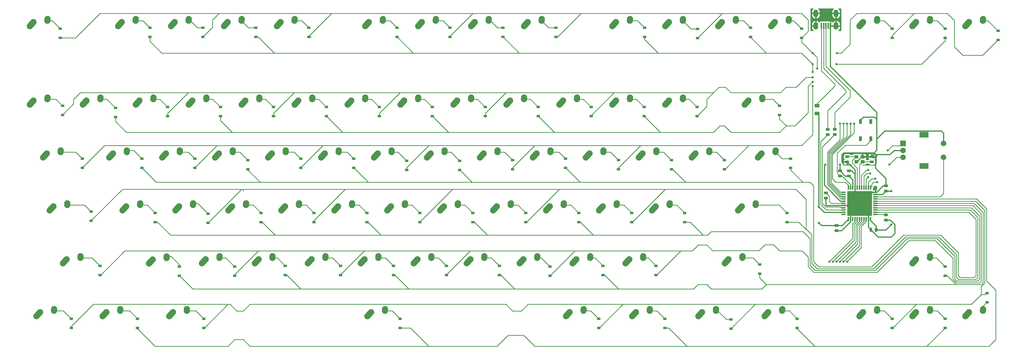
<source format=gbl>
G04 #@! TF.GenerationSoftware,KiCad,Pcbnew,(5.1.6)-1*
G04 #@! TF.CreationDate,2020-07-22T14:48:11-04:00*
G04 #@! TF.ProjectId,Edgedancer81,45646765-6461-46e6-9365-7238312e6b69,rev?*
G04 #@! TF.SameCoordinates,Original*
G04 #@! TF.FileFunction,Copper,L2,Bot*
G04 #@! TF.FilePolarity,Positive*
%FSLAX46Y46*%
G04 Gerber Fmt 4.6, Leading zero omitted, Abs format (unit mm)*
G04 Created by KiCad (PCBNEW (5.1.6)-1) date 2020-07-22 14:48:11*
%MOMM*%
%LPD*%
G01*
G04 APERTURE LIST*
G04 #@! TA.AperFunction,ComponentPad*
%ADD10O,1.700000X2.700000*%
G04 #@! TD*
G04 #@! TA.AperFunction,SMDPad,CuDef*
%ADD11R,0.500000X2.250000*%
G04 #@! TD*
G04 #@! TA.AperFunction,ComponentPad*
%ADD12C,2.250000*%
G04 #@! TD*
G04 #@! TA.AperFunction,SMDPad,CuDef*
%ADD13R,1.100000X1.800000*%
G04 #@! TD*
G04 #@! TA.AperFunction,SMDPad,CuDef*
%ADD14R,1.400000X1.200000*%
G04 #@! TD*
G04 #@! TA.AperFunction,SMDPad,CuDef*
%ADD15R,0.550000X1.500000*%
G04 #@! TD*
G04 #@! TA.AperFunction,SMDPad,CuDef*
%ADD16R,1.500000X0.550000*%
G04 #@! TD*
G04 #@! TA.AperFunction,ComponentPad*
%ADD17R,2.000000X2.000000*%
G04 #@! TD*
G04 #@! TA.AperFunction,ComponentPad*
%ADD18C,2.000000*%
G04 #@! TD*
G04 #@! TA.AperFunction,ComponentPad*
%ADD19R,3.200000X2.000000*%
G04 #@! TD*
G04 #@! TA.AperFunction,SMDPad,CuDef*
%ADD20R,1.200000X0.900000*%
G04 #@! TD*
G04 #@! TA.AperFunction,ViaPad*
%ADD21C,0.800000*%
G04 #@! TD*
G04 #@! TA.AperFunction,Conductor*
%ADD22C,0.381000*%
G04 #@! TD*
G04 #@! TA.AperFunction,Conductor*
%ADD23C,0.254000*%
G04 #@! TD*
G04 APERTURE END LIST*
D10*
X317025000Y-76993750D03*
X324325000Y-76993750D03*
X324325000Y-81493750D03*
X317025000Y-81493750D03*
D11*
X319075000Y-81493750D03*
X319875000Y-81493750D03*
X320675000Y-81493750D03*
X321475000Y-81493750D03*
X322275000Y-81493750D03*
D12*
X299918750Y-184595000D03*
G04 #@! TA.AperFunction,ComponentPad*
G36*
G01*
X297857433Y-186892345D02*
X297857433Y-186892345D01*
G75*
G02*
X297771405Y-185303683I751317J837345D01*
G01*
X299081407Y-183843683D01*
G75*
G02*
X300670069Y-183757655I837345J-751317D01*
G01*
X300670069Y-183757655D01*
G75*
G02*
X300756097Y-185346317I-751317J-837345D01*
G01*
X299446095Y-186806317D01*
G75*
G02*
X297857433Y-186892345I-837345J751317D01*
G01*
G37*
G04 #@! TD.AperFunction*
X304958750Y-183515000D03*
G04 #@! TA.AperFunction,ComponentPad*
G36*
G01*
X304841347Y-185217334D02*
X304841347Y-185217334D01*
G75*
G02*
X303796416Y-184017597I77403J1122334D01*
G01*
X303836416Y-183437597D01*
G75*
G02*
X305036153Y-182392666I1122334J-77403D01*
G01*
X305036153Y-182392666D01*
G75*
G02*
X306081084Y-183592403I-77403J-1122334D01*
G01*
X306041084Y-184172403D01*
G75*
G02*
X304841347Y-185217334I-1122334J77403D01*
G01*
G37*
G04 #@! TD.AperFunction*
X254675000Y-127445000D03*
G04 #@! TA.AperFunction,ComponentPad*
G36*
G01*
X252613683Y-129742345D02*
X252613683Y-129742345D01*
G75*
G02*
X252527655Y-128153683I751317J837345D01*
G01*
X253837657Y-126693683D01*
G75*
G02*
X255426319Y-126607655I837345J-751317D01*
G01*
X255426319Y-126607655D01*
G75*
G02*
X255512347Y-128196317I-751317J-837345D01*
G01*
X254202345Y-129656317D01*
G75*
G02*
X252613683Y-129742345I-837345J751317D01*
G01*
G37*
G04 #@! TD.AperFunction*
X259715000Y-126365000D03*
G04 #@! TA.AperFunction,ComponentPad*
G36*
G01*
X259597597Y-128067334D02*
X259597597Y-128067334D01*
G75*
G02*
X258552666Y-126867597I77403J1122334D01*
G01*
X258592666Y-126287597D01*
G75*
G02*
X259792403Y-125242666I1122334J-77403D01*
G01*
X259792403Y-125242666D01*
G75*
G02*
X260837334Y-126442403I-77403J-1122334D01*
G01*
X260797334Y-127022403D01*
G75*
G02*
X259597597Y-128067334I-1122334J77403D01*
G01*
G37*
G04 #@! TD.AperFunction*
X173712500Y-165545000D03*
G04 #@! TA.AperFunction,ComponentPad*
G36*
G01*
X171651183Y-167842345D02*
X171651183Y-167842345D01*
G75*
G02*
X171565155Y-166253683I751317J837345D01*
G01*
X172875157Y-164793683D01*
G75*
G02*
X174463819Y-164707655I837345J-751317D01*
G01*
X174463819Y-164707655D01*
G75*
G02*
X174549847Y-166296317I-751317J-837345D01*
G01*
X173239845Y-167756317D01*
G75*
G02*
X171651183Y-167842345I-837345J751317D01*
G01*
G37*
G04 #@! TD.AperFunction*
X178752500Y-164465000D03*
G04 #@! TA.AperFunction,ComponentPad*
G36*
G01*
X178635097Y-166167334D02*
X178635097Y-166167334D01*
G75*
G02*
X177590166Y-164967597I77403J1122334D01*
G01*
X177630166Y-164387597D01*
G75*
G02*
X178829903Y-163342666I1122334J-77403D01*
G01*
X178829903Y-163342666D01*
G75*
G02*
X179874834Y-164542403I-77403J-1122334D01*
G01*
X179834834Y-165122403D01*
G75*
G02*
X178635097Y-166167334I-1122334J77403D01*
G01*
G37*
G04 #@! TD.AperFunction*
X126087500Y-146495000D03*
G04 #@! TA.AperFunction,ComponentPad*
G36*
G01*
X124026183Y-148792345D02*
X124026183Y-148792345D01*
G75*
G02*
X123940155Y-147203683I751317J837345D01*
G01*
X125250157Y-145743683D01*
G75*
G02*
X126838819Y-145657655I837345J-751317D01*
G01*
X126838819Y-145657655D01*
G75*
G02*
X126924847Y-147246317I-751317J-837345D01*
G01*
X125614845Y-148706317D01*
G75*
G02*
X124026183Y-148792345I-837345J751317D01*
G01*
G37*
G04 #@! TD.AperFunction*
X131127500Y-145415000D03*
G04 #@! TA.AperFunction,ComponentPad*
G36*
G01*
X131010097Y-147117334D02*
X131010097Y-147117334D01*
G75*
G02*
X129965166Y-145917597I77403J1122334D01*
G01*
X130005166Y-145337597D01*
G75*
G02*
X131204903Y-144292666I1122334J-77403D01*
G01*
X131204903Y-144292666D01*
G75*
G02*
X132249834Y-145492403I-77403J-1122334D01*
G01*
X132209834Y-146072403D01*
G75*
G02*
X131010097Y-147117334I-1122334J77403D01*
G01*
G37*
G04 #@! TD.AperFunction*
X264200000Y-80137500D03*
G04 #@! TA.AperFunction,ComponentPad*
G36*
G01*
X262138683Y-82434845D02*
X262138683Y-82434845D01*
G75*
G02*
X262052655Y-80846183I751317J837345D01*
G01*
X263362657Y-79386183D01*
G75*
G02*
X264951319Y-79300155I837345J-751317D01*
G01*
X264951319Y-79300155D01*
G75*
G02*
X265037347Y-80888817I-751317J-837345D01*
G01*
X263727345Y-82348817D01*
G75*
G02*
X262138683Y-82434845I-837345J751317D01*
G01*
G37*
G04 #@! TD.AperFunction*
X269240000Y-79057500D03*
G04 #@! TA.AperFunction,ComponentPad*
G36*
G01*
X269122597Y-80759834D02*
X269122597Y-80759834D01*
G75*
G02*
X268077666Y-79560097I77403J1122334D01*
G01*
X268117666Y-78980097D01*
G75*
G02*
X269317403Y-77935166I1122334J-77403D01*
G01*
X269317403Y-77935166D01*
G75*
G02*
X270362334Y-79134903I-77403J-1122334D01*
G01*
X270322334Y-79714903D01*
G75*
G02*
X269122597Y-80759834I-1122334J77403D01*
G01*
G37*
G04 #@! TD.AperFunction*
X156250000Y-80137500D03*
G04 #@! TA.AperFunction,ComponentPad*
G36*
G01*
X154188683Y-82434845D02*
X154188683Y-82434845D01*
G75*
G02*
X154102655Y-80846183I751317J837345D01*
G01*
X155412657Y-79386183D01*
G75*
G02*
X157001319Y-79300155I837345J-751317D01*
G01*
X157001319Y-79300155D01*
G75*
G02*
X157087347Y-80888817I-751317J-837345D01*
G01*
X155777345Y-82348817D01*
G75*
G02*
X154188683Y-82434845I-837345J751317D01*
G01*
G37*
G04 #@! TD.AperFunction*
X161290000Y-79057500D03*
G04 #@! TA.AperFunction,ComponentPad*
G36*
G01*
X161172597Y-80759834D02*
X161172597Y-80759834D01*
G75*
G02*
X160127666Y-79560097I77403J1122334D01*
G01*
X160167666Y-78980097D01*
G75*
G02*
X161367403Y-77935166I1122334J-77403D01*
G01*
X161367403Y-77935166D01*
G75*
G02*
X162412334Y-79134903I-77403J-1122334D01*
G01*
X162372334Y-79714903D01*
G75*
G02*
X161172597Y-80759834I-1122334J77403D01*
G01*
G37*
G04 #@! TD.AperFunction*
X116562500Y-165545000D03*
G04 #@! TA.AperFunction,ComponentPad*
G36*
G01*
X114501183Y-167842345D02*
X114501183Y-167842345D01*
G75*
G02*
X114415155Y-166253683I751317J837345D01*
G01*
X115725157Y-164793683D01*
G75*
G02*
X117313819Y-164707655I837345J-751317D01*
G01*
X117313819Y-164707655D01*
G75*
G02*
X117399847Y-166296317I-751317J-837345D01*
G01*
X116089845Y-167756317D01*
G75*
G02*
X114501183Y-167842345I-837345J751317D01*
G01*
G37*
G04 #@! TD.AperFunction*
X121602500Y-164465000D03*
G04 #@! TA.AperFunction,ComponentPad*
G36*
G01*
X121485097Y-166167334D02*
X121485097Y-166167334D01*
G75*
G02*
X120440166Y-164967597I77403J1122334D01*
G01*
X120480166Y-164387597D01*
G75*
G02*
X121679903Y-163342666I1122334J-77403D01*
G01*
X121679903Y-163342666D01*
G75*
G02*
X122724834Y-164542403I-77403J-1122334D01*
G01*
X122684834Y-165122403D01*
G75*
G02*
X121485097Y-166167334I-1122334J77403D01*
G01*
G37*
G04 #@! TD.AperFunction*
X37981250Y-184595000D03*
G04 #@! TA.AperFunction,ComponentPad*
G36*
G01*
X35919933Y-186892345D02*
X35919933Y-186892345D01*
G75*
G02*
X35833905Y-185303683I751317J837345D01*
G01*
X37143907Y-183843683D01*
G75*
G02*
X38732569Y-183757655I837345J-751317D01*
G01*
X38732569Y-183757655D01*
G75*
G02*
X38818597Y-185346317I-751317J-837345D01*
G01*
X37508595Y-186806317D01*
G75*
G02*
X35919933Y-186892345I-837345J751317D01*
G01*
G37*
G04 #@! TD.AperFunction*
X43021250Y-183515000D03*
G04 #@! TA.AperFunction,ComponentPad*
G36*
G01*
X42903847Y-185217334D02*
X42903847Y-185217334D01*
G75*
G02*
X41858916Y-184017597I77403J1122334D01*
G01*
X41898916Y-183437597D01*
G75*
G02*
X43098653Y-182392666I1122334J-77403D01*
G01*
X43098653Y-182392666D01*
G75*
G02*
X44143584Y-183592403I-77403J-1122334D01*
G01*
X44103584Y-184172403D01*
G75*
G02*
X42903847Y-185217334I-1122334J77403D01*
G01*
G37*
G04 #@! TD.AperFunction*
X61793750Y-184595000D03*
G04 #@! TA.AperFunction,ComponentPad*
G36*
G01*
X59732433Y-186892345D02*
X59732433Y-186892345D01*
G75*
G02*
X59646405Y-185303683I751317J837345D01*
G01*
X60956407Y-183843683D01*
G75*
G02*
X62545069Y-183757655I837345J-751317D01*
G01*
X62545069Y-183757655D01*
G75*
G02*
X62631097Y-185346317I-751317J-837345D01*
G01*
X61321095Y-186806317D01*
G75*
G02*
X59732433Y-186892345I-837345J751317D01*
G01*
G37*
G04 #@! TD.AperFunction*
X66833750Y-183515000D03*
G04 #@! TA.AperFunction,ComponentPad*
G36*
G01*
X66716347Y-185217334D02*
X66716347Y-185217334D01*
G75*
G02*
X65671416Y-184017597I77403J1122334D01*
G01*
X65711416Y-183437597D01*
G75*
G02*
X66911153Y-182392666I1122334J-77403D01*
G01*
X66911153Y-182392666D01*
G75*
G02*
X67956084Y-183592403I-77403J-1122334D01*
G01*
X67916084Y-184172403D01*
G75*
G02*
X66716347Y-185217334I-1122334J77403D01*
G01*
G37*
G04 #@! TD.AperFunction*
X85765000Y-184595000D03*
G04 #@! TA.AperFunction,ComponentPad*
G36*
G01*
X83703683Y-186892345D02*
X83703683Y-186892345D01*
G75*
G02*
X83617655Y-185303683I751317J837345D01*
G01*
X84927657Y-183843683D01*
G75*
G02*
X86516319Y-183757655I837345J-751317D01*
G01*
X86516319Y-183757655D01*
G75*
G02*
X86602347Y-185346317I-751317J-837345D01*
G01*
X85292345Y-186806317D01*
G75*
G02*
X83703683Y-186892345I-837345J751317D01*
G01*
G37*
G04 #@! TD.AperFunction*
X90805000Y-183515000D03*
G04 #@! TA.AperFunction,ComponentPad*
G36*
G01*
X90687597Y-185217334D02*
X90687597Y-185217334D01*
G75*
G02*
X89642666Y-184017597I77403J1122334D01*
G01*
X89682666Y-183437597D01*
G75*
G02*
X90882403Y-182392666I1122334J-77403D01*
G01*
X90882403Y-182392666D01*
G75*
G02*
X91927334Y-183592403I-77403J-1122334D01*
G01*
X91887334Y-184172403D01*
G75*
G02*
X90687597Y-185217334I-1122334J77403D01*
G01*
G37*
G04 #@! TD.AperFunction*
X157043750Y-184595000D03*
G04 #@! TA.AperFunction,ComponentPad*
G36*
G01*
X154982433Y-186892345D02*
X154982433Y-186892345D01*
G75*
G02*
X154896405Y-185303683I751317J837345D01*
G01*
X156206407Y-183843683D01*
G75*
G02*
X157795069Y-183757655I837345J-751317D01*
G01*
X157795069Y-183757655D01*
G75*
G02*
X157881097Y-185346317I-751317J-837345D01*
G01*
X156571095Y-186806317D01*
G75*
G02*
X154982433Y-186892345I-837345J751317D01*
G01*
G37*
G04 #@! TD.AperFunction*
X162083750Y-183515000D03*
G04 #@! TA.AperFunction,ComponentPad*
G36*
G01*
X161966347Y-185217334D02*
X161966347Y-185217334D01*
G75*
G02*
X160921416Y-184017597I77403J1122334D01*
G01*
X160961416Y-183437597D01*
G75*
G02*
X162161153Y-182392666I1122334J-77403D01*
G01*
X162161153Y-182392666D01*
G75*
G02*
X163206084Y-183592403I-77403J-1122334D01*
G01*
X163166084Y-184172403D01*
G75*
G02*
X161966347Y-185217334I-1122334J77403D01*
G01*
G37*
G04 #@! TD.AperFunction*
X40362500Y-127445000D03*
G04 #@! TA.AperFunction,ComponentPad*
G36*
G01*
X38301183Y-129742345D02*
X38301183Y-129742345D01*
G75*
G02*
X38215155Y-128153683I751317J837345D01*
G01*
X39525157Y-126693683D01*
G75*
G02*
X41113819Y-126607655I837345J-751317D01*
G01*
X41113819Y-126607655D01*
G75*
G02*
X41199847Y-128196317I-751317J-837345D01*
G01*
X39889845Y-129656317D01*
G75*
G02*
X38301183Y-129742345I-837345J751317D01*
G01*
G37*
G04 #@! TD.AperFunction*
X45402500Y-126365000D03*
G04 #@! TA.AperFunction,ComponentPad*
G36*
G01*
X45285097Y-128067334D02*
X45285097Y-128067334D01*
G75*
G02*
X44240166Y-126867597I77403J1122334D01*
G01*
X44280166Y-126287597D01*
G75*
G02*
X45479903Y-125242666I1122334J-77403D01*
G01*
X45479903Y-125242666D01*
G75*
G02*
X46524834Y-126442403I-77403J-1122334D01*
G01*
X46484834Y-127022403D01*
G75*
G02*
X45285097Y-128067334I-1122334J77403D01*
G01*
G37*
G04 #@! TD.AperFunction*
X297537500Y-127445000D03*
G04 #@! TA.AperFunction,ComponentPad*
G36*
G01*
X295476183Y-129742345D02*
X295476183Y-129742345D01*
G75*
G02*
X295390155Y-128153683I751317J837345D01*
G01*
X296700157Y-126693683D01*
G75*
G02*
X298288819Y-126607655I837345J-751317D01*
G01*
X298288819Y-126607655D01*
G75*
G02*
X298374847Y-128196317I-751317J-837345D01*
G01*
X297064845Y-129656317D01*
G75*
G02*
X295476183Y-129742345I-837345J751317D01*
G01*
G37*
G04 #@! TD.AperFunction*
X302577500Y-126365000D03*
G04 #@! TA.AperFunction,ComponentPad*
G36*
G01*
X302460097Y-128067334D02*
X302460097Y-128067334D01*
G75*
G02*
X301415166Y-126867597I77403J1122334D01*
G01*
X301455166Y-126287597D01*
G75*
G02*
X302654903Y-125242666I1122334J-77403D01*
G01*
X302654903Y-125242666D01*
G75*
G02*
X303699834Y-126442403I-77403J-1122334D01*
G01*
X303659834Y-127022403D01*
G75*
G02*
X302460097Y-128067334I-1122334J77403D01*
G01*
G37*
G04 #@! TD.AperFunction*
X228481250Y-184595000D03*
G04 #@! TA.AperFunction,ComponentPad*
G36*
G01*
X226419933Y-186892345D02*
X226419933Y-186892345D01*
G75*
G02*
X226333905Y-185303683I751317J837345D01*
G01*
X227643907Y-183843683D01*
G75*
G02*
X229232569Y-183757655I837345J-751317D01*
G01*
X229232569Y-183757655D01*
G75*
G02*
X229318597Y-185346317I-751317J-837345D01*
G01*
X228008595Y-186806317D01*
G75*
G02*
X226419933Y-186892345I-837345J751317D01*
G01*
G37*
G04 #@! TD.AperFunction*
X233521250Y-183515000D03*
G04 #@! TA.AperFunction,ComponentPad*
G36*
G01*
X233403847Y-185217334D02*
X233403847Y-185217334D01*
G75*
G02*
X232358916Y-184017597I77403J1122334D01*
G01*
X232398916Y-183437597D01*
G75*
G02*
X233598653Y-182392666I1122334J-77403D01*
G01*
X233598653Y-182392666D01*
G75*
G02*
X234643584Y-183592403I-77403J-1122334D01*
G01*
X234603584Y-184172403D01*
G75*
G02*
X233403847Y-185217334I-1122334J77403D01*
G01*
G37*
G04 #@! TD.AperFunction*
X252293750Y-184595000D03*
G04 #@! TA.AperFunction,ComponentPad*
G36*
G01*
X250232433Y-186892345D02*
X250232433Y-186892345D01*
G75*
G02*
X250146405Y-185303683I751317J837345D01*
G01*
X251456407Y-183843683D01*
G75*
G02*
X253045069Y-183757655I837345J-751317D01*
G01*
X253045069Y-183757655D01*
G75*
G02*
X253131097Y-185346317I-751317J-837345D01*
G01*
X251821095Y-186806317D01*
G75*
G02*
X250232433Y-186892345I-837345J751317D01*
G01*
G37*
G04 #@! TD.AperFunction*
X257333750Y-183515000D03*
G04 #@! TA.AperFunction,ComponentPad*
G36*
G01*
X257216347Y-185217334D02*
X257216347Y-185217334D01*
G75*
G02*
X256171416Y-184017597I77403J1122334D01*
G01*
X256211416Y-183437597D01*
G75*
G02*
X257411153Y-182392666I1122334J-77403D01*
G01*
X257411153Y-182392666D01*
G75*
G02*
X258456084Y-183592403I-77403J-1122334D01*
G01*
X258416084Y-184172403D01*
G75*
G02*
X257216347Y-185217334I-1122334J77403D01*
G01*
G37*
G04 #@! TD.AperFunction*
X276106250Y-184595000D03*
G04 #@! TA.AperFunction,ComponentPad*
G36*
G01*
X274044933Y-186892345D02*
X274044933Y-186892345D01*
G75*
G02*
X273958905Y-185303683I751317J837345D01*
G01*
X275268907Y-183843683D01*
G75*
G02*
X276857569Y-183757655I837345J-751317D01*
G01*
X276857569Y-183757655D01*
G75*
G02*
X276943597Y-185346317I-751317J-837345D01*
G01*
X275633595Y-186806317D01*
G75*
G02*
X274044933Y-186892345I-837345J751317D01*
G01*
G37*
G04 #@! TD.AperFunction*
X281146250Y-183515000D03*
G04 #@! TA.AperFunction,ComponentPad*
G36*
G01*
X281028847Y-185217334D02*
X281028847Y-185217334D01*
G75*
G02*
X279983916Y-184017597I77403J1122334D01*
G01*
X280023916Y-183437597D01*
G75*
G02*
X281223653Y-182392666I1122334J-77403D01*
G01*
X281223653Y-182392666D01*
G75*
G02*
X282268584Y-183592403I-77403J-1122334D01*
G01*
X282228584Y-184172403D01*
G75*
G02*
X281028847Y-185217334I-1122334J77403D01*
G01*
G37*
G04 #@! TD.AperFunction*
X292775000Y-108395000D03*
G04 #@! TA.AperFunction,ComponentPad*
G36*
G01*
X290713683Y-110692345D02*
X290713683Y-110692345D01*
G75*
G02*
X290627655Y-109103683I751317J837345D01*
G01*
X291937657Y-107643683D01*
G75*
G02*
X293526319Y-107557655I837345J-751317D01*
G01*
X293526319Y-107557655D01*
G75*
G02*
X293612347Y-109146317I-751317J-837345D01*
G01*
X292302345Y-110606317D01*
G75*
G02*
X290713683Y-110692345I-837345J751317D01*
G01*
G37*
G04 #@! TD.AperFunction*
X297815000Y-107315000D03*
G04 #@! TA.AperFunction,ComponentPad*
G36*
G01*
X297697597Y-109017334D02*
X297697597Y-109017334D01*
G75*
G02*
X296652666Y-107817597I77403J1122334D01*
G01*
X296692666Y-107237597D01*
G75*
G02*
X297892403Y-106192666I1122334J-77403D01*
G01*
X297892403Y-106192666D01*
G75*
G02*
X298937334Y-107392403I-77403J-1122334D01*
G01*
X298897334Y-107972403D01*
G75*
G02*
X297697597Y-109017334I-1122334J77403D01*
G01*
G37*
G04 #@! TD.AperFunction*
X290393750Y-146495000D03*
G04 #@! TA.AperFunction,ComponentPad*
G36*
G01*
X288332433Y-148792345D02*
X288332433Y-148792345D01*
G75*
G02*
X288246405Y-147203683I751317J837345D01*
G01*
X289556407Y-145743683D01*
G75*
G02*
X291145069Y-145657655I837345J-751317D01*
G01*
X291145069Y-145657655D01*
G75*
G02*
X291231097Y-147246317I-751317J-837345D01*
G01*
X289921095Y-148706317D01*
G75*
G02*
X288332433Y-148792345I-837345J751317D01*
G01*
G37*
G04 #@! TD.AperFunction*
X295433750Y-145415000D03*
G04 #@! TA.AperFunction,ComponentPad*
G36*
G01*
X295316347Y-147117334D02*
X295316347Y-147117334D01*
G75*
G02*
X294271416Y-145917597I77403J1122334D01*
G01*
X294311416Y-145337597D01*
G75*
G02*
X295511153Y-144292666I1122334J-77403D01*
G01*
X295511153Y-144292666D01*
G75*
G02*
X296556084Y-145492403I-77403J-1122334D01*
G01*
X296516084Y-146072403D01*
G75*
G02*
X295316347Y-147117334I-1122334J77403D01*
G01*
G37*
G04 #@! TD.AperFunction*
X285631250Y-165545000D03*
G04 #@! TA.AperFunction,ComponentPad*
G36*
G01*
X283569933Y-167842345D02*
X283569933Y-167842345D01*
G75*
G02*
X283483905Y-166253683I751317J837345D01*
G01*
X284793907Y-164793683D01*
G75*
G02*
X286382569Y-164707655I837345J-751317D01*
G01*
X286382569Y-164707655D01*
G75*
G02*
X286468597Y-166296317I-751317J-837345D01*
G01*
X285158595Y-167756317D01*
G75*
G02*
X283569933Y-167842345I-837345J751317D01*
G01*
G37*
G04 #@! TD.AperFunction*
X290671250Y-164465000D03*
G04 #@! TA.AperFunction,ComponentPad*
G36*
G01*
X290553847Y-166167334D02*
X290553847Y-166167334D01*
G75*
G02*
X289508916Y-164967597I77403J1122334D01*
G01*
X289548916Y-164387597D01*
G75*
G02*
X290748653Y-163342666I1122334J-77403D01*
G01*
X290748653Y-163342666D01*
G75*
G02*
X291793584Y-164542403I-77403J-1122334D01*
G01*
X291753584Y-165122403D01*
G75*
G02*
X290553847Y-166167334I-1122334J77403D01*
G01*
G37*
G04 #@! TD.AperFunction*
X47506250Y-165545000D03*
G04 #@! TA.AperFunction,ComponentPad*
G36*
G01*
X45444933Y-167842345D02*
X45444933Y-167842345D01*
G75*
G02*
X45358905Y-166253683I751317J837345D01*
G01*
X46668907Y-164793683D01*
G75*
G02*
X48257569Y-164707655I837345J-751317D01*
G01*
X48257569Y-164707655D01*
G75*
G02*
X48343597Y-166296317I-751317J-837345D01*
G01*
X47033595Y-167756317D01*
G75*
G02*
X45444933Y-167842345I-837345J751317D01*
G01*
G37*
G04 #@! TD.AperFunction*
X52546250Y-164465000D03*
G04 #@! TA.AperFunction,ComponentPad*
G36*
G01*
X52428847Y-166167334D02*
X52428847Y-166167334D01*
G75*
G02*
X51383916Y-164967597I77403J1122334D01*
G01*
X51423916Y-164387597D01*
G75*
G02*
X52623653Y-163342666I1122334J-77403D01*
G01*
X52623653Y-163342666D01*
G75*
G02*
X53668584Y-164542403I-77403J-1122334D01*
G01*
X53628584Y-165122403D01*
G75*
G02*
X52428847Y-166167334I-1122334J77403D01*
G01*
G37*
G04 #@! TD.AperFunction*
X42743750Y-146495000D03*
G04 #@! TA.AperFunction,ComponentPad*
G36*
G01*
X40682433Y-148792345D02*
X40682433Y-148792345D01*
G75*
G02*
X40596405Y-147203683I751317J837345D01*
G01*
X41906407Y-145743683D01*
G75*
G02*
X43495069Y-145657655I837345J-751317D01*
G01*
X43495069Y-145657655D01*
G75*
G02*
X43581097Y-147246317I-751317J-837345D01*
G01*
X42271095Y-148706317D01*
G75*
G02*
X40682433Y-148792345I-837345J751317D01*
G01*
G37*
G04 #@! TD.AperFunction*
X47783750Y-145415000D03*
G04 #@! TA.AperFunction,ComponentPad*
G36*
G01*
X47666347Y-147117334D02*
X47666347Y-147117334D01*
G75*
G02*
X46621416Y-145917597I77403J1122334D01*
G01*
X46661416Y-145337597D01*
G75*
G02*
X47861153Y-144292666I1122334J-77403D01*
G01*
X47861153Y-144292666D01*
G75*
G02*
X48906084Y-145492403I-77403J-1122334D01*
G01*
X48866084Y-146072403D01*
G75*
G02*
X47666347Y-147117334I-1122334J77403D01*
G01*
G37*
G04 #@! TD.AperFunction*
X194350000Y-80137500D03*
G04 #@! TA.AperFunction,ComponentPad*
G36*
G01*
X192288683Y-82434845D02*
X192288683Y-82434845D01*
G75*
G02*
X192202655Y-80846183I751317J837345D01*
G01*
X193512657Y-79386183D01*
G75*
G02*
X195101319Y-79300155I837345J-751317D01*
G01*
X195101319Y-79300155D01*
G75*
G02*
X195187347Y-80888817I-751317J-837345D01*
G01*
X193877345Y-82348817D01*
G75*
G02*
X192288683Y-82434845I-837345J751317D01*
G01*
G37*
G04 #@! TD.AperFunction*
X199390000Y-79057500D03*
G04 #@! TA.AperFunction,ComponentPad*
G36*
G01*
X199272597Y-80759834D02*
X199272597Y-80759834D01*
G75*
G02*
X198227666Y-79560097I77403J1122334D01*
G01*
X198267666Y-78980097D01*
G75*
G02*
X199467403Y-77935166I1122334J-77403D01*
G01*
X199467403Y-77935166D01*
G75*
G02*
X200512334Y-79134903I-77403J-1122334D01*
G01*
X200472334Y-79714903D01*
G75*
G02*
X199272597Y-80759834I-1122334J77403D01*
G01*
G37*
G04 #@! TD.AperFunction*
D13*
X333112500Y-122162500D03*
X336812500Y-115962500D03*
X336812500Y-122162500D03*
X333112500Y-115962500D03*
D14*
X333840000Y-128690000D03*
X331640000Y-128690000D03*
X331640000Y-130390000D03*
X333840000Y-130390000D03*
D15*
X328740000Y-151115000D03*
X329540000Y-151115000D03*
X330340000Y-151115000D03*
X331140000Y-151115000D03*
X331940000Y-151115000D03*
X332740000Y-151115000D03*
X333540000Y-151115000D03*
X334340000Y-151115000D03*
X335140000Y-151115000D03*
X335940000Y-151115000D03*
X336740000Y-151115000D03*
D16*
X338440000Y-149415000D03*
X338440000Y-148615000D03*
X338440000Y-147815000D03*
X338440000Y-147015000D03*
X338440000Y-146215000D03*
X338440000Y-145415000D03*
X338440000Y-144615000D03*
X338440000Y-143815000D03*
X338440000Y-143015000D03*
X338440000Y-142215000D03*
X338440000Y-141415000D03*
D15*
X336740000Y-139715000D03*
X335940000Y-139715000D03*
X335140000Y-139715000D03*
X334340000Y-139715000D03*
X333540000Y-139715000D03*
X332740000Y-139715000D03*
X331940000Y-139715000D03*
X331140000Y-139715000D03*
X330340000Y-139715000D03*
X329540000Y-139715000D03*
X328740000Y-139715000D03*
D16*
X327040000Y-141415000D03*
X327040000Y-142215000D03*
X327040000Y-143015000D03*
X327040000Y-143815000D03*
X327040000Y-144615000D03*
X327040000Y-145415000D03*
X327040000Y-146215000D03*
X327040000Y-147015000D03*
X327040000Y-147815000D03*
X327040000Y-148615000D03*
X327040000Y-149415000D03*
D17*
X348456250Y-123825000D03*
D18*
X348456250Y-126325000D03*
X348456250Y-128825000D03*
D19*
X355956250Y-120725000D03*
X355956250Y-131925000D03*
D18*
X362956250Y-123825000D03*
X362956250Y-128825000D03*
G04 #@! TA.AperFunction,SMDPad,CuDef*
G36*
G01*
X342721250Y-150045000D02*
X341808750Y-150045000D01*
G75*
G02*
X341565000Y-149801250I0J243750D01*
G01*
X341565000Y-149313750D01*
G75*
G02*
X341808750Y-149070000I243750J0D01*
G01*
X342721250Y-149070000D01*
G75*
G02*
X342965000Y-149313750I0J-243750D01*
G01*
X342965000Y-149801250D01*
G75*
G02*
X342721250Y-150045000I-243750J0D01*
G01*
G37*
G04 #@! TD.AperFunction*
G04 #@! TA.AperFunction,SMDPad,CuDef*
G36*
G01*
X342721250Y-151920000D02*
X341808750Y-151920000D01*
G75*
G02*
X341565000Y-151676250I0J243750D01*
G01*
X341565000Y-151188750D01*
G75*
G02*
X341808750Y-150945000I243750J0D01*
G01*
X342721250Y-150945000D01*
G75*
G02*
X342965000Y-151188750I0J-243750D01*
G01*
X342965000Y-151676250D01*
G75*
G02*
X342721250Y-151920000I-243750J0D01*
G01*
G37*
G04 #@! TD.AperFunction*
G04 #@! TA.AperFunction,SMDPad,CuDef*
G36*
G01*
X325298750Y-135070000D02*
X326211250Y-135070000D01*
G75*
G02*
X326455000Y-135313750I0J-243750D01*
G01*
X326455000Y-135801250D01*
G75*
G02*
X326211250Y-136045000I-243750J0D01*
G01*
X325298750Y-136045000D01*
G75*
G02*
X325055000Y-135801250I0J243750D01*
G01*
X325055000Y-135313750D01*
G75*
G02*
X325298750Y-135070000I243750J0D01*
G01*
G37*
G04 #@! TD.AperFunction*
G04 #@! TA.AperFunction,SMDPad,CuDef*
G36*
G01*
X325298750Y-133195000D02*
X326211250Y-133195000D01*
G75*
G02*
X326455000Y-133438750I0J-243750D01*
G01*
X326455000Y-133926250D01*
G75*
G02*
X326211250Y-134170000I-243750J0D01*
G01*
X325298750Y-134170000D01*
G75*
G02*
X325055000Y-133926250I0J243750D01*
G01*
X325055000Y-133438750D01*
G75*
G02*
X325298750Y-133195000I243750J0D01*
G01*
G37*
G04 #@! TD.AperFunction*
G04 #@! TA.AperFunction,SMDPad,CuDef*
G36*
G01*
X323393750Y-120132500D02*
X324306250Y-120132500D01*
G75*
G02*
X324550000Y-120376250I0J-243750D01*
G01*
X324550000Y-120863750D01*
G75*
G02*
X324306250Y-121107500I-243750J0D01*
G01*
X323393750Y-121107500D01*
G75*
G02*
X323150000Y-120863750I0J243750D01*
G01*
X323150000Y-120376250D01*
G75*
G02*
X323393750Y-120132500I243750J0D01*
G01*
G37*
G04 #@! TD.AperFunction*
G04 #@! TA.AperFunction,SMDPad,CuDef*
G36*
G01*
X323393750Y-118257500D02*
X324306250Y-118257500D01*
G75*
G02*
X324550000Y-118501250I0J-243750D01*
G01*
X324550000Y-118988750D01*
G75*
G02*
X324306250Y-119232500I-243750J0D01*
G01*
X323393750Y-119232500D01*
G75*
G02*
X323150000Y-118988750I0J243750D01*
G01*
X323150000Y-118501250D01*
G75*
G02*
X323393750Y-118257500I243750J0D01*
G01*
G37*
G04 #@! TD.AperFunction*
G04 #@! TA.AperFunction,SMDPad,CuDef*
G36*
G01*
X320853750Y-120162500D02*
X321766250Y-120162500D01*
G75*
G02*
X322010000Y-120406250I0J-243750D01*
G01*
X322010000Y-120893750D01*
G75*
G02*
X321766250Y-121137500I-243750J0D01*
G01*
X320853750Y-121137500D01*
G75*
G02*
X320610000Y-120893750I0J243750D01*
G01*
X320610000Y-120406250D01*
G75*
G02*
X320853750Y-120162500I243750J0D01*
G01*
G37*
G04 #@! TD.AperFunction*
G04 #@! TA.AperFunction,SMDPad,CuDef*
G36*
G01*
X320853750Y-118287500D02*
X321766250Y-118287500D01*
G75*
G02*
X322010000Y-118531250I0J-243750D01*
G01*
X322010000Y-119018750D01*
G75*
G02*
X321766250Y-119262500I-243750J0D01*
G01*
X320853750Y-119262500D01*
G75*
G02*
X320610000Y-119018750I0J243750D01*
G01*
X320610000Y-118531250D01*
G75*
G02*
X320853750Y-118287500I243750J0D01*
G01*
G37*
G04 #@! TD.AperFunction*
D12*
X35600000Y-108395000D03*
G04 #@! TA.AperFunction,ComponentPad*
G36*
G01*
X33538683Y-110692345D02*
X33538683Y-110692345D01*
G75*
G02*
X33452655Y-109103683I751317J837345D01*
G01*
X34762657Y-107643683D01*
G75*
G02*
X36351319Y-107557655I837345J-751317D01*
G01*
X36351319Y-107557655D01*
G75*
G02*
X36437347Y-109146317I-751317J-837345D01*
G01*
X35127345Y-110606317D01*
G75*
G02*
X33538683Y-110692345I-837345J751317D01*
G01*
G37*
G04 #@! TD.AperFunction*
X40640000Y-107315000D03*
G04 #@! TA.AperFunction,ComponentPad*
G36*
G01*
X40522597Y-109017334D02*
X40522597Y-109017334D01*
G75*
G02*
X39477666Y-107817597I77403J1122334D01*
G01*
X39517666Y-107237597D01*
G75*
G02*
X40717403Y-106192666I1122334J-77403D01*
G01*
X40717403Y-106192666D01*
G75*
G02*
X41762334Y-107392403I-77403J-1122334D01*
G01*
X41722334Y-107972403D01*
G75*
G02*
X40522597Y-109017334I-1122334J77403D01*
G01*
G37*
G04 #@! TD.AperFunction*
X78462500Y-165608500D03*
G04 #@! TA.AperFunction,ComponentPad*
G36*
G01*
X76401183Y-167905845D02*
X76401183Y-167905845D01*
G75*
G02*
X76315155Y-166317183I751317J837345D01*
G01*
X77625157Y-164857183D01*
G75*
G02*
X79213819Y-164771155I837345J-751317D01*
G01*
X79213819Y-164771155D01*
G75*
G02*
X79299847Y-166359817I-751317J-837345D01*
G01*
X77989845Y-167819817D01*
G75*
G02*
X76401183Y-167905845I-837345J751317D01*
G01*
G37*
G04 #@! TD.AperFunction*
X83502500Y-164528500D03*
G04 #@! TA.AperFunction,ComponentPad*
G36*
G01*
X83385097Y-166230834D02*
X83385097Y-166230834D01*
G75*
G02*
X82340166Y-165031097I77403J1122334D01*
G01*
X82380166Y-164451097D01*
G75*
G02*
X83579903Y-163406166I1122334J-77403D01*
G01*
X83579903Y-163406166D01*
G75*
G02*
X84624834Y-164605903I-77403J-1122334D01*
G01*
X84584834Y-165185903D01*
G75*
G02*
X83385097Y-166230834I-1122334J77403D01*
G01*
G37*
G04 #@! TD.AperFunction*
X159425000Y-127445000D03*
G04 #@! TA.AperFunction,ComponentPad*
G36*
G01*
X157363683Y-129742345D02*
X157363683Y-129742345D01*
G75*
G02*
X157277655Y-128153683I751317J837345D01*
G01*
X158587657Y-126693683D01*
G75*
G02*
X160176319Y-126607655I837345J-751317D01*
G01*
X160176319Y-126607655D01*
G75*
G02*
X160262347Y-128196317I-751317J-837345D01*
G01*
X158952345Y-129656317D01*
G75*
G02*
X157363683Y-129742345I-837345J751317D01*
G01*
G37*
G04 #@! TD.AperFunction*
X164465000Y-126365000D03*
G04 #@! TA.AperFunction,ComponentPad*
G36*
G01*
X164347597Y-128067334D02*
X164347597Y-128067334D01*
G75*
G02*
X163302666Y-126867597I77403J1122334D01*
G01*
X163342666Y-126287597D01*
G75*
G02*
X164542403Y-125242666I1122334J-77403D01*
G01*
X164542403Y-125242666D01*
G75*
G02*
X165587334Y-126442403I-77403J-1122334D01*
G01*
X165547334Y-127022403D01*
G75*
G02*
X164347597Y-128067334I-1122334J77403D01*
G01*
G37*
G04 #@! TD.AperFunction*
X97512500Y-165545000D03*
G04 #@! TA.AperFunction,ComponentPad*
G36*
G01*
X95451183Y-167842345D02*
X95451183Y-167842345D01*
G75*
G02*
X95365155Y-166253683I751317J837345D01*
G01*
X96675157Y-164793683D01*
G75*
G02*
X98263819Y-164707655I837345J-751317D01*
G01*
X98263819Y-164707655D01*
G75*
G02*
X98349847Y-166296317I-751317J-837345D01*
G01*
X97039845Y-167756317D01*
G75*
G02*
X95451183Y-167842345I-837345J751317D01*
G01*
G37*
G04 #@! TD.AperFunction*
X102552500Y-164465000D03*
G04 #@! TA.AperFunction,ComponentPad*
G36*
G01*
X102435097Y-166167334D02*
X102435097Y-166167334D01*
G75*
G02*
X101390166Y-164967597I77403J1122334D01*
G01*
X101430166Y-164387597D01*
G75*
G02*
X102629903Y-163342666I1122334J-77403D01*
G01*
X102629903Y-163342666D01*
G75*
G02*
X103674834Y-164542403I-77403J-1122334D01*
G01*
X103634834Y-165122403D01*
G75*
G02*
X102435097Y-166167334I-1122334J77403D01*
G01*
G37*
G04 #@! TD.AperFunction*
X83225000Y-127445000D03*
G04 #@! TA.AperFunction,ComponentPad*
G36*
G01*
X81163683Y-129742345D02*
X81163683Y-129742345D01*
G75*
G02*
X81077655Y-128153683I751317J837345D01*
G01*
X82387657Y-126693683D01*
G75*
G02*
X83976319Y-126607655I837345J-751317D01*
G01*
X83976319Y-126607655D01*
G75*
G02*
X84062347Y-128196317I-751317J-837345D01*
G01*
X82752345Y-129656317D01*
G75*
G02*
X81163683Y-129742345I-837345J751317D01*
G01*
G37*
G04 #@! TD.AperFunction*
X88265000Y-126365000D03*
G04 #@! TA.AperFunction,ComponentPad*
G36*
G01*
X88147597Y-128067334D02*
X88147597Y-128067334D01*
G75*
G02*
X87102666Y-126867597I77403J1122334D01*
G01*
X87142666Y-126287597D01*
G75*
G02*
X88342403Y-125242666I1122334J-77403D01*
G01*
X88342403Y-125242666D01*
G75*
G02*
X89387334Y-126442403I-77403J-1122334D01*
G01*
X89347334Y-127022403D01*
G75*
G02*
X88147597Y-128067334I-1122334J77403D01*
G01*
G37*
G04 #@! TD.AperFunction*
X135612500Y-165545000D03*
G04 #@! TA.AperFunction,ComponentPad*
G36*
G01*
X133551183Y-167842345D02*
X133551183Y-167842345D01*
G75*
G02*
X133465155Y-166253683I751317J837345D01*
G01*
X134775157Y-164793683D01*
G75*
G02*
X136363819Y-164707655I837345J-751317D01*
G01*
X136363819Y-164707655D01*
G75*
G02*
X136449847Y-166296317I-751317J-837345D01*
G01*
X135139845Y-167756317D01*
G75*
G02*
X133551183Y-167842345I-837345J751317D01*
G01*
G37*
G04 #@! TD.AperFunction*
X140652500Y-164465000D03*
G04 #@! TA.AperFunction,ComponentPad*
G36*
G01*
X140535097Y-166167334D02*
X140535097Y-166167334D01*
G75*
G02*
X139490166Y-164967597I77403J1122334D01*
G01*
X139530166Y-164387597D01*
G75*
G02*
X140729903Y-163342666I1122334J-77403D01*
G01*
X140729903Y-163342666D01*
G75*
G02*
X141774834Y-164542403I-77403J-1122334D01*
G01*
X141734834Y-165122403D01*
G75*
G02*
X140535097Y-166167334I-1122334J77403D01*
G01*
G37*
G04 #@! TD.AperFunction*
X353100000Y-165545000D03*
G04 #@! TA.AperFunction,ComponentPad*
G36*
G01*
X351038683Y-167842345D02*
X351038683Y-167842345D01*
G75*
G02*
X350952655Y-166253683I751317J837345D01*
G01*
X352262657Y-164793683D01*
G75*
G02*
X353851319Y-164707655I837345J-751317D01*
G01*
X353851319Y-164707655D01*
G75*
G02*
X353937347Y-166296317I-751317J-837345D01*
G01*
X352627345Y-167756317D01*
G75*
G02*
X351038683Y-167842345I-837345J751317D01*
G01*
G37*
G04 #@! TD.AperFunction*
X358140000Y-164465000D03*
G04 #@! TA.AperFunction,ComponentPad*
G36*
G01*
X358022597Y-166167334D02*
X358022597Y-166167334D01*
G75*
G02*
X356977666Y-164967597I77403J1122334D01*
G01*
X357017666Y-164387597D01*
G75*
G02*
X358217403Y-163342666I1122334J-77403D01*
G01*
X358217403Y-163342666D01*
G75*
G02*
X359262334Y-164542403I-77403J-1122334D01*
G01*
X359222334Y-165122403D01*
G75*
G02*
X358022597Y-166167334I-1122334J77403D01*
G01*
G37*
G04 #@! TD.AperFunction*
X178475000Y-127445000D03*
G04 #@! TA.AperFunction,ComponentPad*
G36*
G01*
X176413683Y-129742345D02*
X176413683Y-129742345D01*
G75*
G02*
X176327655Y-128153683I751317J837345D01*
G01*
X177637657Y-126693683D01*
G75*
G02*
X179226319Y-126607655I837345J-751317D01*
G01*
X179226319Y-126607655D01*
G75*
G02*
X179312347Y-128196317I-751317J-837345D01*
G01*
X178002345Y-129656317D01*
G75*
G02*
X176413683Y-129742345I-837345J751317D01*
G01*
G37*
G04 #@! TD.AperFunction*
X183515000Y-126365000D03*
G04 #@! TA.AperFunction,ComponentPad*
G36*
G01*
X183397597Y-128067334D02*
X183397597Y-128067334D01*
G75*
G02*
X182352666Y-126867597I77403J1122334D01*
G01*
X182392666Y-126287597D01*
G75*
G02*
X183592403Y-125242666I1122334J-77403D01*
G01*
X183592403Y-125242666D01*
G75*
G02*
X184637334Y-126442403I-77403J-1122334D01*
G01*
X184597334Y-127022403D01*
G75*
G02*
X183397597Y-128067334I-1122334J77403D01*
G01*
G37*
G04 #@! TD.AperFunction*
X140375000Y-127445000D03*
G04 #@! TA.AperFunction,ComponentPad*
G36*
G01*
X138313683Y-129742345D02*
X138313683Y-129742345D01*
G75*
G02*
X138227655Y-128153683I751317J837345D01*
G01*
X139537657Y-126693683D01*
G75*
G02*
X141126319Y-126607655I837345J-751317D01*
G01*
X141126319Y-126607655D01*
G75*
G02*
X141212347Y-128196317I-751317J-837345D01*
G01*
X139902345Y-129656317D01*
G75*
G02*
X138313683Y-129742345I-837345J751317D01*
G01*
G37*
G04 #@! TD.AperFunction*
X145415000Y-126365000D03*
G04 #@! TA.AperFunction,ComponentPad*
G36*
G01*
X145297597Y-128067334D02*
X145297597Y-128067334D01*
G75*
G02*
X144252666Y-126867597I77403J1122334D01*
G01*
X144292666Y-126287597D01*
G75*
G02*
X145492403Y-125242666I1122334J-77403D01*
G01*
X145492403Y-125242666D01*
G75*
G02*
X146537334Y-126442403I-77403J-1122334D01*
G01*
X146497334Y-127022403D01*
G75*
G02*
X145297597Y-128067334I-1122334J77403D01*
G01*
G37*
G04 #@! TD.AperFunction*
X87987500Y-146495000D03*
G04 #@! TA.AperFunction,ComponentPad*
G36*
G01*
X85926183Y-148792345D02*
X85926183Y-148792345D01*
G75*
G02*
X85840155Y-147203683I751317J837345D01*
G01*
X87150157Y-145743683D01*
G75*
G02*
X88738819Y-145657655I837345J-751317D01*
G01*
X88738819Y-145657655D01*
G75*
G02*
X88824847Y-147246317I-751317J-837345D01*
G01*
X87514845Y-148706317D01*
G75*
G02*
X85926183Y-148792345I-837345J751317D01*
G01*
G37*
G04 #@! TD.AperFunction*
X93027500Y-145415000D03*
G04 #@! TA.AperFunction,ComponentPad*
G36*
G01*
X92910097Y-147117334D02*
X92910097Y-147117334D01*
G75*
G02*
X91865166Y-145917597I77403J1122334D01*
G01*
X91905166Y-145337597D01*
G75*
G02*
X93104903Y-144292666I1122334J-77403D01*
G01*
X93104903Y-144292666D01*
G75*
G02*
X94149834Y-145492403I-77403J-1122334D01*
G01*
X94109834Y-146072403D01*
G75*
G02*
X92910097Y-147117334I-1122334J77403D01*
G01*
G37*
G04 #@! TD.AperFunction*
X372150000Y-184595000D03*
G04 #@! TA.AperFunction,ComponentPad*
G36*
G01*
X370088683Y-186892345D02*
X370088683Y-186892345D01*
G75*
G02*
X370002655Y-185303683I751317J837345D01*
G01*
X371312657Y-183843683D01*
G75*
G02*
X372901319Y-183757655I837345J-751317D01*
G01*
X372901319Y-183757655D01*
G75*
G02*
X372987347Y-185346317I-751317J-837345D01*
G01*
X371677345Y-186806317D01*
G75*
G02*
X370088683Y-186892345I-837345J751317D01*
G01*
G37*
G04 #@! TD.AperFunction*
X377190000Y-183515000D03*
G04 #@! TA.AperFunction,ComponentPad*
G36*
G01*
X377072597Y-185217334D02*
X377072597Y-185217334D01*
G75*
G02*
X376027666Y-184017597I77403J1122334D01*
G01*
X376067666Y-183437597D01*
G75*
G02*
X377267403Y-182392666I1122334J-77403D01*
G01*
X377267403Y-182392666D01*
G75*
G02*
X378312334Y-183592403I-77403J-1122334D01*
G01*
X378272334Y-184172403D01*
G75*
G02*
X377072597Y-185217334I-1122334J77403D01*
G01*
G37*
G04 #@! TD.AperFunction*
X121325000Y-127445000D03*
G04 #@! TA.AperFunction,ComponentPad*
G36*
G01*
X119263683Y-129742345D02*
X119263683Y-129742345D01*
G75*
G02*
X119177655Y-128153683I751317J837345D01*
G01*
X120487657Y-126693683D01*
G75*
G02*
X122076319Y-126607655I837345J-751317D01*
G01*
X122076319Y-126607655D01*
G75*
G02*
X122162347Y-128196317I-751317J-837345D01*
G01*
X120852345Y-129656317D01*
G75*
G02*
X119263683Y-129742345I-837345J751317D01*
G01*
G37*
G04 #@! TD.AperFunction*
X126365000Y-126365000D03*
G04 #@! TA.AperFunction,ComponentPad*
G36*
G01*
X126247597Y-128067334D02*
X126247597Y-128067334D01*
G75*
G02*
X125202666Y-126867597I77403J1122334D01*
G01*
X125242666Y-126287597D01*
G75*
G02*
X126442403Y-125242666I1122334J-77403D01*
G01*
X126442403Y-125242666D01*
G75*
G02*
X127487334Y-126442403I-77403J-1122334D01*
G01*
X127447334Y-127022403D01*
G75*
G02*
X126247597Y-128067334I-1122334J77403D01*
G01*
G37*
G04 #@! TD.AperFunction*
X64175000Y-127445000D03*
G04 #@! TA.AperFunction,ComponentPad*
G36*
G01*
X62113683Y-129742345D02*
X62113683Y-129742345D01*
G75*
G02*
X62027655Y-128153683I751317J837345D01*
G01*
X63337657Y-126693683D01*
G75*
G02*
X64926319Y-126607655I837345J-751317D01*
G01*
X64926319Y-126607655D01*
G75*
G02*
X65012347Y-128196317I-751317J-837345D01*
G01*
X63702345Y-129656317D01*
G75*
G02*
X62113683Y-129742345I-837345J751317D01*
G01*
G37*
G04 #@! TD.AperFunction*
X69215000Y-126365000D03*
G04 #@! TA.AperFunction,ComponentPad*
G36*
G01*
X69097597Y-128067334D02*
X69097597Y-128067334D01*
G75*
G02*
X68052666Y-126867597I77403J1122334D01*
G01*
X68092666Y-126287597D01*
G75*
G02*
X69292403Y-125242666I1122334J-77403D01*
G01*
X69292403Y-125242666D01*
G75*
G02*
X70337334Y-126442403I-77403J-1122334D01*
G01*
X70297334Y-127022403D01*
G75*
G02*
X69097597Y-128067334I-1122334J77403D01*
G01*
G37*
G04 #@! TD.AperFunction*
X334050000Y-80137500D03*
G04 #@! TA.AperFunction,ComponentPad*
G36*
G01*
X331988683Y-82434845D02*
X331988683Y-82434845D01*
G75*
G02*
X331902655Y-80846183I751317J837345D01*
G01*
X333212657Y-79386183D01*
G75*
G02*
X334801319Y-79300155I837345J-751317D01*
G01*
X334801319Y-79300155D01*
G75*
G02*
X334887347Y-80888817I-751317J-837345D01*
G01*
X333577345Y-82348817D01*
G75*
G02*
X331988683Y-82434845I-837345J751317D01*
G01*
G37*
G04 #@! TD.AperFunction*
X339090000Y-79057500D03*
G04 #@! TA.AperFunction,ComponentPad*
G36*
G01*
X338972597Y-80759834D02*
X338972597Y-80759834D01*
G75*
G02*
X337927666Y-79560097I77403J1122334D01*
G01*
X337967666Y-78980097D01*
G75*
G02*
X339167403Y-77935166I1122334J-77403D01*
G01*
X339167403Y-77935166D01*
G75*
G02*
X340212334Y-79134903I-77403J-1122334D01*
G01*
X340172334Y-79714903D01*
G75*
G02*
X338972597Y-80759834I-1122334J77403D01*
G01*
G37*
G04 #@! TD.AperFunction*
X353100000Y-80137500D03*
G04 #@! TA.AperFunction,ComponentPad*
G36*
G01*
X351038683Y-82434845D02*
X351038683Y-82434845D01*
G75*
G02*
X350952655Y-80846183I751317J837345D01*
G01*
X352262657Y-79386183D01*
G75*
G02*
X353851319Y-79300155I837345J-751317D01*
G01*
X353851319Y-79300155D01*
G75*
G02*
X353937347Y-80888817I-751317J-837345D01*
G01*
X352627345Y-82348817D01*
G75*
G02*
X351038683Y-82434845I-837345J751317D01*
G01*
G37*
G04 #@! TD.AperFunction*
X358140000Y-79057500D03*
G04 #@! TA.AperFunction,ComponentPad*
G36*
G01*
X358022597Y-80759834D02*
X358022597Y-80759834D01*
G75*
G02*
X356977666Y-79560097I77403J1122334D01*
G01*
X357017666Y-78980097D01*
G75*
G02*
X358217403Y-77935166I1122334J-77403D01*
G01*
X358217403Y-77935166D01*
G75*
G02*
X359262334Y-79134903I-77403J-1122334D01*
G01*
X359222334Y-79714903D01*
G75*
G02*
X358022597Y-80759834I-1122334J77403D01*
G01*
G37*
G04 #@! TD.AperFunction*
X235625000Y-127445000D03*
G04 #@! TA.AperFunction,ComponentPad*
G36*
G01*
X233563683Y-129742345D02*
X233563683Y-129742345D01*
G75*
G02*
X233477655Y-128153683I751317J837345D01*
G01*
X234787657Y-126693683D01*
G75*
G02*
X236376319Y-126607655I837345J-751317D01*
G01*
X236376319Y-126607655D01*
G75*
G02*
X236462347Y-128196317I-751317J-837345D01*
G01*
X235152345Y-129656317D01*
G75*
G02*
X233563683Y-129742345I-837345J751317D01*
G01*
G37*
G04 #@! TD.AperFunction*
X240665000Y-126365000D03*
G04 #@! TA.AperFunction,ComponentPad*
G36*
G01*
X240547597Y-128067334D02*
X240547597Y-128067334D01*
G75*
G02*
X239502666Y-126867597I77403J1122334D01*
G01*
X239542666Y-126287597D01*
G75*
G02*
X240742403Y-125242666I1122334J-77403D01*
G01*
X240742403Y-125242666D01*
G75*
G02*
X241787334Y-126442403I-77403J-1122334D01*
G01*
X241747334Y-127022403D01*
G75*
G02*
X240547597Y-128067334I-1122334J77403D01*
G01*
G37*
G04 #@! TD.AperFunction*
X216575000Y-127445000D03*
G04 #@! TA.AperFunction,ComponentPad*
G36*
G01*
X214513683Y-129742345D02*
X214513683Y-129742345D01*
G75*
G02*
X214427655Y-128153683I751317J837345D01*
G01*
X215737657Y-126693683D01*
G75*
G02*
X217326319Y-126607655I837345J-751317D01*
G01*
X217326319Y-126607655D01*
G75*
G02*
X217412347Y-128196317I-751317J-837345D01*
G01*
X216102345Y-129656317D01*
G75*
G02*
X214513683Y-129742345I-837345J751317D01*
G01*
G37*
G04 #@! TD.AperFunction*
X221615000Y-126365000D03*
G04 #@! TA.AperFunction,ComponentPad*
G36*
G01*
X221497597Y-128067334D02*
X221497597Y-128067334D01*
G75*
G02*
X220452666Y-126867597I77403J1122334D01*
G01*
X220492666Y-126287597D01*
G75*
G02*
X221692403Y-125242666I1122334J-77403D01*
G01*
X221692403Y-125242666D01*
G75*
G02*
X222737334Y-126442403I-77403J-1122334D01*
G01*
X222697334Y-127022403D01*
G75*
G02*
X221497597Y-128067334I-1122334J77403D01*
G01*
G37*
G04 #@! TD.AperFunction*
X372150000Y-80137500D03*
G04 #@! TA.AperFunction,ComponentPad*
G36*
G01*
X370088683Y-82434845D02*
X370088683Y-82434845D01*
G75*
G02*
X370002655Y-80846183I751317J837345D01*
G01*
X371312657Y-79386183D01*
G75*
G02*
X372901319Y-79300155I837345J-751317D01*
G01*
X372901319Y-79300155D01*
G75*
G02*
X372987347Y-80888817I-751317J-837345D01*
G01*
X371677345Y-82348817D01*
G75*
G02*
X370088683Y-82434845I-837345J751317D01*
G01*
G37*
G04 #@! TD.AperFunction*
X377190000Y-79057500D03*
G04 #@! TA.AperFunction,ComponentPad*
G36*
G01*
X377072597Y-80759834D02*
X377072597Y-80759834D01*
G75*
G02*
X376027666Y-79560097I77403J1122334D01*
G01*
X376067666Y-78980097D01*
G75*
G02*
X377267403Y-77935166I1122334J-77403D01*
G01*
X377267403Y-77935166D01*
G75*
G02*
X378312334Y-79134903I-77403J-1122334D01*
G01*
X378272334Y-79714903D01*
G75*
G02*
X377072597Y-80759834I-1122334J77403D01*
G01*
G37*
G04 #@! TD.AperFunction*
X192762500Y-165545000D03*
G04 #@! TA.AperFunction,ComponentPad*
G36*
G01*
X190701183Y-167842345D02*
X190701183Y-167842345D01*
G75*
G02*
X190615155Y-166253683I751317J837345D01*
G01*
X191925157Y-164793683D01*
G75*
G02*
X193513819Y-164707655I837345J-751317D01*
G01*
X193513819Y-164707655D01*
G75*
G02*
X193599847Y-166296317I-751317J-837345D01*
G01*
X192289845Y-167756317D01*
G75*
G02*
X190701183Y-167842345I-837345J751317D01*
G01*
G37*
G04 #@! TD.AperFunction*
X197802500Y-164465000D03*
G04 #@! TA.AperFunction,ComponentPad*
G36*
G01*
X197685097Y-166167334D02*
X197685097Y-166167334D01*
G75*
G02*
X196640166Y-164967597I77403J1122334D01*
G01*
X196680166Y-164387597D01*
G75*
G02*
X197879903Y-163342666I1122334J-77403D01*
G01*
X197879903Y-163342666D01*
G75*
G02*
X198924834Y-164542403I-77403J-1122334D01*
G01*
X198884834Y-165122403D01*
G75*
G02*
X197685097Y-166167334I-1122334J77403D01*
G01*
G37*
G04 #@! TD.AperFunction*
X334050000Y-184595000D03*
G04 #@! TA.AperFunction,ComponentPad*
G36*
G01*
X331988683Y-186892345D02*
X331988683Y-186892345D01*
G75*
G02*
X331902655Y-185303683I751317J837345D01*
G01*
X333212657Y-183843683D01*
G75*
G02*
X334801319Y-183757655I837345J-751317D01*
G01*
X334801319Y-183757655D01*
G75*
G02*
X334887347Y-185346317I-751317J-837345D01*
G01*
X333577345Y-186806317D01*
G75*
G02*
X331988683Y-186892345I-837345J751317D01*
G01*
G37*
G04 #@! TD.AperFunction*
X339090000Y-183515000D03*
G04 #@! TA.AperFunction,ComponentPad*
G36*
G01*
X338972597Y-185217334D02*
X338972597Y-185217334D01*
G75*
G02*
X337927666Y-184017597I77403J1122334D01*
G01*
X337967666Y-183437597D01*
G75*
G02*
X339167403Y-182392666I1122334J-77403D01*
G01*
X339167403Y-182392666D01*
G75*
G02*
X340212334Y-183592403I-77403J-1122334D01*
G01*
X340172334Y-184172403D01*
G75*
G02*
X338972597Y-185217334I-1122334J77403D01*
G01*
G37*
G04 #@! TD.AperFunction*
X221337500Y-146495000D03*
G04 #@! TA.AperFunction,ComponentPad*
G36*
G01*
X219276183Y-148792345D02*
X219276183Y-148792345D01*
G75*
G02*
X219190155Y-147203683I751317J837345D01*
G01*
X220500157Y-145743683D01*
G75*
G02*
X222088819Y-145657655I837345J-751317D01*
G01*
X222088819Y-145657655D01*
G75*
G02*
X222174847Y-147246317I-751317J-837345D01*
G01*
X220864845Y-148706317D01*
G75*
G02*
X219276183Y-148792345I-837345J751317D01*
G01*
G37*
G04 #@! TD.AperFunction*
X226377500Y-145415000D03*
G04 #@! TA.AperFunction,ComponentPad*
G36*
G01*
X226260097Y-147117334D02*
X226260097Y-147117334D01*
G75*
G02*
X225215166Y-145917597I77403J1122334D01*
G01*
X225255166Y-145337597D01*
G75*
G02*
X226454903Y-144292666I1122334J-77403D01*
G01*
X226454903Y-144292666D01*
G75*
G02*
X227499834Y-145492403I-77403J-1122334D01*
G01*
X227459834Y-146072403D01*
G75*
G02*
X226260097Y-147117334I-1122334J77403D01*
G01*
G37*
G04 #@! TD.AperFunction*
X202287500Y-146495000D03*
G04 #@! TA.AperFunction,ComponentPad*
G36*
G01*
X200226183Y-148792345D02*
X200226183Y-148792345D01*
G75*
G02*
X200140155Y-147203683I751317J837345D01*
G01*
X201450157Y-145743683D01*
G75*
G02*
X203038819Y-145657655I837345J-751317D01*
G01*
X203038819Y-145657655D01*
G75*
G02*
X203124847Y-147246317I-751317J-837345D01*
G01*
X201814845Y-148706317D01*
G75*
G02*
X200226183Y-148792345I-837345J751317D01*
G01*
G37*
G04 #@! TD.AperFunction*
X207327500Y-145415000D03*
G04 #@! TA.AperFunction,ComponentPad*
G36*
G01*
X207210097Y-147117334D02*
X207210097Y-147117334D01*
G75*
G02*
X206165166Y-145917597I77403J1122334D01*
G01*
X206205166Y-145337597D01*
G75*
G02*
X207404903Y-144292666I1122334J-77403D01*
G01*
X207404903Y-144292666D01*
G75*
G02*
X208449834Y-145492403I-77403J-1122334D01*
G01*
X208409834Y-146072403D01*
G75*
G02*
X207210097Y-147117334I-1122334J77403D01*
G01*
G37*
G04 #@! TD.AperFunction*
X183237500Y-146495000D03*
G04 #@! TA.AperFunction,ComponentPad*
G36*
G01*
X181176183Y-148792345D02*
X181176183Y-148792345D01*
G75*
G02*
X181090155Y-147203683I751317J837345D01*
G01*
X182400157Y-145743683D01*
G75*
G02*
X183988819Y-145657655I837345J-751317D01*
G01*
X183988819Y-145657655D01*
G75*
G02*
X184074847Y-147246317I-751317J-837345D01*
G01*
X182764845Y-148706317D01*
G75*
G02*
X181176183Y-148792345I-837345J751317D01*
G01*
G37*
G04 #@! TD.AperFunction*
X188277500Y-145415000D03*
G04 #@! TA.AperFunction,ComponentPad*
G36*
G01*
X188160097Y-147117334D02*
X188160097Y-147117334D01*
G75*
G02*
X187115166Y-145917597I77403J1122334D01*
G01*
X187155166Y-145337597D01*
G75*
G02*
X188354903Y-144292666I1122334J-77403D01*
G01*
X188354903Y-144292666D01*
G75*
G02*
X189399834Y-145492403I-77403J-1122334D01*
G01*
X189359834Y-146072403D01*
G75*
G02*
X188160097Y-147117334I-1122334J77403D01*
G01*
G37*
G04 #@! TD.AperFunction*
X197525000Y-127445000D03*
G04 #@! TA.AperFunction,ComponentPad*
G36*
G01*
X195463683Y-129742345D02*
X195463683Y-129742345D01*
G75*
G02*
X195377655Y-128153683I751317J837345D01*
G01*
X196687657Y-126693683D01*
G75*
G02*
X198276319Y-126607655I837345J-751317D01*
G01*
X198276319Y-126607655D01*
G75*
G02*
X198362347Y-128196317I-751317J-837345D01*
G01*
X197052345Y-129656317D01*
G75*
G02*
X195463683Y-129742345I-837345J751317D01*
G01*
G37*
G04 #@! TD.AperFunction*
X202565000Y-126365000D03*
G04 #@! TA.AperFunction,ComponentPad*
G36*
G01*
X202447597Y-128067334D02*
X202447597Y-128067334D01*
G75*
G02*
X201402666Y-126867597I77403J1122334D01*
G01*
X201442666Y-126287597D01*
G75*
G02*
X202642403Y-125242666I1122334J-77403D01*
G01*
X202642403Y-125242666D01*
G75*
G02*
X203687334Y-126442403I-77403J-1122334D01*
G01*
X203647334Y-127022403D01*
G75*
G02*
X202447597Y-128067334I-1122334J77403D01*
G01*
G37*
G04 #@! TD.AperFunction*
X164187500Y-146495000D03*
G04 #@! TA.AperFunction,ComponentPad*
G36*
G01*
X162126183Y-148792345D02*
X162126183Y-148792345D01*
G75*
G02*
X162040155Y-147203683I751317J837345D01*
G01*
X163350157Y-145743683D01*
G75*
G02*
X164938819Y-145657655I837345J-751317D01*
G01*
X164938819Y-145657655D01*
G75*
G02*
X165024847Y-147246317I-751317J-837345D01*
G01*
X163714845Y-148706317D01*
G75*
G02*
X162126183Y-148792345I-837345J751317D01*
G01*
G37*
G04 #@! TD.AperFunction*
X169227500Y-145415000D03*
G04 #@! TA.AperFunction,ComponentPad*
G36*
G01*
X169110097Y-147117334D02*
X169110097Y-147117334D01*
G75*
G02*
X168065166Y-145917597I77403J1122334D01*
G01*
X168105166Y-145337597D01*
G75*
G02*
X169304903Y-144292666I1122334J-77403D01*
G01*
X169304903Y-144292666D01*
G75*
G02*
X170349834Y-145492403I-77403J-1122334D01*
G01*
X170309834Y-146072403D01*
G75*
G02*
X169110097Y-147117334I-1122334J77403D01*
G01*
G37*
G04 #@! TD.AperFunction*
X145175600Y-146520400D03*
G04 #@! TA.AperFunction,ComponentPad*
G36*
G01*
X143114283Y-148817745D02*
X143114283Y-148817745D01*
G75*
G02*
X143028255Y-147229083I751317J837345D01*
G01*
X144338257Y-145769083D01*
G75*
G02*
X145926919Y-145683055I837345J-751317D01*
G01*
X145926919Y-145683055D01*
G75*
G02*
X146012947Y-147271717I-751317J-837345D01*
G01*
X144702945Y-148731717D01*
G75*
G02*
X143114283Y-148817745I-837345J751317D01*
G01*
G37*
G04 #@! TD.AperFunction*
X150215600Y-145440400D03*
G04 #@! TA.AperFunction,ComponentPad*
G36*
G01*
X150098197Y-147142734D02*
X150098197Y-147142734D01*
G75*
G02*
X149053266Y-145942997I77403J1122334D01*
G01*
X149093266Y-145362997D01*
G75*
G02*
X150293003Y-144318066I1122334J-77403D01*
G01*
X150293003Y-144318066D01*
G75*
G02*
X151337934Y-145517803I-77403J-1122334D01*
G01*
X151297934Y-146097803D01*
G75*
G02*
X150098197Y-147142734I-1122334J77403D01*
G01*
G37*
G04 #@! TD.AperFunction*
X302300000Y-80137500D03*
G04 #@! TA.AperFunction,ComponentPad*
G36*
G01*
X300238683Y-82434845D02*
X300238683Y-82434845D01*
G75*
G02*
X300152655Y-80846183I751317J837345D01*
G01*
X301462657Y-79386183D01*
G75*
G02*
X303051319Y-79300155I837345J-751317D01*
G01*
X303051319Y-79300155D01*
G75*
G02*
X303137347Y-80888817I-751317J-837345D01*
G01*
X301827345Y-82348817D01*
G75*
G02*
X300238683Y-82434845I-837345J751317D01*
G01*
G37*
G04 #@! TD.AperFunction*
X307340000Y-79057500D03*
G04 #@! TA.AperFunction,ComponentPad*
G36*
G01*
X307222597Y-80759834D02*
X307222597Y-80759834D01*
G75*
G02*
X306177666Y-79560097I77403J1122334D01*
G01*
X306217666Y-78980097D01*
G75*
G02*
X307417403Y-77935166I1122334J-77403D01*
G01*
X307417403Y-77935166D01*
G75*
G02*
X308462334Y-79134903I-77403J-1122334D01*
G01*
X308422334Y-79714903D01*
G75*
G02*
X307222597Y-80759834I-1122334J77403D01*
G01*
G37*
G04 #@! TD.AperFunction*
X283250000Y-80137500D03*
G04 #@! TA.AperFunction,ComponentPad*
G36*
G01*
X281188683Y-82434845D02*
X281188683Y-82434845D01*
G75*
G02*
X281102655Y-80846183I751317J837345D01*
G01*
X282412657Y-79386183D01*
G75*
G02*
X284001319Y-79300155I837345J-751317D01*
G01*
X284001319Y-79300155D01*
G75*
G02*
X284087347Y-80888817I-751317J-837345D01*
G01*
X282777345Y-82348817D01*
G75*
G02*
X281188683Y-82434845I-837345J751317D01*
G01*
G37*
G04 #@! TD.AperFunction*
X288290000Y-79057500D03*
G04 #@! TA.AperFunction,ComponentPad*
G36*
G01*
X288172597Y-80759834D02*
X288172597Y-80759834D01*
G75*
G02*
X287127666Y-79560097I77403J1122334D01*
G01*
X287167666Y-78980097D01*
G75*
G02*
X288367403Y-77935166I1122334J-77403D01*
G01*
X288367403Y-77935166D01*
G75*
G02*
X289412334Y-79134903I-77403J-1122334D01*
G01*
X289372334Y-79714903D01*
G75*
G02*
X288172597Y-80759834I-1122334J77403D01*
G01*
G37*
G04 #@! TD.AperFunction*
X245150000Y-80137500D03*
G04 #@! TA.AperFunction,ComponentPad*
G36*
G01*
X243088683Y-82434845D02*
X243088683Y-82434845D01*
G75*
G02*
X243002655Y-80846183I751317J837345D01*
G01*
X244312657Y-79386183D01*
G75*
G02*
X245901319Y-79300155I837345J-751317D01*
G01*
X245901319Y-79300155D01*
G75*
G02*
X245987347Y-80888817I-751317J-837345D01*
G01*
X244677345Y-82348817D01*
G75*
G02*
X243088683Y-82434845I-837345J751317D01*
G01*
G37*
G04 #@! TD.AperFunction*
X250190000Y-79057500D03*
G04 #@! TA.AperFunction,ComponentPad*
G36*
G01*
X250072597Y-80759834D02*
X250072597Y-80759834D01*
G75*
G02*
X249027666Y-79560097I77403J1122334D01*
G01*
X249067666Y-78980097D01*
G75*
G02*
X250267403Y-77935166I1122334J-77403D01*
G01*
X250267403Y-77935166D01*
G75*
G02*
X251312334Y-79134903I-77403J-1122334D01*
G01*
X251272334Y-79714903D01*
G75*
G02*
X250072597Y-80759834I-1122334J77403D01*
G01*
G37*
G04 #@! TD.AperFunction*
X213400000Y-80137500D03*
G04 #@! TA.AperFunction,ComponentPad*
G36*
G01*
X211338683Y-82434845D02*
X211338683Y-82434845D01*
G75*
G02*
X211252655Y-80846183I751317J837345D01*
G01*
X212562657Y-79386183D01*
G75*
G02*
X214151319Y-79300155I837345J-751317D01*
G01*
X214151319Y-79300155D01*
G75*
G02*
X214237347Y-80888817I-751317J-837345D01*
G01*
X212927345Y-82348817D01*
G75*
G02*
X211338683Y-82434845I-837345J751317D01*
G01*
G37*
G04 #@! TD.AperFunction*
X218440000Y-79057500D03*
G04 #@! TA.AperFunction,ComponentPad*
G36*
G01*
X218322597Y-80759834D02*
X218322597Y-80759834D01*
G75*
G02*
X217277666Y-79560097I77403J1122334D01*
G01*
X217317666Y-78980097D01*
G75*
G02*
X218517403Y-77935166I1122334J-77403D01*
G01*
X218517403Y-77935166D01*
G75*
G02*
X219562334Y-79134903I-77403J-1122334D01*
G01*
X219522334Y-79714903D01*
G75*
G02*
X218322597Y-80759834I-1122334J77403D01*
G01*
G37*
G04 #@! TD.AperFunction*
X175300000Y-80137500D03*
G04 #@! TA.AperFunction,ComponentPad*
G36*
G01*
X173238683Y-82434845D02*
X173238683Y-82434845D01*
G75*
G02*
X173152655Y-80846183I751317J837345D01*
G01*
X174462657Y-79386183D01*
G75*
G02*
X176051319Y-79300155I837345J-751317D01*
G01*
X176051319Y-79300155D01*
G75*
G02*
X176137347Y-80888817I-751317J-837345D01*
G01*
X174827345Y-82348817D01*
G75*
G02*
X173238683Y-82434845I-837345J751317D01*
G01*
G37*
G04 #@! TD.AperFunction*
X180340000Y-79057500D03*
G04 #@! TA.AperFunction,ComponentPad*
G36*
G01*
X180222597Y-80759834D02*
X180222597Y-80759834D01*
G75*
G02*
X179177666Y-79560097I77403J1122334D01*
G01*
X179217666Y-78980097D01*
G75*
G02*
X180417403Y-77935166I1122334J-77403D01*
G01*
X180417403Y-77935166D01*
G75*
G02*
X181462334Y-79134903I-77403J-1122334D01*
G01*
X181422334Y-79714903D01*
G75*
G02*
X180222597Y-80759834I-1122334J77403D01*
G01*
G37*
G04 #@! TD.AperFunction*
X124500000Y-80137500D03*
G04 #@! TA.AperFunction,ComponentPad*
G36*
G01*
X122438683Y-82434845D02*
X122438683Y-82434845D01*
G75*
G02*
X122352655Y-80846183I751317J837345D01*
G01*
X123662657Y-79386183D01*
G75*
G02*
X125251319Y-79300155I837345J-751317D01*
G01*
X125251319Y-79300155D01*
G75*
G02*
X125337347Y-80888817I-751317J-837345D01*
G01*
X124027345Y-82348817D01*
G75*
G02*
X122438683Y-82434845I-837345J751317D01*
G01*
G37*
G04 #@! TD.AperFunction*
X129540000Y-79057500D03*
G04 #@! TA.AperFunction,ComponentPad*
G36*
G01*
X129422597Y-80759834D02*
X129422597Y-80759834D01*
G75*
G02*
X128377666Y-79560097I77403J1122334D01*
G01*
X128417666Y-78980097D01*
G75*
G02*
X129617403Y-77935166I1122334J-77403D01*
G01*
X129617403Y-77935166D01*
G75*
G02*
X130662334Y-79134903I-77403J-1122334D01*
G01*
X130622334Y-79714903D01*
G75*
G02*
X129422597Y-80759834I-1122334J77403D01*
G01*
G37*
G04 #@! TD.AperFunction*
X105450000Y-80137500D03*
G04 #@! TA.AperFunction,ComponentPad*
G36*
G01*
X103388683Y-82434845D02*
X103388683Y-82434845D01*
G75*
G02*
X103302655Y-80846183I751317J837345D01*
G01*
X104612657Y-79386183D01*
G75*
G02*
X106201319Y-79300155I837345J-751317D01*
G01*
X106201319Y-79300155D01*
G75*
G02*
X106287347Y-80888817I-751317J-837345D01*
G01*
X104977345Y-82348817D01*
G75*
G02*
X103388683Y-82434845I-837345J751317D01*
G01*
G37*
G04 #@! TD.AperFunction*
X110490000Y-79057500D03*
G04 #@! TA.AperFunction,ComponentPad*
G36*
G01*
X110372597Y-80759834D02*
X110372597Y-80759834D01*
G75*
G02*
X109327666Y-79560097I77403J1122334D01*
G01*
X109367666Y-78980097D01*
G75*
G02*
X110567403Y-77935166I1122334J-77403D01*
G01*
X110567403Y-77935166D01*
G75*
G02*
X111612334Y-79134903I-77403J-1122334D01*
G01*
X111572334Y-79714903D01*
G75*
G02*
X110372597Y-80759834I-1122334J77403D01*
G01*
G37*
G04 #@! TD.AperFunction*
X86400000Y-80137500D03*
G04 #@! TA.AperFunction,ComponentPad*
G36*
G01*
X84338683Y-82434845D02*
X84338683Y-82434845D01*
G75*
G02*
X84252655Y-80846183I751317J837345D01*
G01*
X85562657Y-79386183D01*
G75*
G02*
X87151319Y-79300155I837345J-751317D01*
G01*
X87151319Y-79300155D01*
G75*
G02*
X87237347Y-80888817I-751317J-837345D01*
G01*
X85927345Y-82348817D01*
G75*
G02*
X84338683Y-82434845I-837345J751317D01*
G01*
G37*
G04 #@! TD.AperFunction*
X91440000Y-79057500D03*
G04 #@! TA.AperFunction,ComponentPad*
G36*
G01*
X91322597Y-80759834D02*
X91322597Y-80759834D01*
G75*
G02*
X90277666Y-79560097I77403J1122334D01*
G01*
X90317666Y-78980097D01*
G75*
G02*
X91517403Y-77935166I1122334J-77403D01*
G01*
X91517403Y-77935166D01*
G75*
G02*
X92562334Y-79134903I-77403J-1122334D01*
G01*
X92522334Y-79714903D01*
G75*
G02*
X91322597Y-80759834I-1122334J77403D01*
G01*
G37*
G04 #@! TD.AperFunction*
X67350000Y-80137500D03*
G04 #@! TA.AperFunction,ComponentPad*
G36*
G01*
X65288683Y-82434845D02*
X65288683Y-82434845D01*
G75*
G02*
X65202655Y-80846183I751317J837345D01*
G01*
X66512657Y-79386183D01*
G75*
G02*
X68101319Y-79300155I837345J-751317D01*
G01*
X68101319Y-79300155D01*
G75*
G02*
X68187347Y-80888817I-751317J-837345D01*
G01*
X66877345Y-82348817D01*
G75*
G02*
X65288683Y-82434845I-837345J751317D01*
G01*
G37*
G04 #@! TD.AperFunction*
X72390000Y-79057500D03*
G04 #@! TA.AperFunction,ComponentPad*
G36*
G01*
X72272597Y-80759834D02*
X72272597Y-80759834D01*
G75*
G02*
X71227666Y-79560097I77403J1122334D01*
G01*
X71267666Y-78980097D01*
G75*
G02*
X72467403Y-77935166I1122334J-77403D01*
G01*
X72467403Y-77935166D01*
G75*
G02*
X73512334Y-79134903I-77403J-1122334D01*
G01*
X73472334Y-79714903D01*
G75*
G02*
X72272597Y-80759834I-1122334J77403D01*
G01*
G37*
G04 #@! TD.AperFunction*
X35600000Y-80137500D03*
G04 #@! TA.AperFunction,ComponentPad*
G36*
G01*
X33538683Y-82434845D02*
X33538683Y-82434845D01*
G75*
G02*
X33452655Y-80846183I751317J837345D01*
G01*
X34762657Y-79386183D01*
G75*
G02*
X36351319Y-79300155I837345J-751317D01*
G01*
X36351319Y-79300155D01*
G75*
G02*
X36437347Y-80888817I-751317J-837345D01*
G01*
X35127345Y-82348817D01*
G75*
G02*
X33538683Y-82434845I-837345J751317D01*
G01*
G37*
G04 #@! TD.AperFunction*
X40640000Y-79057500D03*
G04 #@! TA.AperFunction,ComponentPad*
G36*
G01*
X40522597Y-80759834D02*
X40522597Y-80759834D01*
G75*
G02*
X39477666Y-79560097I77403J1122334D01*
G01*
X39517666Y-78980097D01*
G75*
G02*
X40717403Y-77935166I1122334J-77403D01*
G01*
X40717403Y-77935166D01*
G75*
G02*
X41762334Y-79134903I-77403J-1122334D01*
G01*
X41722334Y-79714903D01*
G75*
G02*
X40522597Y-80759834I-1122334J77403D01*
G01*
G37*
G04 #@! TD.AperFunction*
X102275000Y-127445000D03*
G04 #@! TA.AperFunction,ComponentPad*
G36*
G01*
X100213683Y-129742345D02*
X100213683Y-129742345D01*
G75*
G02*
X100127655Y-128153683I751317J837345D01*
G01*
X101437657Y-126693683D01*
G75*
G02*
X103026319Y-126607655I837345J-751317D01*
G01*
X103026319Y-126607655D01*
G75*
G02*
X103112347Y-128196317I-751317J-837345D01*
G01*
X101802345Y-129656317D01*
G75*
G02*
X100213683Y-129742345I-837345J751317D01*
G01*
G37*
G04 #@! TD.AperFunction*
X107315000Y-126365000D03*
G04 #@! TA.AperFunction,ComponentPad*
G36*
G01*
X107197597Y-128067334D02*
X107197597Y-128067334D01*
G75*
G02*
X106152666Y-126867597I77403J1122334D01*
G01*
X106192666Y-126287597D01*
G75*
G02*
X107392403Y-125242666I1122334J-77403D01*
G01*
X107392403Y-125242666D01*
G75*
G02*
X108437334Y-126442403I-77403J-1122334D01*
G01*
X108397334Y-127022403D01*
G75*
G02*
X107197597Y-128067334I-1122334J77403D01*
G01*
G37*
G04 #@! TD.AperFunction*
X353100000Y-184595000D03*
G04 #@! TA.AperFunction,ComponentPad*
G36*
G01*
X351038683Y-186892345D02*
X351038683Y-186892345D01*
G75*
G02*
X350952655Y-185303683I751317J837345D01*
G01*
X352262657Y-183843683D01*
G75*
G02*
X353851319Y-183757655I837345J-751317D01*
G01*
X353851319Y-183757655D01*
G75*
G02*
X353937347Y-185346317I-751317J-837345D01*
G01*
X352627345Y-186806317D01*
G75*
G02*
X351038683Y-186892345I-837345J751317D01*
G01*
G37*
G04 #@! TD.AperFunction*
X358140000Y-183515000D03*
G04 #@! TA.AperFunction,ComponentPad*
G36*
G01*
X358022597Y-185217334D02*
X358022597Y-185217334D01*
G75*
G02*
X356977666Y-184017597I77403J1122334D01*
G01*
X357017666Y-183437597D01*
G75*
G02*
X358217403Y-182392666I1122334J-77403D01*
G01*
X358217403Y-182392666D01*
G75*
G02*
X359262334Y-183592403I-77403J-1122334D01*
G01*
X359222334Y-184172403D01*
G75*
G02*
X358022597Y-185217334I-1122334J77403D01*
G01*
G37*
G04 #@! TD.AperFunction*
X107037500Y-146495000D03*
G04 #@! TA.AperFunction,ComponentPad*
G36*
G01*
X104976183Y-148792345D02*
X104976183Y-148792345D01*
G75*
G02*
X104890155Y-147203683I751317J837345D01*
G01*
X106200157Y-145743683D01*
G75*
G02*
X107788819Y-145657655I837345J-751317D01*
G01*
X107788819Y-145657655D01*
G75*
G02*
X107874847Y-147246317I-751317J-837345D01*
G01*
X106564845Y-148706317D01*
G75*
G02*
X104976183Y-148792345I-837345J751317D01*
G01*
G37*
G04 #@! TD.AperFunction*
X112077500Y-145415000D03*
G04 #@! TA.AperFunction,ComponentPad*
G36*
G01*
X111960097Y-147117334D02*
X111960097Y-147117334D01*
G75*
G02*
X110915166Y-145917597I77403J1122334D01*
G01*
X110955166Y-145337597D01*
G75*
G02*
X112154903Y-144292666I1122334J-77403D01*
G01*
X112154903Y-144292666D01*
G75*
G02*
X113199834Y-145492403I-77403J-1122334D01*
G01*
X113159834Y-146072403D01*
G75*
G02*
X111960097Y-147117334I-1122334J77403D01*
G01*
G37*
G04 #@! TD.AperFunction*
X154662500Y-165545000D03*
G04 #@! TA.AperFunction,ComponentPad*
G36*
G01*
X152601183Y-167842345D02*
X152601183Y-167842345D01*
G75*
G02*
X152515155Y-166253683I751317J837345D01*
G01*
X153825157Y-164793683D01*
G75*
G02*
X155413819Y-164707655I837345J-751317D01*
G01*
X155413819Y-164707655D01*
G75*
G02*
X155499847Y-166296317I-751317J-837345D01*
G01*
X154189845Y-167756317D01*
G75*
G02*
X152601183Y-167842345I-837345J751317D01*
G01*
G37*
G04 #@! TD.AperFunction*
X159702500Y-164465000D03*
G04 #@! TA.AperFunction,ComponentPad*
G36*
G01*
X159585097Y-166167334D02*
X159585097Y-166167334D01*
G75*
G02*
X158540166Y-164967597I77403J1122334D01*
G01*
X158580166Y-164387597D01*
G75*
G02*
X159779903Y-163342666I1122334J-77403D01*
G01*
X159779903Y-163342666D01*
G75*
G02*
X160824834Y-164542403I-77403J-1122334D01*
G01*
X160784834Y-165122403D01*
G75*
G02*
X159585097Y-166167334I-1122334J77403D01*
G01*
G37*
G04 #@! TD.AperFunction*
X68937500Y-146495000D03*
G04 #@! TA.AperFunction,ComponentPad*
G36*
G01*
X66876183Y-148792345D02*
X66876183Y-148792345D01*
G75*
G02*
X66790155Y-147203683I751317J837345D01*
G01*
X68100157Y-145743683D01*
G75*
G02*
X69688819Y-145657655I837345J-751317D01*
G01*
X69688819Y-145657655D01*
G75*
G02*
X69774847Y-147246317I-751317J-837345D01*
G01*
X68464845Y-148706317D01*
G75*
G02*
X66876183Y-148792345I-837345J751317D01*
G01*
G37*
G04 #@! TD.AperFunction*
X73977500Y-145415000D03*
G04 #@! TA.AperFunction,ComponentPad*
G36*
G01*
X73860097Y-147117334D02*
X73860097Y-147117334D01*
G75*
G02*
X72815166Y-145917597I77403J1122334D01*
G01*
X72855166Y-145337597D01*
G75*
G02*
X74054903Y-144292666I1122334J-77403D01*
G01*
X74054903Y-144292666D01*
G75*
G02*
X75099834Y-145492403I-77403J-1122334D01*
G01*
X75059834Y-146072403D01*
G75*
G02*
X73860097Y-147117334I-1122334J77403D01*
G01*
G37*
G04 #@! TD.AperFunction*
X273725000Y-127445000D03*
G04 #@! TA.AperFunction,ComponentPad*
G36*
G01*
X271663683Y-129742345D02*
X271663683Y-129742345D01*
G75*
G02*
X271577655Y-128153683I751317J837345D01*
G01*
X272887657Y-126693683D01*
G75*
G02*
X274476319Y-126607655I837345J-751317D01*
G01*
X274476319Y-126607655D01*
G75*
G02*
X274562347Y-128196317I-751317J-837345D01*
G01*
X273252345Y-129656317D01*
G75*
G02*
X271663683Y-129742345I-837345J751317D01*
G01*
G37*
G04 #@! TD.AperFunction*
X278765000Y-126365000D03*
G04 #@! TA.AperFunction,ComponentPad*
G36*
G01*
X278647597Y-128067334D02*
X278647597Y-128067334D01*
G75*
G02*
X277602666Y-126867597I77403J1122334D01*
G01*
X277642666Y-126287597D01*
G75*
G02*
X278842403Y-125242666I1122334J-77403D01*
G01*
X278842403Y-125242666D01*
G75*
G02*
X279887334Y-126442403I-77403J-1122334D01*
G01*
X279847334Y-127022403D01*
G75*
G02*
X278647597Y-128067334I-1122334J77403D01*
G01*
G37*
G04 #@! TD.AperFunction*
X240387500Y-146495000D03*
G04 #@! TA.AperFunction,ComponentPad*
G36*
G01*
X238326183Y-148792345D02*
X238326183Y-148792345D01*
G75*
G02*
X238240155Y-147203683I751317J837345D01*
G01*
X239550157Y-145743683D01*
G75*
G02*
X241138819Y-145657655I837345J-751317D01*
G01*
X241138819Y-145657655D01*
G75*
G02*
X241224847Y-147246317I-751317J-837345D01*
G01*
X239914845Y-148706317D01*
G75*
G02*
X238326183Y-148792345I-837345J751317D01*
G01*
G37*
G04 #@! TD.AperFunction*
X245427500Y-145415000D03*
G04 #@! TA.AperFunction,ComponentPad*
G36*
G01*
X245310097Y-147117334D02*
X245310097Y-147117334D01*
G75*
G02*
X244265166Y-145917597I77403J1122334D01*
G01*
X244305166Y-145337597D01*
G75*
G02*
X245504903Y-144292666I1122334J-77403D01*
G01*
X245504903Y-144292666D01*
G75*
G02*
X246549834Y-145492403I-77403J-1122334D01*
G01*
X246509834Y-146072403D01*
G75*
G02*
X245310097Y-147117334I-1122334J77403D01*
G01*
G37*
G04 #@! TD.AperFunction*
X249912500Y-165545000D03*
G04 #@! TA.AperFunction,ComponentPad*
G36*
G01*
X247851183Y-167842345D02*
X247851183Y-167842345D01*
G75*
G02*
X247765155Y-166253683I751317J837345D01*
G01*
X249075157Y-164793683D01*
G75*
G02*
X250663819Y-164707655I837345J-751317D01*
G01*
X250663819Y-164707655D01*
G75*
G02*
X250749847Y-166296317I-751317J-837345D01*
G01*
X249439845Y-167756317D01*
G75*
G02*
X247851183Y-167842345I-837345J751317D01*
G01*
G37*
G04 #@! TD.AperFunction*
X254952500Y-164465000D03*
G04 #@! TA.AperFunction,ComponentPad*
G36*
G01*
X254835097Y-166167334D02*
X254835097Y-166167334D01*
G75*
G02*
X253790166Y-164967597I77403J1122334D01*
G01*
X253830166Y-164387597D01*
G75*
G02*
X255029903Y-163342666I1122334J-77403D01*
G01*
X255029903Y-163342666D01*
G75*
G02*
X256074834Y-164542403I-77403J-1122334D01*
G01*
X256034834Y-165122403D01*
G75*
G02*
X254835097Y-166167334I-1122334J77403D01*
G01*
G37*
G04 #@! TD.AperFunction*
X259437500Y-146495000D03*
G04 #@! TA.AperFunction,ComponentPad*
G36*
G01*
X257376183Y-148792345D02*
X257376183Y-148792345D01*
G75*
G02*
X257290155Y-147203683I751317J837345D01*
G01*
X258600157Y-145743683D01*
G75*
G02*
X260188819Y-145657655I837345J-751317D01*
G01*
X260188819Y-145657655D01*
G75*
G02*
X260274847Y-147246317I-751317J-837345D01*
G01*
X258964845Y-148706317D01*
G75*
G02*
X257376183Y-148792345I-837345J751317D01*
G01*
G37*
G04 #@! TD.AperFunction*
X264477500Y-145415000D03*
G04 #@! TA.AperFunction,ComponentPad*
G36*
G01*
X264360097Y-147117334D02*
X264360097Y-147117334D01*
G75*
G02*
X263315166Y-145917597I77403J1122334D01*
G01*
X263355166Y-145337597D01*
G75*
G02*
X264554903Y-144292666I1122334J-77403D01*
G01*
X264554903Y-144292666D01*
G75*
G02*
X265599834Y-145492403I-77403J-1122334D01*
G01*
X265559834Y-146072403D01*
G75*
G02*
X264360097Y-147117334I-1122334J77403D01*
G01*
G37*
G04 #@! TD.AperFunction*
X230862500Y-165545000D03*
G04 #@! TA.AperFunction,ComponentPad*
G36*
G01*
X228801183Y-167842345D02*
X228801183Y-167842345D01*
G75*
G02*
X228715155Y-166253683I751317J837345D01*
G01*
X230025157Y-164793683D01*
G75*
G02*
X231613819Y-164707655I837345J-751317D01*
G01*
X231613819Y-164707655D01*
G75*
G02*
X231699847Y-166296317I-751317J-837345D01*
G01*
X230389845Y-167756317D01*
G75*
G02*
X228801183Y-167842345I-837345J751317D01*
G01*
G37*
G04 #@! TD.AperFunction*
X235902500Y-164465000D03*
G04 #@! TA.AperFunction,ComponentPad*
G36*
G01*
X235785097Y-166167334D02*
X235785097Y-166167334D01*
G75*
G02*
X234740166Y-164967597I77403J1122334D01*
G01*
X234780166Y-164387597D01*
G75*
G02*
X235979903Y-163342666I1122334J-77403D01*
G01*
X235979903Y-163342666D01*
G75*
G02*
X237024834Y-164542403I-77403J-1122334D01*
G01*
X236984834Y-165122403D01*
G75*
G02*
X235785097Y-166167334I-1122334J77403D01*
G01*
G37*
G04 #@! TD.AperFunction*
X211812500Y-165545000D03*
G04 #@! TA.AperFunction,ComponentPad*
G36*
G01*
X209751183Y-167842345D02*
X209751183Y-167842345D01*
G75*
G02*
X209665155Y-166253683I751317J837345D01*
G01*
X210975157Y-164793683D01*
G75*
G02*
X212563819Y-164707655I837345J-751317D01*
G01*
X212563819Y-164707655D01*
G75*
G02*
X212649847Y-166296317I-751317J-837345D01*
G01*
X211339845Y-167756317D01*
G75*
G02*
X209751183Y-167842345I-837345J751317D01*
G01*
G37*
G04 #@! TD.AperFunction*
X216852500Y-164465000D03*
G04 #@! TA.AperFunction,ComponentPad*
G36*
G01*
X216735097Y-166167334D02*
X216735097Y-166167334D01*
G75*
G02*
X215690166Y-164967597I77403J1122334D01*
G01*
X215730166Y-164387597D01*
G75*
G02*
X216929903Y-163342666I1122334J-77403D01*
G01*
X216929903Y-163342666D01*
G75*
G02*
X217974834Y-164542403I-77403J-1122334D01*
G01*
X217934834Y-165122403D01*
G75*
G02*
X216735097Y-166167334I-1122334J77403D01*
G01*
G37*
G04 #@! TD.AperFunction*
X264212700Y-108388650D03*
G04 #@! TA.AperFunction,ComponentPad*
G36*
G01*
X262151383Y-110685995D02*
X262151383Y-110685995D01*
G75*
G02*
X262065355Y-109097333I751317J837345D01*
G01*
X263375357Y-107637333D01*
G75*
G02*
X264964019Y-107551305I837345J-751317D01*
G01*
X264964019Y-107551305D01*
G75*
G02*
X265050047Y-109139967I-751317J-837345D01*
G01*
X263740045Y-110599967D01*
G75*
G02*
X262151383Y-110685995I-837345J751317D01*
G01*
G37*
G04 #@! TD.AperFunction*
X269252700Y-107308650D03*
G04 #@! TA.AperFunction,ComponentPad*
G36*
G01*
X269135297Y-109010984D02*
X269135297Y-109010984D01*
G75*
G02*
X268090366Y-107811247I77403J1122334D01*
G01*
X268130366Y-107231247D01*
G75*
G02*
X269330103Y-106186316I1122334J-77403D01*
G01*
X269330103Y-106186316D01*
G75*
G02*
X270375034Y-107386053I-77403J-1122334D01*
G01*
X270335034Y-107966053D01*
G75*
G02*
X269135297Y-109010984I-1122334J77403D01*
G01*
G37*
G04 #@! TD.AperFunction*
X245162700Y-108388650D03*
G04 #@! TA.AperFunction,ComponentPad*
G36*
G01*
X243101383Y-110685995D02*
X243101383Y-110685995D01*
G75*
G02*
X243015355Y-109097333I751317J837345D01*
G01*
X244325357Y-107637333D01*
G75*
G02*
X245914019Y-107551305I837345J-751317D01*
G01*
X245914019Y-107551305D01*
G75*
G02*
X246000047Y-109139967I-751317J-837345D01*
G01*
X244690045Y-110599967D01*
G75*
G02*
X243101383Y-110685995I-837345J751317D01*
G01*
G37*
G04 #@! TD.AperFunction*
X250202700Y-107308650D03*
G04 #@! TA.AperFunction,ComponentPad*
G36*
G01*
X250085297Y-109010984D02*
X250085297Y-109010984D01*
G75*
G02*
X249040366Y-107811247I77403J1122334D01*
G01*
X249080366Y-107231247D01*
G75*
G02*
X250280103Y-106186316I1122334J-77403D01*
G01*
X250280103Y-106186316D01*
G75*
G02*
X251325034Y-107386053I-77403J-1122334D01*
G01*
X251285034Y-107966053D01*
G75*
G02*
X250085297Y-109010984I-1122334J77403D01*
G01*
G37*
G04 #@! TD.AperFunction*
X207062700Y-108388650D03*
G04 #@! TA.AperFunction,ComponentPad*
G36*
G01*
X205001383Y-110685995D02*
X205001383Y-110685995D01*
G75*
G02*
X204915355Y-109097333I751317J837345D01*
G01*
X206225357Y-107637333D01*
G75*
G02*
X207814019Y-107551305I837345J-751317D01*
G01*
X207814019Y-107551305D01*
G75*
G02*
X207900047Y-109139967I-751317J-837345D01*
G01*
X206590045Y-110599967D01*
G75*
G02*
X205001383Y-110685995I-837345J751317D01*
G01*
G37*
G04 #@! TD.AperFunction*
X212102700Y-107308650D03*
G04 #@! TA.AperFunction,ComponentPad*
G36*
G01*
X211985297Y-109010984D02*
X211985297Y-109010984D01*
G75*
G02*
X210940366Y-107811247I77403J1122334D01*
G01*
X210980366Y-107231247D01*
G75*
G02*
X212180103Y-106186316I1122334J-77403D01*
G01*
X212180103Y-106186316D01*
G75*
G02*
X213225034Y-107386053I-77403J-1122334D01*
G01*
X213185034Y-107966053D01*
G75*
G02*
X211985297Y-109010984I-1122334J77403D01*
G01*
G37*
G04 #@! TD.AperFunction*
X188012700Y-108388650D03*
G04 #@! TA.AperFunction,ComponentPad*
G36*
G01*
X185951383Y-110685995D02*
X185951383Y-110685995D01*
G75*
G02*
X185865355Y-109097333I751317J837345D01*
G01*
X187175357Y-107637333D01*
G75*
G02*
X188764019Y-107551305I837345J-751317D01*
G01*
X188764019Y-107551305D01*
G75*
G02*
X188850047Y-109139967I-751317J-837345D01*
G01*
X187540045Y-110599967D01*
G75*
G02*
X185951383Y-110685995I-837345J751317D01*
G01*
G37*
G04 #@! TD.AperFunction*
X193052700Y-107308650D03*
G04 #@! TA.AperFunction,ComponentPad*
G36*
G01*
X192935297Y-109010984D02*
X192935297Y-109010984D01*
G75*
G02*
X191890366Y-107811247I77403J1122334D01*
G01*
X191930366Y-107231247D01*
G75*
G02*
X193130103Y-106186316I1122334J-77403D01*
G01*
X193130103Y-106186316D01*
G75*
G02*
X194175034Y-107386053I-77403J-1122334D01*
G01*
X194135034Y-107966053D01*
G75*
G02*
X192935297Y-109010984I-1122334J77403D01*
G01*
G37*
G04 #@! TD.AperFunction*
X168962700Y-108388650D03*
G04 #@! TA.AperFunction,ComponentPad*
G36*
G01*
X166901383Y-110685995D02*
X166901383Y-110685995D01*
G75*
G02*
X166815355Y-109097333I751317J837345D01*
G01*
X168125357Y-107637333D01*
G75*
G02*
X169714019Y-107551305I837345J-751317D01*
G01*
X169714019Y-107551305D01*
G75*
G02*
X169800047Y-109139967I-751317J-837345D01*
G01*
X168490045Y-110599967D01*
G75*
G02*
X166901383Y-110685995I-837345J751317D01*
G01*
G37*
G04 #@! TD.AperFunction*
X174002700Y-107308650D03*
G04 #@! TA.AperFunction,ComponentPad*
G36*
G01*
X173885297Y-109010984D02*
X173885297Y-109010984D01*
G75*
G02*
X172840366Y-107811247I77403J1122334D01*
G01*
X172880366Y-107231247D01*
G75*
G02*
X174080103Y-106186316I1122334J-77403D01*
G01*
X174080103Y-106186316D01*
G75*
G02*
X175125034Y-107386053I-77403J-1122334D01*
G01*
X175085034Y-107966053D01*
G75*
G02*
X173885297Y-109010984I-1122334J77403D01*
G01*
G37*
G04 #@! TD.AperFunction*
X149912700Y-108388650D03*
G04 #@! TA.AperFunction,ComponentPad*
G36*
G01*
X147851383Y-110685995D02*
X147851383Y-110685995D01*
G75*
G02*
X147765355Y-109097333I751317J837345D01*
G01*
X149075357Y-107637333D01*
G75*
G02*
X150664019Y-107551305I837345J-751317D01*
G01*
X150664019Y-107551305D01*
G75*
G02*
X150750047Y-109139967I-751317J-837345D01*
G01*
X149440045Y-110599967D01*
G75*
G02*
X147851383Y-110685995I-837345J751317D01*
G01*
G37*
G04 #@! TD.AperFunction*
X154952700Y-107308650D03*
G04 #@! TA.AperFunction,ComponentPad*
G36*
G01*
X154835297Y-109010984D02*
X154835297Y-109010984D01*
G75*
G02*
X153790366Y-107811247I77403J1122334D01*
G01*
X153830366Y-107231247D01*
G75*
G02*
X155030103Y-106186316I1122334J-77403D01*
G01*
X155030103Y-106186316D01*
G75*
G02*
X156075034Y-107386053I-77403J-1122334D01*
G01*
X156035034Y-107966053D01*
G75*
G02*
X154835297Y-109010984I-1122334J77403D01*
G01*
G37*
G04 #@! TD.AperFunction*
X130862700Y-108388650D03*
G04 #@! TA.AperFunction,ComponentPad*
G36*
G01*
X128801383Y-110685995D02*
X128801383Y-110685995D01*
G75*
G02*
X128715355Y-109097333I751317J837345D01*
G01*
X130025357Y-107637333D01*
G75*
G02*
X131614019Y-107551305I837345J-751317D01*
G01*
X131614019Y-107551305D01*
G75*
G02*
X131700047Y-109139967I-751317J-837345D01*
G01*
X130390045Y-110599967D01*
G75*
G02*
X128801383Y-110685995I-837345J751317D01*
G01*
G37*
G04 #@! TD.AperFunction*
X135902700Y-107308650D03*
G04 #@! TA.AperFunction,ComponentPad*
G36*
G01*
X135785297Y-109010984D02*
X135785297Y-109010984D01*
G75*
G02*
X134740366Y-107811247I77403J1122334D01*
G01*
X134780366Y-107231247D01*
G75*
G02*
X135980103Y-106186316I1122334J-77403D01*
G01*
X135980103Y-106186316D01*
G75*
G02*
X137025034Y-107386053I-77403J-1122334D01*
G01*
X136985034Y-107966053D01*
G75*
G02*
X135785297Y-109010984I-1122334J77403D01*
G01*
G37*
G04 #@! TD.AperFunction*
X111812700Y-108388650D03*
G04 #@! TA.AperFunction,ComponentPad*
G36*
G01*
X109751383Y-110685995D02*
X109751383Y-110685995D01*
G75*
G02*
X109665355Y-109097333I751317J837345D01*
G01*
X110975357Y-107637333D01*
G75*
G02*
X112564019Y-107551305I837345J-751317D01*
G01*
X112564019Y-107551305D01*
G75*
G02*
X112650047Y-109139967I-751317J-837345D01*
G01*
X111340045Y-110599967D01*
G75*
G02*
X109751383Y-110685995I-837345J751317D01*
G01*
G37*
G04 #@! TD.AperFunction*
X116852700Y-107308650D03*
G04 #@! TA.AperFunction,ComponentPad*
G36*
G01*
X116735297Y-109010984D02*
X116735297Y-109010984D01*
G75*
G02*
X115690366Y-107811247I77403J1122334D01*
G01*
X115730366Y-107231247D01*
G75*
G02*
X116930103Y-106186316I1122334J-77403D01*
G01*
X116930103Y-106186316D01*
G75*
G02*
X117975034Y-107386053I-77403J-1122334D01*
G01*
X117935034Y-107966053D01*
G75*
G02*
X116735297Y-109010984I-1122334J77403D01*
G01*
G37*
G04 #@! TD.AperFunction*
X92762700Y-108388650D03*
G04 #@! TA.AperFunction,ComponentPad*
G36*
G01*
X90701383Y-110685995D02*
X90701383Y-110685995D01*
G75*
G02*
X90615355Y-109097333I751317J837345D01*
G01*
X91925357Y-107637333D01*
G75*
G02*
X93514019Y-107551305I837345J-751317D01*
G01*
X93514019Y-107551305D01*
G75*
G02*
X93600047Y-109139967I-751317J-837345D01*
G01*
X92290045Y-110599967D01*
G75*
G02*
X90701383Y-110685995I-837345J751317D01*
G01*
G37*
G04 #@! TD.AperFunction*
X97802700Y-107308650D03*
G04 #@! TA.AperFunction,ComponentPad*
G36*
G01*
X97685297Y-109010984D02*
X97685297Y-109010984D01*
G75*
G02*
X96640366Y-107811247I77403J1122334D01*
G01*
X96680366Y-107231247D01*
G75*
G02*
X97880103Y-106186316I1122334J-77403D01*
G01*
X97880103Y-106186316D01*
G75*
G02*
X98925034Y-107386053I-77403J-1122334D01*
G01*
X98885034Y-107966053D01*
G75*
G02*
X97685297Y-109010984I-1122334J77403D01*
G01*
G37*
G04 #@! TD.AperFunction*
X73712700Y-108388650D03*
G04 #@! TA.AperFunction,ComponentPad*
G36*
G01*
X71651383Y-110685995D02*
X71651383Y-110685995D01*
G75*
G02*
X71565355Y-109097333I751317J837345D01*
G01*
X72875357Y-107637333D01*
G75*
G02*
X74464019Y-107551305I837345J-751317D01*
G01*
X74464019Y-107551305D01*
G75*
G02*
X74550047Y-109139967I-751317J-837345D01*
G01*
X73240045Y-110599967D01*
G75*
G02*
X71651383Y-110685995I-837345J751317D01*
G01*
G37*
G04 #@! TD.AperFunction*
X78752700Y-107308650D03*
G04 #@! TA.AperFunction,ComponentPad*
G36*
G01*
X78635297Y-109010984D02*
X78635297Y-109010984D01*
G75*
G02*
X77590366Y-107811247I77403J1122334D01*
G01*
X77630366Y-107231247D01*
G75*
G02*
X78830103Y-106186316I1122334J-77403D01*
G01*
X78830103Y-106186316D01*
G75*
G02*
X79875034Y-107386053I-77403J-1122334D01*
G01*
X79835034Y-107966053D01*
G75*
G02*
X78635297Y-109010984I-1122334J77403D01*
G01*
G37*
G04 #@! TD.AperFunction*
X54650000Y-108395000D03*
G04 #@! TA.AperFunction,ComponentPad*
G36*
G01*
X52588683Y-110692345D02*
X52588683Y-110692345D01*
G75*
G02*
X52502655Y-109103683I751317J837345D01*
G01*
X53812657Y-107643683D01*
G75*
G02*
X55401319Y-107557655I837345J-751317D01*
G01*
X55401319Y-107557655D01*
G75*
G02*
X55487347Y-109146317I-751317J-837345D01*
G01*
X54177345Y-110606317D01*
G75*
G02*
X52588683Y-110692345I-837345J751317D01*
G01*
G37*
G04 #@! TD.AperFunction*
X59690000Y-107315000D03*
G04 #@! TA.AperFunction,ComponentPad*
G36*
G01*
X59572597Y-109017334D02*
X59572597Y-109017334D01*
G75*
G02*
X58527666Y-107817597I77403J1122334D01*
G01*
X58567666Y-107237597D01*
G75*
G02*
X59767403Y-106192666I1122334J-77403D01*
G01*
X59767403Y-106192666D01*
G75*
G02*
X60812334Y-107392403I-77403J-1122334D01*
G01*
X60772334Y-107972403D01*
G75*
G02*
X59572597Y-109017334I-1122334J77403D01*
G01*
G37*
G04 #@! TD.AperFunction*
X226112700Y-108388650D03*
G04 #@! TA.AperFunction,ComponentPad*
G36*
G01*
X224051383Y-110685995D02*
X224051383Y-110685995D01*
G75*
G02*
X223965355Y-109097333I751317J837345D01*
G01*
X225275357Y-107637333D01*
G75*
G02*
X226864019Y-107551305I837345J-751317D01*
G01*
X226864019Y-107551305D01*
G75*
G02*
X226950047Y-109139967I-751317J-837345D01*
G01*
X225640045Y-110599967D01*
G75*
G02*
X224051383Y-110685995I-837345J751317D01*
G01*
G37*
G04 #@! TD.AperFunction*
X231152700Y-107308650D03*
G04 #@! TA.AperFunction,ComponentPad*
G36*
G01*
X231035297Y-109010984D02*
X231035297Y-109010984D01*
G75*
G02*
X229990366Y-107811247I77403J1122334D01*
G01*
X230030366Y-107231247D01*
G75*
G02*
X231230103Y-106186316I1122334J-77403D01*
G01*
X231230103Y-106186316D01*
G75*
G02*
X232275034Y-107386053I-77403J-1122334D01*
G01*
X232235034Y-107966053D01*
G75*
G02*
X231035297Y-109010984I-1122334J77403D01*
G01*
G37*
G04 #@! TD.AperFunction*
G04 #@! TA.AperFunction,SMDPad,CuDef*
G36*
G01*
X318125000Y-110855000D02*
X316875000Y-110855000D01*
G75*
G02*
X316625000Y-110605000I0J250000D01*
G01*
X316625000Y-109855000D01*
G75*
G02*
X316875000Y-109605000I250000J0D01*
G01*
X318125000Y-109605000D01*
G75*
G02*
X318375000Y-109855000I0J-250000D01*
G01*
X318375000Y-110605000D01*
G75*
G02*
X318125000Y-110855000I-250000J0D01*
G01*
G37*
G04 #@! TD.AperFunction*
G04 #@! TA.AperFunction,SMDPad,CuDef*
G36*
G01*
X318125000Y-113655000D02*
X316875000Y-113655000D01*
G75*
G02*
X316625000Y-113405000I0J250000D01*
G01*
X316625000Y-112655000D01*
G75*
G02*
X316875000Y-112405000I250000J0D01*
G01*
X318125000Y-112405000D01*
G75*
G02*
X318375000Y-112655000I0J-250000D01*
G01*
X318375000Y-113405000D01*
G75*
G02*
X318125000Y-113655000I-250000J0D01*
G01*
G37*
G04 #@! TD.AperFunction*
D20*
X378618750Y-181037500D03*
X378618750Y-177737500D03*
X382587500Y-83281250D03*
X382587500Y-86581250D03*
X363537500Y-186945000D03*
X363537500Y-190245000D03*
X363537500Y-168150000D03*
X363537500Y-171450000D03*
X363537500Y-82487500D03*
X363537500Y-85787500D03*
X344487500Y-186945000D03*
X344487500Y-190245000D03*
X344487500Y-82487500D03*
X344487500Y-85787500D03*
X307975000Y-129318750D03*
X307975000Y-132618750D03*
X304006250Y-110268750D03*
X304006250Y-113568750D03*
X306705000Y-148845000D03*
X306705000Y-152145000D03*
X284162500Y-129795000D03*
X284162500Y-133095000D03*
X274332700Y-110738650D03*
X274332700Y-114038650D03*
X311943750Y-82487500D03*
X311943750Y-85787500D03*
X310356250Y-186945000D03*
X310356250Y-190245000D03*
X296862500Y-167418750D03*
X296862500Y-170718750D03*
X269875000Y-148845000D03*
X269875000Y-152145000D03*
X265112500Y-129795000D03*
X265112500Y-133095000D03*
X255282700Y-110738650D03*
X255282700Y-114038650D03*
X293528750Y-82170000D03*
X293528750Y-85470000D03*
X286543750Y-187262500D03*
X286543750Y-190562500D03*
X259556250Y-167895000D03*
X259556250Y-171195000D03*
X250825000Y-148845000D03*
X250825000Y-152145000D03*
X246062500Y-129795000D03*
X246062500Y-133095000D03*
X236232700Y-110738650D03*
X236232700Y-114038650D03*
X274478750Y-82550000D03*
X274478750Y-85850000D03*
X262731250Y-186945000D03*
X262731250Y-190245000D03*
X240506250Y-167895000D03*
X240506250Y-171195000D03*
X231775000Y-148845000D03*
X231775000Y-152145000D03*
X227012500Y-129318750D03*
X227012500Y-132618750D03*
X217182700Y-110738650D03*
X217182700Y-114038650D03*
X255428750Y-82170000D03*
X255428750Y-85470000D03*
X238918750Y-186945000D03*
X238918750Y-190245000D03*
X221456250Y-168212500D03*
X221456250Y-171512500D03*
X212725000Y-148845000D03*
X212725000Y-152145000D03*
X207962500Y-129795000D03*
X207962500Y-133095000D03*
X198132700Y-110738650D03*
X198132700Y-114038650D03*
X223520000Y-82170000D03*
X223520000Y-85470000D03*
X203200000Y-167895000D03*
X203200000Y-171195000D03*
X193675000Y-148845000D03*
X193675000Y-152145000D03*
X188912500Y-130112500D03*
X188912500Y-133412500D03*
X179082700Y-110738650D03*
X179082700Y-114038650D03*
X204470000Y-82170000D03*
X204470000Y-85470000D03*
X184150000Y-167895000D03*
X184150000Y-171195000D03*
X174625000Y-148845000D03*
X174625000Y-152145000D03*
X169862500Y-130112500D03*
X169862500Y-133412500D03*
X160032700Y-110738650D03*
X160032700Y-114038650D03*
X185420000Y-82170000D03*
X185420000Y-85470000D03*
X167481250Y-186945000D03*
X167481250Y-190245000D03*
X165100000Y-167895000D03*
X165100000Y-171195000D03*
X155575000Y-148845000D03*
X155575000Y-152145000D03*
X150812500Y-129318750D03*
X150812500Y-132618750D03*
X140982700Y-110738650D03*
X140982700Y-114038650D03*
X166370000Y-82170000D03*
X166370000Y-85470000D03*
X146050000Y-167895000D03*
X146050000Y-171195000D03*
X136525000Y-148845000D03*
X136525000Y-152145000D03*
X131762500Y-129318750D03*
X131762500Y-132618750D03*
X121932700Y-110738650D03*
X121932700Y-114038650D03*
X134620000Y-82170000D03*
X134620000Y-85470000D03*
X126206250Y-167895000D03*
X126206250Y-171195000D03*
X117475000Y-148845000D03*
X117475000Y-152145000D03*
X112712500Y-129795000D03*
X112712500Y-133095000D03*
X102882700Y-110738650D03*
X102882700Y-114038650D03*
X115570000Y-82170000D03*
X115570000Y-85470000D03*
X96837500Y-186945000D03*
X96837500Y-190245000D03*
X107950000Y-168212500D03*
X107950000Y-171512500D03*
X98425000Y-149162500D03*
X98425000Y-152462500D03*
X93662500Y-129318750D03*
X93662500Y-132618750D03*
X83832700Y-110738650D03*
X83832700Y-114038650D03*
X96520000Y-82170000D03*
X96520000Y-85470000D03*
X73025000Y-186945000D03*
X73025000Y-190245000D03*
X88106250Y-168212500D03*
X88106250Y-171512500D03*
X79375000Y-148845000D03*
X79375000Y-152145000D03*
X74612500Y-129318750D03*
X74612500Y-132618750D03*
X65087500Y-111062500D03*
X65087500Y-114362500D03*
X77470000Y-82170000D03*
X77470000Y-85470000D03*
X49212500Y-186945000D03*
X49212500Y-190245000D03*
X59531250Y-167895000D03*
X59531250Y-171195000D03*
X56356250Y-148368750D03*
X56356250Y-151668750D03*
X53181250Y-129318750D03*
X53181250Y-132618750D03*
X46037500Y-110268750D03*
X46037500Y-113568750D03*
X45243750Y-82487500D03*
X45243750Y-85787500D03*
G04 #@! TA.AperFunction,SMDPad,CuDef*
G36*
G01*
X320218750Y-143022500D02*
X321131250Y-143022500D01*
G75*
G02*
X321375000Y-143266250I0J-243750D01*
G01*
X321375000Y-143753750D01*
G75*
G02*
X321131250Y-143997500I-243750J0D01*
G01*
X320218750Y-143997500D01*
G75*
G02*
X319975000Y-143753750I0J243750D01*
G01*
X319975000Y-143266250D01*
G75*
G02*
X320218750Y-143022500I243750J0D01*
G01*
G37*
G04 #@! TD.AperFunction*
G04 #@! TA.AperFunction,SMDPad,CuDef*
G36*
G01*
X320218750Y-141147500D02*
X321131250Y-141147500D01*
G75*
G02*
X321375000Y-141391250I0J-243750D01*
G01*
X321375000Y-141878750D01*
G75*
G02*
X321131250Y-142122500I-243750J0D01*
G01*
X320218750Y-142122500D01*
G75*
G02*
X319975000Y-141878750I0J243750D01*
G01*
X319975000Y-141391250D01*
G75*
G02*
X320218750Y-141147500I243750J0D01*
G01*
G37*
G04 #@! TD.AperFunction*
G04 #@! TA.AperFunction,SMDPad,CuDef*
G36*
G01*
X324028750Y-154755000D02*
X324941250Y-154755000D01*
G75*
G02*
X325185000Y-154998750I0J-243750D01*
G01*
X325185000Y-155486250D01*
G75*
G02*
X324941250Y-155730000I-243750J0D01*
G01*
X324028750Y-155730000D01*
G75*
G02*
X323785000Y-155486250I0J243750D01*
G01*
X323785000Y-154998750D01*
G75*
G02*
X324028750Y-154755000I243750J0D01*
G01*
G37*
G04 #@! TD.AperFunction*
G04 #@! TA.AperFunction,SMDPad,CuDef*
G36*
G01*
X324028750Y-152880000D02*
X324941250Y-152880000D01*
G75*
G02*
X325185000Y-153123750I0J-243750D01*
G01*
X325185000Y-153611250D01*
G75*
G02*
X324941250Y-153855000I-243750J0D01*
G01*
X324028750Y-153855000D01*
G75*
G02*
X323785000Y-153611250I0J243750D01*
G01*
X323785000Y-153123750D01*
G75*
G02*
X324028750Y-152880000I243750J0D01*
G01*
G37*
G04 #@! TD.AperFunction*
G04 #@! TA.AperFunction,SMDPad,CuDef*
G36*
G01*
X327838750Y-129990000D02*
X328751250Y-129990000D01*
G75*
G02*
X328995000Y-130233750I0J-243750D01*
G01*
X328995000Y-130721250D01*
G75*
G02*
X328751250Y-130965000I-243750J0D01*
G01*
X327838750Y-130965000D01*
G75*
G02*
X327595000Y-130721250I0J243750D01*
G01*
X327595000Y-130233750D01*
G75*
G02*
X327838750Y-129990000I243750J0D01*
G01*
G37*
G04 #@! TD.AperFunction*
G04 #@! TA.AperFunction,SMDPad,CuDef*
G36*
G01*
X327838750Y-128115000D02*
X328751250Y-128115000D01*
G75*
G02*
X328995000Y-128358750I0J-243750D01*
G01*
X328995000Y-128846250D01*
G75*
G02*
X328751250Y-129090000I-243750J0D01*
G01*
X327838750Y-129090000D01*
G75*
G02*
X327595000Y-128846250I0J243750D01*
G01*
X327595000Y-128358750D01*
G75*
G02*
X327838750Y-128115000I243750J0D01*
G01*
G37*
G04 #@! TD.AperFunction*
G04 #@! TA.AperFunction,SMDPad,CuDef*
G36*
G01*
X337641250Y-129090000D02*
X336728750Y-129090000D01*
G75*
G02*
X336485000Y-128846250I0J243750D01*
G01*
X336485000Y-128358750D01*
G75*
G02*
X336728750Y-128115000I243750J0D01*
G01*
X337641250Y-128115000D01*
G75*
G02*
X337885000Y-128358750I0J-243750D01*
G01*
X337885000Y-128846250D01*
G75*
G02*
X337641250Y-129090000I-243750J0D01*
G01*
G37*
G04 #@! TD.AperFunction*
G04 #@! TA.AperFunction,SMDPad,CuDef*
G36*
G01*
X337641250Y-130965000D02*
X336728750Y-130965000D01*
G75*
G02*
X336485000Y-130721250I0J243750D01*
G01*
X336485000Y-130233750D01*
G75*
G02*
X336728750Y-129990000I243750J0D01*
G01*
X337641250Y-129990000D01*
G75*
G02*
X337885000Y-130233750I0J-243750D01*
G01*
X337885000Y-130721250D01*
G75*
G02*
X337641250Y-130965000I-243750J0D01*
G01*
G37*
G04 #@! TD.AperFunction*
G04 #@! TA.AperFunction,SMDPad,CuDef*
G36*
G01*
X342721250Y-139582500D02*
X341808750Y-139582500D01*
G75*
G02*
X341565000Y-139338750I0J243750D01*
G01*
X341565000Y-138851250D01*
G75*
G02*
X341808750Y-138607500I243750J0D01*
G01*
X342721250Y-138607500D01*
G75*
G02*
X342965000Y-138851250I0J-243750D01*
G01*
X342965000Y-139338750D01*
G75*
G02*
X342721250Y-139582500I-243750J0D01*
G01*
G37*
G04 #@! TD.AperFunction*
G04 #@! TA.AperFunction,SMDPad,CuDef*
G36*
G01*
X342721250Y-141457500D02*
X341808750Y-141457500D01*
G75*
G02*
X341565000Y-141213750I0J243750D01*
G01*
X341565000Y-140726250D01*
G75*
G02*
X341808750Y-140482500I243750J0D01*
G01*
X342721250Y-140482500D01*
G75*
G02*
X342965000Y-140726250I0J-243750D01*
G01*
X342965000Y-141213750D01*
G75*
G02*
X342721250Y-141457500I-243750J0D01*
G01*
G37*
G04 #@! TD.AperFunction*
G04 #@! TA.AperFunction,SMDPad,CuDef*
G36*
G01*
X337370000Y-154483750D02*
X337370000Y-155396250D01*
G75*
G02*
X337126250Y-155640000I-243750J0D01*
G01*
X336638750Y-155640000D01*
G75*
G02*
X336395000Y-155396250I0J243750D01*
G01*
X336395000Y-154483750D01*
G75*
G02*
X336638750Y-154240000I243750J0D01*
G01*
X337126250Y-154240000D01*
G75*
G02*
X337370000Y-154483750I0J-243750D01*
G01*
G37*
G04 #@! TD.AperFunction*
G04 #@! TA.AperFunction,SMDPad,CuDef*
G36*
G01*
X339245000Y-154483750D02*
X339245000Y-155396250D01*
G75*
G02*
X339001250Y-155640000I-243750J0D01*
G01*
X338513750Y-155640000D01*
G75*
G02*
X338270000Y-155396250I0J243750D01*
G01*
X338270000Y-154483750D01*
G75*
G02*
X338513750Y-154240000I243750J0D01*
G01*
X339001250Y-154240000D01*
G75*
G02*
X339245000Y-154483750I0J-243750D01*
G01*
G37*
G04 #@! TD.AperFunction*
G04 #@! TA.AperFunction,SMDPad,CuDef*
G36*
G01*
X329386250Y-134170000D02*
X328473750Y-134170000D01*
G75*
G02*
X328230000Y-133926250I0J243750D01*
G01*
X328230000Y-133438750D01*
G75*
G02*
X328473750Y-133195000I243750J0D01*
G01*
X329386250Y-133195000D01*
G75*
G02*
X329630000Y-133438750I0J-243750D01*
G01*
X329630000Y-133926250D01*
G75*
G02*
X329386250Y-134170000I-243750J0D01*
G01*
G37*
G04 #@! TD.AperFunction*
G04 #@! TA.AperFunction,SMDPad,CuDef*
G36*
G01*
X329386250Y-136045000D02*
X328473750Y-136045000D01*
G75*
G02*
X328230000Y-135801250I0J243750D01*
G01*
X328230000Y-135313750D01*
G75*
G02*
X328473750Y-135070000I243750J0D01*
G01*
X329386250Y-135070000D01*
G75*
G02*
X329630000Y-135313750I0J-243750D01*
G01*
X329630000Y-135801250D01*
G75*
G02*
X329386250Y-136045000I-243750J0D01*
G01*
G37*
G04 #@! TD.AperFunction*
D21*
X344170000Y-140970000D03*
X325755000Y-131445000D03*
X318135000Y-152400000D03*
X344170000Y-153035000D03*
X318135000Y-146685000D03*
X320490970Y-131445000D03*
X342900000Y-126365000D03*
X335915000Y-133350000D03*
X343535000Y-131445000D03*
X336550000Y-134620000D03*
X330835000Y-116681250D03*
X315912500Y-91281250D03*
X324643750Y-91281250D03*
X317500000Y-96837500D03*
X315912500Y-100012500D03*
X328295000Y-116681250D03*
X325755000Y-116681250D03*
X315912500Y-103187500D03*
X324485000Y-95250000D03*
X329565000Y-116681250D03*
X315912500Y-98107500D03*
X315912500Y-95250000D03*
X327025000Y-116681250D03*
X315912500Y-101600000D03*
X323215000Y-166370000D03*
X339090000Y-137795000D03*
X328295000Y-166370000D03*
X327025000Y-166370000D03*
X325755000Y-166370000D03*
X324485000Y-166370000D03*
X321945000Y-166370000D03*
X335915000Y-135890000D03*
X338455000Y-136525000D03*
D22*
X333927500Y-128602500D02*
X333840000Y-128690000D01*
X337185000Y-128602500D02*
X333927500Y-128602500D01*
X333537098Y-128690000D02*
X333840000Y-128690000D01*
X331837098Y-130390000D02*
X333537098Y-128690000D01*
X331640000Y-130390000D02*
X331837098Y-130390000D01*
X328382500Y-130390000D02*
X328295000Y-130477500D01*
X341220000Y-139095000D02*
X342265000Y-139095000D01*
X338900000Y-141415000D02*
X341220000Y-139095000D01*
X338440000Y-141415000D02*
X338900000Y-141415000D01*
X331140000Y-136855000D02*
X331140000Y-139715000D01*
X329872500Y-133682500D02*
X331140000Y-134950000D01*
X328930000Y-133682500D02*
X329872500Y-133682500D01*
X331140000Y-134950000D02*
X331140000Y-136855000D01*
X329535000Y-151120000D02*
X329540000Y-151115000D01*
X335940000Y-153997500D02*
X335940000Y-151115000D01*
X336882500Y-154940000D02*
X335940000Y-153997500D01*
X326112098Y-146215000D02*
X327040000Y-146215000D01*
X326340402Y-155242500D02*
X329540000Y-152042902D01*
X329540000Y-152042902D02*
X329540000Y-151115000D01*
X324485000Y-155242500D02*
X326340402Y-155242500D01*
X337447500Y-128865000D02*
X337185000Y-128602500D01*
X338495000Y-128865000D02*
X337447500Y-128865000D01*
X329540000Y-147584000D02*
X329540000Y-151115000D01*
X328171000Y-146215000D02*
X329540000Y-147584000D01*
X327040000Y-146215000D02*
X328171000Y-146215000D01*
X331140000Y-143246000D02*
X331140000Y-139715000D01*
X326064588Y-146167490D02*
X320889358Y-146167490D01*
X326112098Y-146215000D02*
X326064588Y-146167490D01*
X320675000Y-145953132D02*
X320675000Y-143510000D01*
X320889358Y-146167490D02*
X320675000Y-145953132D01*
X330220500Y-144165500D02*
X333395500Y-144165500D01*
X330220500Y-144165500D02*
X331140000Y-143246000D01*
X328171000Y-146215000D02*
X330220500Y-144165500D01*
X335940000Y-146710000D02*
X335940000Y-151115000D01*
X333395500Y-144165500D02*
X335940000Y-146710000D01*
X333395500Y-144165500D02*
X334624500Y-144165500D01*
X337375000Y-141415000D02*
X338440000Y-141415000D01*
X334624500Y-144165500D02*
X337375000Y-141415000D01*
X338495000Y-132675000D02*
X338495000Y-128865000D01*
X339422500Y-157480000D02*
X336882500Y-154940000D01*
X343837500Y-151432500D02*
X345440000Y-153035000D01*
X345440000Y-153035000D02*
X345440000Y-156210000D01*
X344170000Y-157480000D02*
X339422500Y-157480000D01*
X342265000Y-151432500D02*
X343837500Y-151432500D01*
X345440000Y-156210000D02*
X344170000Y-157480000D01*
X342265000Y-136445000D02*
X340400000Y-134580000D01*
X342265000Y-139095000D02*
X342265000Y-136525000D01*
X342265000Y-136525000D02*
X342265000Y-136445000D01*
X340400000Y-134580000D02*
X338495000Y-132675000D01*
X340995000Y-135175000D02*
X340400000Y-134580000D01*
X333112500Y-115962500D02*
X333112500Y-115356250D01*
X333112500Y-115356250D02*
X334168750Y-114300000D01*
X334168750Y-114300000D02*
X337302902Y-114300000D01*
X337302902Y-114300000D02*
X338137500Y-114300000D01*
X338137500Y-114300000D02*
X338931250Y-115093750D01*
X338931250Y-126206250D02*
X338137500Y-127000000D01*
X338931250Y-112712500D02*
X338931250Y-115093750D01*
X338931250Y-112687500D02*
X338931250Y-112712500D01*
X322275000Y-96031250D02*
X338931250Y-112687500D01*
X322275000Y-81493750D02*
X322275000Y-96031250D01*
X348456250Y-126325000D02*
X345162500Y-126325000D01*
X345162500Y-126325000D02*
X343693750Y-127793750D01*
X343693750Y-127793750D02*
X338931250Y-127793750D01*
X362956250Y-123825000D02*
X362956250Y-120068750D01*
X341834251Y-119334499D02*
X338931250Y-122237500D01*
X362221999Y-119334499D02*
X341834251Y-119334499D01*
X362956250Y-120068750D02*
X362221999Y-119334499D01*
X338931250Y-115093750D02*
X338931250Y-122237500D01*
X338931250Y-122237500D02*
X338931250Y-126206250D01*
X331552500Y-130477500D02*
X331640000Y-130390000D01*
X331140000Y-133322500D02*
X328295000Y-130477500D01*
X331140000Y-134950000D02*
X331140000Y-133322500D01*
X338931250Y-128428750D02*
X338495000Y-128865000D01*
X338931250Y-127793750D02*
X338931250Y-128428750D01*
X338137500Y-127650000D02*
X337185000Y-128602500D01*
X338137500Y-127000000D02*
X338137500Y-127650000D01*
X338757500Y-153592500D02*
X338757500Y-154940000D01*
X336740000Y-151575000D02*
X338757500Y-153592500D01*
X336740000Y-151115000D02*
X336740000Y-151575000D01*
X328740000Y-151115000D02*
X328740000Y-151575000D01*
X330340000Y-136967500D02*
X330340000Y-139715000D01*
X328930000Y-135557500D02*
X330340000Y-136967500D01*
X327630000Y-135557500D02*
X325755000Y-133682500D01*
X328930000Y-135557500D02*
X327630000Y-135557500D01*
X341020000Y-142215000D02*
X338440000Y-142215000D01*
X342265000Y-140970000D02*
X341020000Y-142215000D01*
X342265000Y-140970000D02*
X344170000Y-140970000D01*
X325755000Y-133682500D02*
X325755000Y-131445000D01*
X318135000Y-113665000D02*
X317500000Y-113030000D01*
X318135000Y-146685000D02*
X318135000Y-113665000D01*
X327040000Y-148615000D02*
X320065000Y-148615000D01*
X320065000Y-148615000D02*
X318135000Y-146685000D01*
X326487500Y-153367500D02*
X328740000Y-151115000D01*
X324485000Y-153367500D02*
X326487500Y-153367500D01*
X324485000Y-153367500D02*
X319102500Y-153367500D01*
X319102500Y-153367500D02*
X318135000Y-152400000D01*
X342265000Y-154940000D02*
X344170000Y-153035000D01*
X338757500Y-154940000D02*
X342265000Y-154940000D01*
X320132000Y-131803970D02*
X320490970Y-131445000D01*
X320132000Y-138838000D02*
X320132000Y-131803970D01*
X327040000Y-144615000D02*
X325909000Y-144615000D01*
X325909000Y-144615000D02*
X320132000Y-138838000D01*
D23*
X337097500Y-130390000D02*
X337185000Y-130477500D01*
X333840000Y-130390000D02*
X337097500Y-130390000D01*
X332740000Y-131490000D02*
X332740000Y-139715000D01*
X333840000Y-130390000D02*
X332740000Y-131490000D01*
X327992500Y-128905000D02*
X328295000Y-128602500D01*
X331552500Y-128602500D02*
X331640000Y-128690000D01*
X328295000Y-128602500D02*
X331552500Y-128602500D01*
X331451398Y-128690000D02*
X331640000Y-128690000D01*
X330200000Y-129941398D02*
X331451398Y-128690000D01*
X331940000Y-139715000D02*
X331940000Y-133423000D01*
X331940000Y-133423000D02*
X331930500Y-133413500D01*
X331930500Y-133413500D02*
X331930500Y-132699250D01*
X331930500Y-132699250D02*
X330200000Y-130968750D01*
X330200000Y-130968750D02*
X330200000Y-129941398D01*
X326226398Y-145415000D02*
X327040000Y-145415000D01*
X320675000Y-141635000D02*
X321915000Y-142875000D01*
X327040000Y-145415000D02*
X322580000Y-145415000D01*
X322580000Y-145415000D02*
X321945000Y-144780000D01*
X321945000Y-142905000D02*
X321915000Y-142875000D01*
X321945000Y-144780000D02*
X321945000Y-142905000D01*
X333467000Y-139642000D02*
X333540000Y-139715000D01*
X335349315Y-133350000D02*
X333467000Y-135232315D01*
X333467000Y-135232315D02*
X333467000Y-135798000D01*
X335915000Y-133350000D02*
X335349315Y-133350000D01*
X333467000Y-135798000D02*
X333467000Y-139642000D01*
X344566875Y-124698125D02*
X347583125Y-124698125D01*
X347583125Y-124698125D02*
X348456250Y-123825000D01*
X344566875Y-124698125D02*
X342900000Y-126365000D01*
X343455000Y-131365000D02*
X343535000Y-131445000D01*
X336550000Y-134620000D02*
X335280000Y-134620000D01*
X335280000Y-134620000D02*
X334340000Y-135560000D01*
X334340000Y-135560000D02*
X334340000Y-139715000D01*
X346155000Y-128825000D02*
X343535000Y-131445000D01*
X348456250Y-128825000D02*
X346155000Y-128825000D01*
X42393750Y-79637500D02*
X45243750Y-82487500D01*
X40600000Y-79637500D02*
X42393750Y-79637500D01*
X134620000Y-85470000D02*
X135510000Y-85470000D01*
X327660000Y-137795000D02*
X328740000Y-138875000D01*
X324485000Y-137795000D02*
X327660000Y-137795000D01*
X328740000Y-138875000D02*
X328740000Y-139715000D01*
X59531250Y-76993750D02*
X51593750Y-84931250D01*
X51379566Y-85145434D02*
X51593750Y-84931250D01*
X50737500Y-85787500D02*
X51196875Y-85328125D01*
X45243750Y-85787500D02*
X50737500Y-85787500D01*
X51593750Y-84931250D02*
X51196875Y-85328125D01*
X51196875Y-85328125D02*
X50925557Y-85599443D01*
X96520000Y-85470000D02*
X100012500Y-81977500D01*
X100012500Y-79375000D02*
X102393750Y-76993750D01*
X100012500Y-81977500D02*
X100012500Y-79375000D01*
X102393750Y-76993750D02*
X59531250Y-76993750D01*
X134620000Y-85470000D02*
X134620000Y-85248750D01*
X134620000Y-85248750D02*
X142875000Y-76993750D01*
X142875000Y-76993750D02*
X102393750Y-76993750D01*
X185420000Y-85470000D02*
X185420000Y-85248750D01*
X200025000Y-76993750D02*
X193675000Y-76993750D01*
X185420000Y-85248750D02*
X193675000Y-76993750D01*
X193675000Y-76993750D02*
X142875000Y-76993750D01*
X223520000Y-85470000D02*
X224092500Y-85470000D01*
X224092500Y-85470000D02*
X232568750Y-76993750D01*
X232568750Y-76993750D02*
X200025000Y-76993750D01*
X274512500Y-85850000D02*
X283368750Y-76993750D01*
X274478750Y-85850000D02*
X274512500Y-85850000D01*
X311943750Y-76993750D02*
X283368750Y-76993750D01*
X283368750Y-76993750D02*
X232568750Y-76993750D01*
X311943750Y-85787500D02*
X312006250Y-85787500D01*
X312006250Y-85787500D02*
X314325000Y-83468750D01*
X314325000Y-79375000D02*
X311943750Y-76993750D01*
X314325000Y-83468750D02*
X314325000Y-79375000D01*
X311943750Y-85787500D02*
X311943750Y-87312500D01*
X311943750Y-87312500D02*
X315912500Y-91281250D01*
X329406250Y-79375000D02*
X331787500Y-76993750D01*
X364331250Y-76993750D02*
X366871250Y-79533750D01*
X326231250Y-91281250D02*
X329406250Y-88106250D01*
X324643750Y-91281250D02*
X326231250Y-91281250D01*
X329406250Y-88106250D02*
X329406250Y-79375000D01*
X382525000Y-86581250D02*
X377031250Y-92075000D01*
X382587500Y-86581250D02*
X382525000Y-86581250D01*
X344487500Y-85787500D02*
X344487500Y-84931250D01*
X344487500Y-84931250D02*
X352425000Y-76993750D01*
X331787500Y-76993750D02*
X352425000Y-76993750D01*
X352425000Y-76993750D02*
X364331250Y-76993750D01*
X366871250Y-89058750D02*
X369887500Y-92075000D01*
X366871250Y-88741250D02*
X366871250Y-89058750D01*
X366871250Y-79533750D02*
X366871250Y-88741250D01*
X377031250Y-92075000D02*
X369887500Y-92075000D01*
X315912500Y-91281250D02*
X316706250Y-92075000D01*
X316706250Y-92075000D02*
X317500000Y-92868750D01*
X317500000Y-92868750D02*
X317500000Y-96837500D01*
X323056250Y-136525000D02*
X324326250Y-137795000D01*
X323056250Y-127807882D02*
X323056250Y-136525000D01*
X330835000Y-120029132D02*
X323056250Y-127807882D01*
X324326250Y-137795000D02*
X324485000Y-137795000D01*
X330835000Y-116681250D02*
X330835000Y-120029132D01*
X43663750Y-107895000D02*
X46037500Y-110268750D01*
X40600000Y-107895000D02*
X43663750Y-107895000D01*
X121932700Y-114038650D02*
X122187700Y-114038650D01*
X322125990Y-138238057D02*
X322125990Y-127454010D01*
X326102933Y-142215000D02*
X322125990Y-138238057D01*
X322125990Y-127454010D02*
X328295000Y-121285000D01*
X327040000Y-142215000D02*
X326102933Y-142215000D01*
X46037500Y-113568750D02*
X50006250Y-109600000D01*
X50006250Y-109600000D02*
X50006250Y-107950000D01*
X50006250Y-107950000D02*
X52387500Y-105568750D01*
X282203501Y-103558999D02*
X284533999Y-103558999D01*
X280193750Y-105568750D02*
X282203501Y-103558999D01*
X284533999Y-103558999D02*
X286543750Y-105568750D01*
X306324519Y-103558999D02*
X308346499Y-103558999D01*
X286543750Y-105568750D02*
X304314768Y-105568750D01*
X304314768Y-105568750D02*
X306324519Y-103558999D01*
X308346499Y-103558999D02*
X309984751Y-103558999D01*
X313531250Y-100012500D02*
X315912500Y-100012500D01*
X309984751Y-103558999D02*
X313531250Y-100012500D01*
X83832700Y-113017300D02*
X91281250Y-105568750D01*
X83832700Y-114038650D02*
X83832700Y-113017300D01*
X52387500Y-105568750D02*
X91281250Y-105568750D01*
X121932700Y-114038650D02*
X121932700Y-113017300D01*
X91281250Y-105568750D02*
X129381250Y-105568750D01*
X121932700Y-113017300D02*
X129381250Y-105568750D01*
X160032700Y-114038650D02*
X160032700Y-113017300D01*
X129381250Y-105568750D02*
X167481250Y-105568750D01*
X164306250Y-108743750D02*
X167481250Y-105568750D01*
X160032700Y-113017300D02*
X164306250Y-108743750D01*
X198132700Y-114038650D02*
X198132700Y-113017300D01*
X198132700Y-113017300D02*
X205581250Y-105568750D01*
X167481250Y-105568750D02*
X205581250Y-105568750D01*
X236232700Y-113811050D02*
X244475000Y-105568750D01*
X236232700Y-114038650D02*
X236232700Y-113811050D01*
X205581250Y-105568750D02*
X244475000Y-105568750D01*
X244475000Y-105568750D02*
X280193750Y-105568750D01*
X274332700Y-114038650D02*
X277812500Y-110558850D01*
X277812500Y-107950000D02*
X280193750Y-105568750D01*
X277812500Y-110558850D02*
X277812500Y-107950000D01*
X328295000Y-121285000D02*
X328295000Y-116681250D01*
X50807500Y-126945000D02*
X53181250Y-129318750D01*
X45362500Y-126945000D02*
X50807500Y-126945000D01*
X325755000Y-122540867D02*
X325755000Y-120650000D01*
X326060000Y-143815000D02*
X325755000Y-143510000D01*
X325755000Y-143510000D02*
X325755000Y-143151200D01*
X327040000Y-143815000D02*
X326060000Y-143815000D01*
X325755000Y-143151200D02*
X321217970Y-138614170D01*
X321217970Y-127077897D02*
X325755000Y-122540867D01*
X321217970Y-138614170D02*
X321217970Y-127077897D01*
X325755000Y-120650000D02*
X325755000Y-116681250D01*
X315912500Y-103187500D02*
X315912500Y-120650000D01*
X315912500Y-120650000D02*
X311943750Y-124618750D01*
X53181250Y-132556250D02*
X61118750Y-124618750D01*
X53181250Y-132618750D02*
X53181250Y-132556250D01*
X93662500Y-132556250D02*
X101600000Y-124618750D01*
X93662500Y-132618750D02*
X93662500Y-132556250D01*
X101600000Y-124618750D02*
X61118750Y-124618750D01*
X131762500Y-132618750D02*
X131762500Y-132556250D01*
X131762500Y-132556250D02*
X139700000Y-124618750D01*
X139700000Y-124618750D02*
X101600000Y-124618750D01*
X169862500Y-132556250D02*
X177800000Y-124618750D01*
X169862500Y-133412500D02*
X169862500Y-132556250D01*
X177800000Y-124618750D02*
X139700000Y-124618750D01*
X207962500Y-132556250D02*
X215900000Y-124618750D01*
X207962500Y-133095000D02*
X207962500Y-132556250D01*
X215900000Y-124618750D02*
X177800000Y-124618750D01*
X246062500Y-132556250D02*
X254000000Y-124618750D01*
X246062500Y-133095000D02*
X246062500Y-132556250D01*
X254000000Y-124618750D02*
X215900000Y-124618750D01*
X284162500Y-133095000D02*
X284417500Y-133095000D01*
X311943750Y-124618750D02*
X292893750Y-124618750D01*
X284417500Y-133095000D02*
X292893750Y-124618750D01*
X292893750Y-124618750D02*
X254000000Y-124618750D01*
X53982500Y-145995000D02*
X56356250Y-148368750D01*
X47743750Y-145995000D02*
X53982500Y-145995000D01*
X111125000Y-140970000D02*
X111125000Y-140335000D01*
X313531250Y-143986250D02*
X309880000Y-140335000D01*
X315595000Y-167005000D02*
X315595000Y-156686250D01*
X317500000Y-168910000D02*
X315595000Y-167005000D01*
X375285000Y-172085000D02*
X374650000Y-172720000D01*
X368300000Y-172720000D02*
X367665000Y-172085000D01*
X375285000Y-150495000D02*
X375285000Y-172085000D01*
X349250000Y-157480000D02*
X337820000Y-168910000D01*
X338440000Y-147815000D02*
X372605000Y-147815000D01*
X367665000Y-172085000D02*
X367665000Y-163830000D01*
X374650000Y-172720000D02*
X368300000Y-172720000D01*
X372605000Y-147815000D02*
X375285000Y-150495000D01*
X313531250Y-154622500D02*
X313531250Y-143986250D01*
X367665000Y-163830000D02*
X361315000Y-157480000D01*
X361315000Y-157480000D02*
X349250000Y-157480000D01*
X337820000Y-168910000D02*
X317500000Y-168910000D01*
X56356250Y-151606250D02*
X67627500Y-140335000D01*
X56356250Y-151668750D02*
X56356250Y-151606250D01*
X98425000Y-152400000D02*
X110490000Y-140335000D01*
X67627500Y-140335000D02*
X110490000Y-140335000D01*
X98425000Y-152462500D02*
X98425000Y-152400000D01*
X110490000Y-140335000D02*
X111125000Y-140335000D01*
X136525000Y-151606250D02*
X147796250Y-140335000D01*
X136525000Y-152145000D02*
X136525000Y-151606250D01*
X149225000Y-140335000D02*
X147796250Y-140335000D01*
X147796250Y-140335000D02*
X111125000Y-140335000D01*
X174625000Y-152145000D02*
X174625000Y-152082500D01*
X174625000Y-152082500D02*
X186372500Y-140335000D01*
X186372500Y-140335000D02*
X149225000Y-140335000D01*
X212725000Y-152145000D02*
X212980000Y-152145000D01*
X212980000Y-152145000D02*
X224631250Y-140493750D01*
X224631250Y-140493750D02*
X224790000Y-140335000D01*
X224790000Y-140335000D02*
X186372500Y-140335000D01*
X250825000Y-152145000D02*
X251080000Y-152145000D01*
X251080000Y-152145000D02*
X262890000Y-140335000D01*
X309880000Y-140335000D02*
X262890000Y-140335000D01*
X262890000Y-140335000D02*
X224790000Y-140335000D01*
X306705000Y-152145000D02*
X310895000Y-152145000D01*
X315595000Y-156686250D02*
X313610625Y-154701875D01*
X313610625Y-154701875D02*
X313531250Y-154622500D01*
X313451875Y-154701875D02*
X310895000Y-152145000D01*
X313610625Y-154701875D02*
X313451875Y-154701875D01*
X56681250Y-165045000D02*
X59531250Y-167895000D01*
X52506250Y-165045000D02*
X56681250Y-165045000D01*
X272669000Y-162534600D02*
X274777200Y-160426400D01*
X274777200Y-160426400D02*
X277876000Y-160426400D01*
X277876000Y-160426400D02*
X279882600Y-162433000D01*
X279882600Y-162433000D02*
X296646600Y-162433000D01*
X296646600Y-162433000D02*
X298729400Y-160350200D01*
X298729400Y-160350200D02*
X301879000Y-160350200D01*
X301879000Y-160350200D02*
X304038000Y-162509200D01*
X304038000Y-162509200D02*
X312089800Y-162509200D01*
X312089800Y-162509200D02*
X314274200Y-164693600D01*
X338620000Y-146215000D02*
X338785000Y-146050000D01*
X338440000Y-146215000D02*
X338620000Y-146215000D01*
X373545000Y-146215000D02*
X338440000Y-146215000D01*
X376555000Y-149225000D02*
X373545000Y-146215000D01*
X350520000Y-158750000D02*
X360045000Y-158750000D01*
X339090000Y-170180000D02*
X350520000Y-158750000D01*
X316230000Y-170180000D02*
X339090000Y-170180000D01*
X314274200Y-164693600D02*
X314274200Y-168224200D01*
X367665000Y-173990000D02*
X375912934Y-173990000D01*
X314274200Y-168224200D02*
X316230000Y-170180000D01*
X366395000Y-165100000D02*
X366395000Y-172720000D01*
X366395000Y-172720000D02*
X367665000Y-173990000D01*
X360045000Y-158750000D02*
X366395000Y-165100000D01*
X376555000Y-173347934D02*
X376555000Y-149225000D01*
X375912934Y-173990000D02*
X376555000Y-173347934D01*
X59531250Y-171195000D02*
X59786250Y-171195000D01*
X59786250Y-171195000D02*
X68446650Y-162534600D01*
X68446650Y-162534600D02*
X74002900Y-162534600D01*
X73964800Y-162534600D02*
X74002900Y-162534600D01*
X107950000Y-171512500D02*
X107950000Y-171081700D01*
X107950000Y-171081700D02*
X116497100Y-162534600D01*
X74002900Y-162534600D02*
X116497100Y-162534600D01*
X146050000Y-171081700D02*
X154597100Y-162534600D01*
X146050000Y-171195000D02*
X146050000Y-171081700D01*
X116497100Y-162534600D02*
X154597100Y-162534600D01*
X184150000Y-171081700D02*
X192697100Y-162534600D01*
X184150000Y-171195000D02*
X184150000Y-171081700D01*
X154597100Y-162534600D02*
X192697100Y-162534600D01*
X221456250Y-171512500D02*
X221456250Y-171450000D01*
X192697100Y-162534600D02*
X230371650Y-162534600D01*
X221456250Y-171450000D02*
X230371650Y-162534600D01*
X259811250Y-171195000D02*
X268471650Y-162534600D01*
X259556250Y-171195000D02*
X259811250Y-171195000D01*
X230371650Y-162534600D02*
X268471650Y-162534600D01*
X268471650Y-162534600D02*
X272669000Y-162534600D01*
X46362500Y-184095000D02*
X49212500Y-186945000D01*
X42981250Y-184095000D02*
X46362500Y-184095000D01*
X106362500Y-181768750D02*
X108743750Y-184150000D01*
X108743750Y-184150000D02*
X111125000Y-184150000D01*
X111125000Y-184150000D02*
X113506250Y-181768750D01*
X113506250Y-181768750D02*
X205581250Y-181768750D01*
X205581250Y-181768750D02*
X207962500Y-184150000D01*
X207962500Y-184150000D02*
X211137500Y-184150000D01*
X211137500Y-184150000D02*
X213518750Y-181768750D01*
X377825000Y-147955000D02*
X374485000Y-144615000D01*
X374485000Y-144615000D02*
X338440000Y-144615000D01*
X377644009Y-174170991D02*
X377825000Y-173990000D01*
X377644009Y-174178057D02*
X377644009Y-174170991D01*
X377825000Y-173990000D02*
X377825000Y-147955000D01*
X376562066Y-175260000D02*
X377644009Y-174178057D01*
X344742500Y-190245000D02*
X353218750Y-181768750D01*
X344487500Y-190245000D02*
X344742500Y-190245000D01*
X353218750Y-181768750D02*
X367506250Y-181768750D01*
X49212500Y-189706250D02*
X57150000Y-181768750D01*
X49212500Y-190245000D02*
X49212500Y-189706250D01*
X96837500Y-190245000D02*
X97092500Y-190245000D01*
X97092500Y-190245000D02*
X105568750Y-181768750D01*
X57150000Y-181768750D02*
X105568750Y-181768750D01*
X105568750Y-181768750D02*
X106362500Y-181768750D01*
X238918750Y-190245000D02*
X239173750Y-190245000D01*
X239173750Y-190245000D02*
X247650000Y-181768750D01*
X213518750Y-181768750D02*
X247650000Y-181768750D01*
X286543750Y-190562500D02*
X286543750Y-190500000D01*
X247650000Y-181768750D02*
X295275000Y-181768750D01*
X286543750Y-190500000D02*
X295275000Y-181768750D01*
X295275000Y-181768750D02*
X353218750Y-181768750D01*
X376562066Y-178269184D02*
X373062500Y-181768750D01*
X376562066Y-175260000D02*
X376562066Y-178269184D01*
X367506250Y-181768750D02*
X373062500Y-181768750D01*
X378087066Y-178269184D02*
X378618750Y-177737500D01*
X376562066Y-178269184D02*
X378087066Y-178269184D01*
X74937500Y-79637500D02*
X77470000Y-82170000D01*
X72350000Y-79637500D02*
X74937500Y-79637500D01*
X311943750Y-91281250D02*
X315912500Y-95250000D01*
X315912500Y-95250000D02*
X315912500Y-96837500D01*
X325945000Y-141415000D02*
X327040000Y-141415000D01*
X322580000Y-138050000D02*
X325945000Y-141415000D01*
X322580000Y-127642066D02*
X322580000Y-138050000D01*
X329565000Y-120657066D02*
X322580000Y-127642066D01*
X77470000Y-86995000D02*
X81756250Y-91281250D01*
X77470000Y-85470000D02*
X77470000Y-86995000D01*
X315912500Y-96837500D02*
X315912500Y-98107500D01*
X116424000Y-85470000D02*
X122235250Y-91281250D01*
X115570000Y-85470000D02*
X116424000Y-85470000D01*
X122235250Y-91281250D02*
X123031250Y-91281250D01*
X81756250Y-91281250D02*
X123031250Y-91281250D01*
X166432500Y-85470000D02*
X172243750Y-91281250D01*
X166370000Y-85470000D02*
X166432500Y-85470000D01*
X123031250Y-91281250D02*
X172243750Y-91281250D01*
X204532500Y-85470000D02*
X210343750Y-91281250D01*
X204470000Y-85470000D02*
X204532500Y-85470000D01*
X172243750Y-91281250D02*
X210343750Y-91281250D01*
X255428750Y-86360000D02*
X260350000Y-91281250D01*
X255428750Y-85470000D02*
X255428750Y-86360000D01*
X210343750Y-91281250D02*
X260350000Y-91281250D01*
X293528750Y-85566250D02*
X299243750Y-91281250D01*
X293528750Y-85470000D02*
X293528750Y-85566250D01*
X260350000Y-91281250D02*
X299243750Y-91281250D01*
X299243750Y-91281250D02*
X311943750Y-91281250D01*
X363537500Y-85787500D02*
X363537500Y-86836250D01*
X324485000Y-95250000D02*
X355123750Y-95250000D01*
X355123750Y-95250000D02*
X356949375Y-93424375D01*
X363537500Y-86836250D02*
X356949375Y-93424375D01*
X356949375Y-93424375D02*
X355758750Y-94615000D01*
X329565000Y-120657066D02*
X329565000Y-116681250D01*
X61920000Y-107895000D02*
X65087500Y-111062500D01*
X59650000Y-107895000D02*
X61920000Y-107895000D01*
X102882700Y-114038650D02*
X102882700Y-114293650D01*
X140982700Y-114038650D02*
X140982700Y-114293650D01*
X314325000Y-103187500D02*
X315912500Y-101600000D01*
X65087500Y-114362500D02*
X65087500Y-115887500D01*
X282575000Y-117475000D02*
X284162500Y-117475000D01*
X304006250Y-119856250D02*
X306387500Y-117475000D01*
X280193750Y-119856250D02*
X282575000Y-117475000D01*
X65087500Y-115887500D02*
X69056250Y-119856250D01*
X284162500Y-117475000D02*
X286543750Y-119856250D01*
X286543750Y-119856250D02*
X304006250Y-119856250D01*
X306387500Y-117475000D02*
X309562500Y-117475000D01*
X309562500Y-117475000D02*
X314325000Y-112712500D01*
X314325000Y-112712500D02*
X314325000Y-103187500D01*
X102882700Y-115582700D02*
X107156250Y-119856250D01*
X102882700Y-114038650D02*
X102882700Y-115582700D01*
X69056250Y-119856250D02*
X107156250Y-119856250D01*
X141026150Y-114038650D02*
X146843750Y-119856250D01*
X140982700Y-114038650D02*
X141026150Y-114038650D01*
X107156250Y-119856250D02*
X146843750Y-119856250D01*
X179126150Y-114038650D02*
X184943750Y-119856250D01*
X179082700Y-114038650D02*
X179126150Y-114038650D01*
X146843750Y-119856250D02*
X184943750Y-119856250D01*
X217226150Y-114038650D02*
X223043750Y-119856250D01*
X217182700Y-114038650D02*
X217226150Y-114038650D01*
X184943750Y-119856250D02*
X223043750Y-119856250D01*
X255282700Y-114038650D02*
X255326150Y-114038650D01*
X223043750Y-119856250D02*
X261143750Y-119856250D01*
X255326150Y-114038650D02*
X261143750Y-119856250D01*
X261143750Y-119856250D02*
X280193750Y-119856250D01*
X304006250Y-115093750D02*
X306387500Y-117475000D01*
X304006250Y-113568750D02*
X304006250Y-115093750D01*
X326260866Y-143015000D02*
X327040000Y-143015000D01*
X321671980Y-138426114D02*
X326260866Y-143015000D01*
X321671980Y-127265953D02*
X321671980Y-138426114D01*
X327025000Y-121912934D02*
X321671980Y-127265953D01*
X327025000Y-116681250D02*
X327025000Y-121912934D01*
X71658750Y-126365000D02*
X74612500Y-129318750D01*
X69215000Y-126365000D02*
X71658750Y-126365000D01*
X314960000Y-137795000D02*
X316230000Y-139065000D01*
X313690000Y-137795000D02*
X314960000Y-137795000D01*
X316230000Y-139065000D02*
X316230000Y-166370000D01*
X316230000Y-166370000D02*
X317500000Y-167640000D01*
X317500000Y-167640000D02*
X318135000Y-168275000D01*
X318135000Y-168275000D02*
X337185000Y-168275000D01*
X337185000Y-168275000D02*
X338455000Y-167005000D01*
X337820000Y-167640000D02*
X338455000Y-167005000D01*
X368910000Y-148615000D02*
X338440000Y-148615000D01*
X368935000Y-172085000D02*
X374015000Y-172085000D01*
X361950000Y-156845000D02*
X368300000Y-163195000D01*
X374015000Y-172085000D02*
X374650000Y-171450000D01*
X368300000Y-163195000D02*
X368300000Y-171450000D01*
X348615000Y-156845000D02*
X361950000Y-156845000D01*
X368300000Y-171450000D02*
X368935000Y-172085000D01*
X338455000Y-167005000D02*
X348615000Y-156845000D01*
X374650000Y-171450000D02*
X374650000Y-151130000D01*
X372110000Y-148590000D02*
X372085000Y-148615000D01*
X374650000Y-151130000D02*
X372110000Y-148590000D01*
X372085000Y-148615000D02*
X368910000Y-148615000D01*
X79788750Y-137795000D02*
X87630000Y-137795000D01*
X74612500Y-132618750D02*
X79788750Y-137795000D01*
X86995000Y-137795000D02*
X87630000Y-137795000D01*
X112712500Y-133350000D02*
X117157500Y-137795000D01*
X87630000Y-137795000D02*
X117157500Y-137795000D01*
X112712500Y-133095000D02*
X112712500Y-133350000D01*
X150875000Y-132618750D02*
X156051250Y-137795000D01*
X150812500Y-132618750D02*
X150875000Y-132618750D01*
X117157500Y-137795000D02*
X156051250Y-137795000D01*
X156051250Y-137795000D02*
X162560000Y-137795000D01*
X188975000Y-133412500D02*
X193357500Y-137795000D01*
X188912500Y-133412500D02*
X188975000Y-133412500D01*
X162560000Y-137795000D02*
X193357500Y-137795000D01*
X193357500Y-137795000D02*
X202565000Y-137795000D01*
X227075000Y-132618750D02*
X232251250Y-137795000D01*
X227012500Y-132618750D02*
X227075000Y-132618750D01*
X202565000Y-137795000D02*
X232251250Y-137795000D01*
X232251250Y-137795000D02*
X238760000Y-137795000D01*
X265112500Y-133095000D02*
X265492500Y-133095000D01*
X238760000Y-137795000D02*
X270192500Y-137795000D01*
X265492500Y-133095000D02*
X270192500Y-137795000D01*
X307975000Y-133350000D02*
X312420000Y-137795000D01*
X270192500Y-137795000D02*
X312420000Y-137795000D01*
X307975000Y-132618750D02*
X307975000Y-133350000D01*
X312420000Y-137795000D02*
X313690000Y-137795000D01*
X76525000Y-145995000D02*
X79375000Y-148845000D01*
X73937500Y-145995000D02*
X76525000Y-145995000D01*
X84929000Y-156845000D02*
X90170000Y-156845000D01*
X80229000Y-152145000D02*
X84929000Y-156845000D01*
X79375000Y-152145000D02*
X80229000Y-152145000D01*
X89535000Y-156845000D02*
X90170000Y-156845000D01*
X90170000Y-156845000D02*
X122555000Y-156845000D01*
X117855000Y-152145000D02*
X122555000Y-156845000D01*
X117475000Y-152145000D02*
X117855000Y-152145000D01*
X122555000Y-156845000D02*
X128270000Y-156845000D01*
X155955000Y-152145000D02*
X160655000Y-156845000D01*
X155575000Y-152145000D02*
X155955000Y-152145000D01*
X128270000Y-156845000D02*
X160655000Y-156845000D01*
X160655000Y-156845000D02*
X167640000Y-156845000D01*
X194213750Y-152145000D02*
X198913750Y-156845000D01*
X193675000Y-152145000D02*
X194213750Y-152145000D01*
X167640000Y-156845000D02*
X198913750Y-156845000D01*
X198913750Y-156845000D02*
X205105000Y-156845000D01*
X232313750Y-152145000D02*
X237013750Y-156845000D01*
X231775000Y-152145000D02*
X232313750Y-152145000D01*
X205105000Y-156845000D02*
X237013750Y-156845000D01*
X237013750Y-156845000D02*
X243205000Y-156845000D01*
X271842500Y-152145000D02*
X276542500Y-156845000D01*
X269875000Y-152145000D02*
X271842500Y-152145000D01*
X243205000Y-156845000D02*
X276542500Y-156845000D01*
X375920000Y-149860000D02*
X373075000Y-147015000D01*
X375920000Y-172712934D02*
X375920000Y-149860000D01*
X367672066Y-173355000D02*
X375277934Y-173355000D01*
X367030000Y-172712934D02*
X367672066Y-173355000D01*
X278130000Y-156845000D02*
X279400000Y-155575000D01*
X373075000Y-147015000D02*
X338440000Y-147015000D01*
X312420000Y-155575000D02*
X314960000Y-158115000D01*
X375277934Y-173355000D02*
X375920000Y-172712934D01*
X316865000Y-169545000D02*
X338455000Y-169545000D01*
X276542500Y-156845000D02*
X278130000Y-156845000D01*
X279400000Y-155575000D02*
X312420000Y-155575000D01*
X338455000Y-169545000D02*
X349885000Y-158115000D01*
X349885000Y-158115000D02*
X360680000Y-158115000D01*
X314960000Y-158115000D02*
X314960000Y-167640000D01*
X360680000Y-158115000D02*
X367030000Y-164465000D01*
X314960000Y-167640000D02*
X316865000Y-169545000D01*
X367030000Y-164465000D02*
X367030000Y-172712934D01*
X83502500Y-164528500D02*
X85153500Y-164528500D01*
X88106250Y-167481250D02*
X88106250Y-168212500D01*
X85153500Y-164528500D02*
X88106250Y-167481250D01*
X273050000Y-176212500D02*
X274637500Y-174625000D01*
X274637500Y-174625000D02*
X277812500Y-174625000D01*
X277812500Y-174625000D02*
X279400000Y-176212500D01*
X279400000Y-176212500D02*
X297656250Y-176212500D01*
X297656250Y-176212500D02*
X299243750Y-174625000D01*
X377190000Y-148590000D02*
X374015000Y-145415000D01*
X377190000Y-173990000D02*
X377190000Y-148590000D01*
X374015000Y-145415000D02*
X338440000Y-145415000D01*
X376555000Y-174625000D02*
X377190000Y-173990000D01*
X88168750Y-171512500D02*
X92868750Y-176212500D01*
X88106250Y-171512500D02*
X88168750Y-171512500D01*
X126206250Y-171195000D02*
X126745000Y-171195000D01*
X92868750Y-176212500D02*
X131762500Y-176212500D01*
X126745000Y-171195000D02*
X131762500Y-176212500D01*
X165100000Y-171195000D02*
X165638750Y-171195000D01*
X165638750Y-171195000D02*
X170656250Y-176212500D01*
X131762500Y-176212500D02*
X170656250Y-176212500D01*
X203738750Y-171195000D02*
X208756250Y-176212500D01*
X170656250Y-176212500D02*
X208756250Y-176212500D01*
X203200000Y-171195000D02*
X203738750Y-171195000D01*
X240506250Y-171195000D02*
X241045000Y-171195000D01*
X208756250Y-176212500D02*
X246062500Y-176212500D01*
X241045000Y-171195000D02*
X246062500Y-176212500D01*
X246062500Y-176212500D02*
X273050000Y-176212500D01*
X296862500Y-172243750D02*
X299243750Y-174625000D01*
X296862500Y-170718750D02*
X296862500Y-172243750D01*
X364331250Y-171450000D02*
X367506250Y-174625000D01*
X363537500Y-171450000D02*
X364331250Y-171450000D01*
X299243750Y-174625000D02*
X367506250Y-174625000D01*
X367506250Y-174625000D02*
X376555000Y-174625000D01*
X70175000Y-184095000D02*
X73025000Y-186945000D01*
X66793750Y-184095000D02*
X70175000Y-184095000D01*
X357060000Y-196722500D02*
X363537500Y-190245000D01*
X356932500Y-196850000D02*
X357060000Y-196722500D01*
X356393750Y-196850000D02*
X379412500Y-196850000D01*
X379412500Y-196850000D02*
X380206250Y-196056250D01*
X356393750Y-196850000D02*
X356932500Y-196850000D01*
X379540000Y-196722500D02*
X380206250Y-196056250D01*
X239712500Y-196850000D02*
X246856250Y-196850000D01*
X167481250Y-190245000D02*
X171195000Y-190245000D01*
X171195000Y-190245000D02*
X177800000Y-196850000D01*
X264063750Y-190245000D02*
X270668750Y-196850000D01*
X262731250Y-190245000D02*
X264063750Y-190245000D01*
X315595000Y-196850000D02*
X270668750Y-196850000D01*
X270668750Y-196850000D02*
X239712500Y-196850000D01*
X310356250Y-190500000D02*
X316706250Y-196850000D01*
X315595000Y-196850000D02*
X316706250Y-196850000D01*
X310356250Y-190245000D02*
X310356250Y-190500000D01*
X316706250Y-196850000D02*
X356393750Y-196850000D01*
X206375000Y-192881250D02*
X211931250Y-192881250D01*
X211931250Y-192881250D02*
X215900000Y-196850000D01*
X202406250Y-196850000D02*
X206375000Y-192881250D01*
X215900000Y-196850000D02*
X239712500Y-196850000D01*
X113506250Y-196850000D02*
X202406250Y-196850000D01*
X111125000Y-194468750D02*
X113506250Y-196850000D01*
X73025000Y-190500000D02*
X79375000Y-196850000D01*
X107950000Y-194468750D02*
X111125000Y-194468750D01*
X73025000Y-190245000D02*
X73025000Y-190500000D01*
X79375000Y-196850000D02*
X105568750Y-196850000D01*
X105568750Y-196850000D02*
X107950000Y-194468750D01*
X374955000Y-143815000D02*
X338440000Y-143815000D01*
X378460000Y-173355000D02*
X378460000Y-147320000D01*
X378460000Y-147320000D02*
X374955000Y-143815000D01*
X381793750Y-176688750D02*
X378460000Y-173355000D01*
X381793750Y-194468750D02*
X381793750Y-176688750D01*
X380206250Y-196056250D02*
X381793750Y-194468750D01*
X94552500Y-82170000D02*
X91440000Y-79057500D01*
X96520000Y-82170000D02*
X94552500Y-82170000D01*
X80982700Y-107888650D02*
X83832700Y-110738650D01*
X78712700Y-107888650D02*
X80982700Y-107888650D01*
X91288750Y-126945000D02*
X93662500Y-129318750D01*
X88225000Y-126945000D02*
X91288750Y-126945000D01*
X94677500Y-145415000D02*
X98425000Y-149162500D01*
X93027500Y-145415000D02*
X94677500Y-145415000D01*
X104782500Y-165045000D02*
X107950000Y-168212500D01*
X102512500Y-165045000D02*
X104782500Y-165045000D01*
X93987500Y-184095000D02*
X96837500Y-186945000D01*
X90765000Y-184095000D02*
X93987500Y-184095000D01*
X112982500Y-82170000D02*
X110450000Y-79637500D01*
X115570000Y-82170000D02*
X112982500Y-82170000D01*
X100032700Y-107888650D02*
X102882700Y-110738650D01*
X97762700Y-107888650D02*
X100032700Y-107888650D01*
X109862500Y-126945000D02*
X112712500Y-129795000D01*
X107275000Y-126945000D02*
X109862500Y-126945000D01*
X114625000Y-145995000D02*
X117475000Y-148845000D01*
X112037500Y-145995000D02*
X114625000Y-145995000D01*
X123356250Y-165045000D02*
X126206250Y-167895000D01*
X121562500Y-165045000D02*
X123356250Y-165045000D01*
X132087500Y-79637500D02*
X134620000Y-82170000D01*
X129500000Y-79637500D02*
X132087500Y-79637500D01*
X119082700Y-107888650D02*
X121932700Y-110738650D01*
X116812700Y-107888650D02*
X119082700Y-107888650D01*
X129388750Y-126945000D02*
X131762500Y-129318750D01*
X126325000Y-126945000D02*
X129388750Y-126945000D01*
X133675000Y-145995000D02*
X136525000Y-148845000D01*
X131087500Y-145995000D02*
X133675000Y-145995000D01*
X143200000Y-165045000D02*
X146050000Y-167895000D01*
X140612500Y-165045000D02*
X143200000Y-165045000D01*
X163837500Y-79637500D02*
X166370000Y-82170000D01*
X161250000Y-79637500D02*
X163837500Y-79637500D01*
X138132700Y-107888650D02*
X140982700Y-110738650D01*
X135862700Y-107888650D02*
X138132700Y-107888650D01*
X148438750Y-126945000D02*
X150812500Y-129318750D01*
X145375000Y-126945000D02*
X148438750Y-126945000D01*
X152750400Y-146020400D02*
X155575000Y-148845000D01*
X150175600Y-146020400D02*
X152750400Y-146020400D01*
X162250000Y-165045000D02*
X165100000Y-167895000D01*
X159662500Y-165045000D02*
X162250000Y-165045000D01*
X164631250Y-184095000D02*
X167481250Y-186945000D01*
X162043750Y-184095000D02*
X164631250Y-184095000D01*
X182887500Y-79637500D02*
X185420000Y-82170000D01*
X180300000Y-79637500D02*
X182887500Y-79637500D01*
X157182700Y-107888650D02*
X160032700Y-110738650D01*
X154912700Y-107888650D02*
X157182700Y-107888650D01*
X166695000Y-126945000D02*
X169862500Y-130112500D01*
X164425000Y-126945000D02*
X166695000Y-126945000D01*
X171775000Y-145995000D02*
X174625000Y-148845000D01*
X169187500Y-145995000D02*
X171775000Y-145995000D01*
X181300000Y-165045000D02*
X184150000Y-167895000D01*
X178712500Y-165045000D02*
X181300000Y-165045000D01*
X202502500Y-82170000D02*
X199390000Y-79057500D01*
X204470000Y-82170000D02*
X202502500Y-82170000D01*
X176232700Y-107888650D02*
X179082700Y-110738650D01*
X173962700Y-107888650D02*
X176232700Y-107888650D01*
X185745000Y-126945000D02*
X188912500Y-130112500D01*
X183475000Y-126945000D02*
X185745000Y-126945000D01*
X190825000Y-145995000D02*
X193675000Y-148845000D01*
X188237500Y-145995000D02*
X190825000Y-145995000D01*
X200350000Y-165045000D02*
X203200000Y-167895000D01*
X197762500Y-165045000D02*
X200350000Y-165045000D01*
X220932500Y-82170000D02*
X218400000Y-79637500D01*
X223520000Y-82170000D02*
X220932500Y-82170000D01*
X195282700Y-107888650D02*
X198132700Y-110738650D01*
X193012700Y-107888650D02*
X195282700Y-107888650D01*
X205112500Y-126945000D02*
X207962500Y-129795000D01*
X202525000Y-126945000D02*
X205112500Y-126945000D01*
X209875000Y-145995000D02*
X212725000Y-148845000D01*
X207287500Y-145995000D02*
X209875000Y-145995000D01*
X218288750Y-165045000D02*
X221456250Y-168212500D01*
X216812500Y-165045000D02*
X218288750Y-165045000D01*
X236068750Y-184095000D02*
X238918750Y-186945000D01*
X233481250Y-184095000D02*
X236068750Y-184095000D01*
X252896250Y-79637500D02*
X255428750Y-82170000D01*
X250150000Y-79637500D02*
X252896250Y-79637500D01*
X214332700Y-107888650D02*
X217182700Y-110738650D01*
X212062700Y-107888650D02*
X214332700Y-107888650D01*
X224638750Y-126945000D02*
X227012500Y-129318750D01*
X221575000Y-126945000D02*
X224638750Y-126945000D01*
X228925000Y-145995000D02*
X231775000Y-148845000D01*
X226337500Y-145995000D02*
X228925000Y-145995000D01*
X237656250Y-165045000D02*
X240506250Y-167895000D01*
X235862500Y-165045000D02*
X237656250Y-165045000D01*
X259881250Y-184095000D02*
X262731250Y-186945000D01*
X257293750Y-184095000D02*
X259881250Y-184095000D01*
X272112500Y-82550000D02*
X269200000Y-79637500D01*
X274478750Y-82550000D02*
X272112500Y-82550000D01*
X233382700Y-107888650D02*
X236232700Y-110738650D01*
X231112700Y-107888650D02*
X233382700Y-107888650D01*
X243212500Y-126945000D02*
X246062500Y-129795000D01*
X240625000Y-126945000D02*
X243212500Y-126945000D01*
X247975000Y-145995000D02*
X250825000Y-148845000D01*
X245387500Y-145995000D02*
X247975000Y-145995000D01*
X256706250Y-165045000D02*
X259556250Y-167895000D01*
X254912500Y-165045000D02*
X256706250Y-165045000D01*
X284893750Y-187262500D02*
X281146250Y-183515000D01*
X286543750Y-187262500D02*
X284893750Y-187262500D01*
X290996250Y-79637500D02*
X293528750Y-82170000D01*
X288250000Y-79637500D02*
X290996250Y-79637500D01*
X252432700Y-107888650D02*
X255282700Y-110738650D01*
X250162700Y-107888650D02*
X252432700Y-107888650D01*
X262262500Y-126945000D02*
X265112500Y-129795000D01*
X259675000Y-126945000D02*
X262262500Y-126945000D01*
X267025000Y-145995000D02*
X269875000Y-148845000D01*
X264437500Y-145995000D02*
X267025000Y-145995000D01*
X294488750Y-165045000D02*
X296862500Y-167418750D01*
X290631250Y-165045000D02*
X294488750Y-165045000D01*
X307506250Y-184095000D02*
X310356250Y-186945000D01*
X304918750Y-184095000D02*
X307506250Y-184095000D01*
X309093750Y-79637500D02*
X311943750Y-82487500D01*
X307300000Y-79637500D02*
X309093750Y-79637500D01*
X271482700Y-107888650D02*
X274332700Y-110738650D01*
X269212700Y-107888650D02*
X271482700Y-107888650D01*
X281312500Y-126945000D02*
X284162500Y-129795000D01*
X278725000Y-126945000D02*
X281312500Y-126945000D01*
X303855000Y-145995000D02*
X306705000Y-148845000D01*
X295393750Y-145995000D02*
X303855000Y-145995000D01*
X301632500Y-107895000D02*
X304006250Y-110268750D01*
X297775000Y-107895000D02*
X301632500Y-107895000D01*
X304911250Y-129318750D02*
X302537500Y-126945000D01*
X307975000Y-129318750D02*
X304911250Y-129318750D01*
X341637500Y-79637500D02*
X344487500Y-82487500D01*
X339050000Y-79637500D02*
X341637500Y-79637500D01*
X341637500Y-184095000D02*
X344487500Y-186945000D01*
X339050000Y-184095000D02*
X341637500Y-184095000D01*
X360687500Y-79637500D02*
X363537500Y-82487500D01*
X358100000Y-79637500D02*
X360687500Y-79637500D01*
X360432500Y-165045000D02*
X363537500Y-168150000D01*
X358100000Y-165045000D02*
X360432500Y-165045000D01*
X360687500Y-184095000D02*
X363537500Y-186945000D01*
X358100000Y-184095000D02*
X360687500Y-184095000D01*
X378943750Y-79637500D02*
X382587500Y-83281250D01*
X377150000Y-79637500D02*
X378943750Y-79637500D01*
X377150000Y-182506250D02*
X378618750Y-181037500D01*
X377150000Y-184095000D02*
X377150000Y-182506250D01*
X319075000Y-97618750D02*
X319075000Y-96031250D01*
X323850000Y-102393750D02*
X319075000Y-97618750D01*
X317500000Y-110230000D02*
X317500000Y-109512500D01*
X319075000Y-96031250D02*
X319075000Y-81493750D01*
X317500000Y-109512500D02*
X319075000Y-107937500D01*
X323850000Y-103187500D02*
X323850000Y-102393750D01*
X319075000Y-107937500D02*
X319100000Y-107937500D01*
X319100000Y-107937500D02*
X323850000Y-103187500D01*
X330835000Y-158750000D02*
X323215000Y-166370000D01*
X330835000Y-153035000D02*
X330835000Y-158750000D01*
X331940000Y-151115000D02*
X331940000Y-151930000D01*
X331940000Y-151930000D02*
X330835000Y-153035000D01*
X337185000Y-139270000D02*
X336740000Y-139715000D01*
X337820000Y-137795000D02*
X337185000Y-138430000D01*
X339090000Y-137795000D02*
X337820000Y-137795000D01*
X337185000Y-138430000D02*
X337185000Y-139270000D01*
X335140000Y-151905000D02*
X335140000Y-151115000D01*
X333375000Y-153670000D02*
X335140000Y-151905000D01*
X333375000Y-161290000D02*
X333375000Y-153670000D01*
X328295000Y-166370000D02*
X333375000Y-161290000D01*
X334340000Y-151928602D02*
X334340000Y-151115000D01*
X332740000Y-153528602D02*
X334340000Y-151928602D01*
X332740000Y-160655000D02*
X332740000Y-153528602D01*
X327025000Y-166370000D02*
X332740000Y-160655000D01*
X333540000Y-151928602D02*
X333540000Y-151115000D01*
X332105000Y-153363602D02*
X333540000Y-151928602D01*
X332105000Y-160020000D02*
X332105000Y-153363602D01*
X325755000Y-166370000D02*
X332105000Y-160020000D01*
X331470000Y-153198602D02*
X332740000Y-151928602D01*
X331470000Y-159385000D02*
X331470000Y-153198602D01*
X332740000Y-151928602D02*
X332740000Y-151115000D01*
X324485000Y-166370000D02*
X331470000Y-159385000D01*
X331140000Y-151928602D02*
X331140000Y-151115000D01*
X330200000Y-152868602D02*
X331140000Y-151928602D01*
X330200000Y-158115000D02*
X330200000Y-152868602D01*
X321945000Y-166370000D02*
X330200000Y-158115000D01*
X335915000Y-135890000D02*
X335140000Y-136665000D01*
X335140000Y-136665000D02*
X335140000Y-139715000D01*
X337235000Y-136525000D02*
X335940000Y-137820000D01*
X338455000Y-136525000D02*
X337235000Y-136525000D01*
X335940000Y-137820000D02*
X335940000Y-139715000D01*
X321310000Y-120650000D02*
X320824473Y-120164473D01*
X318770000Y-145770000D02*
X318770000Y-123190000D01*
X327040000Y-147815000D02*
X320815000Y-147815000D01*
X318770000Y-123190000D02*
X321310000Y-120650000D01*
X320815000Y-147815000D02*
X318770000Y-145770000D01*
X327818750Y-105568750D02*
X321310000Y-112077500D01*
X327818750Y-104775000D02*
X327818750Y-105568750D01*
X319875000Y-96831250D02*
X327818750Y-104775000D01*
X321310000Y-112077500D02*
X321310000Y-118775000D01*
X319875000Y-81493750D02*
X319875000Y-96831250D01*
X323850000Y-120620000D02*
X321945000Y-122525000D01*
X321945000Y-122525000D02*
X321945000Y-122555000D01*
X321945000Y-122555000D02*
X319405000Y-125095000D01*
X319405000Y-125095000D02*
X319405000Y-145415000D01*
X319405000Y-145415000D02*
X320675000Y-146685000D01*
X326180229Y-147015000D02*
X327040000Y-147015000D01*
X325850229Y-146685000D02*
X326180229Y-147015000D01*
X320675000Y-146685000D02*
X325850229Y-146685000D01*
X320675000Y-93662500D02*
X320675000Y-81493750D01*
X323850000Y-112712500D02*
X329406250Y-107156250D01*
X329406250Y-107156250D02*
X329406250Y-104775000D01*
X329406250Y-104775000D02*
X320675000Y-96043750D01*
X323850000Y-118745000D02*
X323850000Y-112712500D01*
X320675000Y-96043750D02*
X320675000Y-93662500D01*
X329540000Y-138642500D02*
X329540000Y-139715000D01*
X326455000Y-135557500D02*
X329540000Y-138642500D01*
X325755000Y-135557500D02*
X326455000Y-135557500D01*
X324727990Y-134530490D02*
X324727990Y-127392010D01*
X325755000Y-135557500D02*
X324727990Y-134530490D01*
X324727990Y-127392010D02*
X327660000Y-124460000D01*
X336812500Y-122162500D02*
X336812500Y-122768750D01*
X336812500Y-122768750D02*
X335121250Y-124460000D01*
X335121250Y-124460000D02*
X333216250Y-124460000D01*
X327660000Y-124460000D02*
X333216250Y-124460000D01*
X333216250Y-124460000D02*
X333375000Y-124460000D01*
X342122500Y-149415000D02*
X342265000Y-149557500D01*
X338440000Y-149415000D02*
X342122500Y-149415000D01*
X362956250Y-128825000D02*
X362956250Y-141868750D01*
X361810000Y-143015000D02*
X355460000Y-143015000D01*
X362956250Y-141868750D02*
X361810000Y-143015000D01*
X358635000Y-143015000D02*
X355460000Y-143015000D01*
X355460000Y-143015000D02*
X338440000Y-143015000D01*
G36*
X338963000Y-140503423D02*
G01*
X338725750Y-140505000D01*
X338567000Y-140663750D01*
X338567000Y-141288000D01*
X338587000Y-141288000D01*
X338587000Y-141301928D01*
X337690000Y-141301928D01*
X337565518Y-141314188D01*
X337445820Y-141350498D01*
X337335506Y-141409463D01*
X337238815Y-141488815D01*
X337159463Y-141585506D01*
X337147083Y-141608667D01*
X337055000Y-141700750D01*
X337064546Y-141814337D01*
X337064188Y-141815518D01*
X337051928Y-141940000D01*
X337051928Y-142490000D01*
X337064188Y-142614482D01*
X337064345Y-142615000D01*
X337064188Y-142615518D01*
X337051928Y-142740000D01*
X337051928Y-143290000D01*
X337064188Y-143414482D01*
X337064345Y-143415000D01*
X337064188Y-143415518D01*
X337051928Y-143540000D01*
X337051928Y-144090000D01*
X337064188Y-144214482D01*
X337064345Y-144215000D01*
X337064188Y-144215518D01*
X337051928Y-144340000D01*
X337051928Y-144890000D01*
X337064188Y-145014482D01*
X337064345Y-145015000D01*
X337064188Y-145015518D01*
X337051928Y-145140000D01*
X337051928Y-145690000D01*
X337064188Y-145814482D01*
X337064345Y-145815000D01*
X337064188Y-145815518D01*
X337051928Y-145940000D01*
X337051928Y-146490000D01*
X337064188Y-146614482D01*
X337064345Y-146615000D01*
X337064188Y-146615518D01*
X337051928Y-146740000D01*
X337051928Y-147290000D01*
X337064188Y-147414482D01*
X337064345Y-147415000D01*
X337064188Y-147415518D01*
X337051928Y-147540000D01*
X337051928Y-148090000D01*
X337064188Y-148214482D01*
X337064345Y-148215000D01*
X337064188Y-148215518D01*
X337051928Y-148340000D01*
X337051928Y-148890000D01*
X337064188Y-149014482D01*
X337064345Y-149015000D01*
X337064188Y-149015518D01*
X337051928Y-149140000D01*
X337051928Y-149690000D01*
X337055962Y-149730962D01*
X337015000Y-149726928D01*
X336465000Y-149726928D01*
X336340518Y-149739188D01*
X336339337Y-149739546D01*
X336225750Y-149730000D01*
X336133667Y-149822083D01*
X336110506Y-149834463D01*
X336013815Y-149913815D01*
X335940000Y-150003759D01*
X335866185Y-149913815D01*
X335769494Y-149834463D01*
X335746333Y-149822083D01*
X335654250Y-149730000D01*
X335540663Y-149739546D01*
X335539482Y-149739188D01*
X335415000Y-149726928D01*
X334865000Y-149726928D01*
X334740518Y-149739188D01*
X334740000Y-149739345D01*
X334739482Y-149739188D01*
X334615000Y-149726928D01*
X334065000Y-149726928D01*
X333940518Y-149739188D01*
X333940000Y-149739345D01*
X333939482Y-149739188D01*
X333815000Y-149726928D01*
X333265000Y-149726928D01*
X333140518Y-149739188D01*
X333140000Y-149739345D01*
X333139482Y-149739188D01*
X333015000Y-149726928D01*
X332465000Y-149726928D01*
X332340518Y-149739188D01*
X332340000Y-149739345D01*
X332339482Y-149739188D01*
X332215000Y-149726928D01*
X331665000Y-149726928D01*
X331540518Y-149739188D01*
X331540000Y-149739345D01*
X331539482Y-149739188D01*
X331415000Y-149726928D01*
X330865000Y-149726928D01*
X330740518Y-149739188D01*
X330740000Y-149739345D01*
X330739482Y-149739188D01*
X330615000Y-149726928D01*
X330065000Y-149726928D01*
X329940518Y-149739188D01*
X329939337Y-149739546D01*
X329825750Y-149730000D01*
X329733667Y-149822083D01*
X329710506Y-149834463D01*
X329613815Y-149913815D01*
X329540000Y-150003759D01*
X329466185Y-149913815D01*
X329369494Y-149834463D01*
X329346333Y-149822083D01*
X329254250Y-149730000D01*
X329140663Y-149739546D01*
X329139482Y-149739188D01*
X329015000Y-149726928D01*
X328465000Y-149726928D01*
X328424038Y-149730962D01*
X328428072Y-149690000D01*
X328428072Y-149140000D01*
X328415812Y-149015518D01*
X328415655Y-149015000D01*
X328415812Y-149014482D01*
X328428072Y-148890000D01*
X328428072Y-148340000D01*
X328415812Y-148215518D01*
X328415655Y-148215000D01*
X328415812Y-148214482D01*
X328428072Y-148090000D01*
X328428072Y-147540000D01*
X328415812Y-147415518D01*
X328415655Y-147415000D01*
X328415812Y-147414482D01*
X328428072Y-147290000D01*
X328428072Y-146740000D01*
X328415812Y-146615518D01*
X328415454Y-146614337D01*
X328425000Y-146500750D01*
X328332917Y-146408667D01*
X328320537Y-146385506D01*
X328241185Y-146288815D01*
X328151241Y-146215000D01*
X328241185Y-146141185D01*
X328320537Y-146044494D01*
X328332917Y-146021333D01*
X328425000Y-145929250D01*
X328415454Y-145815663D01*
X328415812Y-145814482D01*
X328428072Y-145690000D01*
X328428072Y-145140000D01*
X328415812Y-145015518D01*
X328415655Y-145015000D01*
X328415812Y-145014482D01*
X328428072Y-144890000D01*
X328428072Y-144340000D01*
X328415812Y-144215518D01*
X328415655Y-144215000D01*
X328415812Y-144214482D01*
X328428072Y-144090000D01*
X328428072Y-143540000D01*
X328415812Y-143415518D01*
X328415655Y-143415000D01*
X328415812Y-143414482D01*
X328428072Y-143290000D01*
X328428072Y-142740000D01*
X328415812Y-142615518D01*
X328415655Y-142615000D01*
X328415812Y-142614482D01*
X328428072Y-142490000D01*
X328428072Y-141940000D01*
X328415812Y-141815518D01*
X328415655Y-141815000D01*
X328415812Y-141814482D01*
X328428072Y-141690000D01*
X328428072Y-141140000D01*
X328424038Y-141099038D01*
X328465000Y-141103072D01*
X329015000Y-141103072D01*
X329139482Y-141090812D01*
X329140000Y-141090655D01*
X329140518Y-141090812D01*
X329265000Y-141103072D01*
X329815000Y-141103072D01*
X329939482Y-141090812D01*
X329940000Y-141090655D01*
X329940518Y-141090812D01*
X330065000Y-141103072D01*
X330615000Y-141103072D01*
X330739482Y-141090812D01*
X330740663Y-141090454D01*
X330854250Y-141100000D01*
X330946333Y-141007917D01*
X330969494Y-140995537D01*
X331066185Y-140916185D01*
X331140000Y-140826241D01*
X331213815Y-140916185D01*
X331310506Y-140995537D01*
X331333667Y-141007917D01*
X331425750Y-141100000D01*
X331539337Y-141090454D01*
X331540518Y-141090812D01*
X331665000Y-141103072D01*
X332215000Y-141103072D01*
X332339482Y-141090812D01*
X332340000Y-141090655D01*
X332340518Y-141090812D01*
X332465000Y-141103072D01*
X333015000Y-141103072D01*
X333139482Y-141090812D01*
X333140000Y-141090655D01*
X333140518Y-141090812D01*
X333265000Y-141103072D01*
X333815000Y-141103072D01*
X333939482Y-141090812D01*
X333940000Y-141090655D01*
X333940518Y-141090812D01*
X334065000Y-141103072D01*
X334615000Y-141103072D01*
X334739482Y-141090812D01*
X334740000Y-141090655D01*
X334740518Y-141090812D01*
X334865000Y-141103072D01*
X335415000Y-141103072D01*
X335539482Y-141090812D01*
X335540000Y-141090655D01*
X335540518Y-141090812D01*
X335665000Y-141103072D01*
X336215000Y-141103072D01*
X336339482Y-141090812D01*
X336340000Y-141090655D01*
X336340518Y-141090812D01*
X336465000Y-141103072D01*
X337015000Y-141103072D01*
X337057552Y-141098881D01*
X337055000Y-141129250D01*
X337213750Y-141288000D01*
X338313000Y-141288000D01*
X338313000Y-140663750D01*
X338154250Y-140505000D01*
X337693213Y-140501936D01*
X337649028Y-140506064D01*
X337653072Y-140465000D01*
X337653072Y-139879558D01*
X337697346Y-139835284D01*
X337726422Y-139811422D01*
X337821645Y-139695392D01*
X337892402Y-139563015D01*
X337935974Y-139419378D01*
X337947000Y-139307426D01*
X337947000Y-139307424D01*
X337950686Y-139270001D01*
X337947000Y-139232578D01*
X337947000Y-139192000D01*
X338963000Y-139192000D01*
X338963000Y-140503423D01*
G37*
X338963000Y-140503423D02*
X338725750Y-140505000D01*
X338567000Y-140663750D01*
X338567000Y-141288000D01*
X338587000Y-141288000D01*
X338587000Y-141301928D01*
X337690000Y-141301928D01*
X337565518Y-141314188D01*
X337445820Y-141350498D01*
X337335506Y-141409463D01*
X337238815Y-141488815D01*
X337159463Y-141585506D01*
X337147083Y-141608667D01*
X337055000Y-141700750D01*
X337064546Y-141814337D01*
X337064188Y-141815518D01*
X337051928Y-141940000D01*
X337051928Y-142490000D01*
X337064188Y-142614482D01*
X337064345Y-142615000D01*
X337064188Y-142615518D01*
X337051928Y-142740000D01*
X337051928Y-143290000D01*
X337064188Y-143414482D01*
X337064345Y-143415000D01*
X337064188Y-143415518D01*
X337051928Y-143540000D01*
X337051928Y-144090000D01*
X337064188Y-144214482D01*
X337064345Y-144215000D01*
X337064188Y-144215518D01*
X337051928Y-144340000D01*
X337051928Y-144890000D01*
X337064188Y-145014482D01*
X337064345Y-145015000D01*
X337064188Y-145015518D01*
X337051928Y-145140000D01*
X337051928Y-145690000D01*
X337064188Y-145814482D01*
X337064345Y-145815000D01*
X337064188Y-145815518D01*
X337051928Y-145940000D01*
X337051928Y-146490000D01*
X337064188Y-146614482D01*
X337064345Y-146615000D01*
X337064188Y-146615518D01*
X337051928Y-146740000D01*
X337051928Y-147290000D01*
X337064188Y-147414482D01*
X337064345Y-147415000D01*
X337064188Y-147415518D01*
X337051928Y-147540000D01*
X337051928Y-148090000D01*
X337064188Y-148214482D01*
X337064345Y-148215000D01*
X337064188Y-148215518D01*
X337051928Y-148340000D01*
X337051928Y-148890000D01*
X337064188Y-149014482D01*
X337064345Y-149015000D01*
X337064188Y-149015518D01*
X337051928Y-149140000D01*
X337051928Y-149690000D01*
X337055962Y-149730962D01*
X337015000Y-149726928D01*
X336465000Y-149726928D01*
X336340518Y-149739188D01*
X336339337Y-149739546D01*
X336225750Y-149730000D01*
X336133667Y-149822083D01*
X336110506Y-149834463D01*
X336013815Y-149913815D01*
X335940000Y-150003759D01*
X335866185Y-149913815D01*
X335769494Y-149834463D01*
X335746333Y-149822083D01*
X335654250Y-149730000D01*
X335540663Y-149739546D01*
X335539482Y-149739188D01*
X335415000Y-149726928D01*
X334865000Y-149726928D01*
X334740518Y-149739188D01*
X334740000Y-149739345D01*
X334739482Y-149739188D01*
X334615000Y-149726928D01*
X334065000Y-149726928D01*
X333940518Y-149739188D01*
X333940000Y-149739345D01*
X333939482Y-149739188D01*
X333815000Y-149726928D01*
X333265000Y-149726928D01*
X333140518Y-149739188D01*
X333140000Y-149739345D01*
X333139482Y-149739188D01*
X333015000Y-149726928D01*
X332465000Y-149726928D01*
X332340518Y-149739188D01*
X332340000Y-149739345D01*
X332339482Y-149739188D01*
X332215000Y-149726928D01*
X331665000Y-149726928D01*
X331540518Y-149739188D01*
X331540000Y-149739345D01*
X331539482Y-149739188D01*
X331415000Y-149726928D01*
X330865000Y-149726928D01*
X330740518Y-149739188D01*
X330740000Y-149739345D01*
X330739482Y-149739188D01*
X330615000Y-149726928D01*
X330065000Y-149726928D01*
X329940518Y-149739188D01*
X329939337Y-149739546D01*
X329825750Y-149730000D01*
X329733667Y-149822083D01*
X329710506Y-149834463D01*
X329613815Y-149913815D01*
X329540000Y-150003759D01*
X329466185Y-149913815D01*
X329369494Y-149834463D01*
X329346333Y-149822083D01*
X329254250Y-149730000D01*
X329140663Y-149739546D01*
X329139482Y-149739188D01*
X329015000Y-149726928D01*
X328465000Y-149726928D01*
X328424038Y-149730962D01*
X328428072Y-149690000D01*
X328428072Y-149140000D01*
X328415812Y-149015518D01*
X328415655Y-149015000D01*
X328415812Y-149014482D01*
X328428072Y-148890000D01*
X328428072Y-148340000D01*
X328415812Y-148215518D01*
X328415655Y-148215000D01*
X328415812Y-148214482D01*
X328428072Y-148090000D01*
X328428072Y-147540000D01*
X328415812Y-147415518D01*
X328415655Y-147415000D01*
X328415812Y-147414482D01*
X328428072Y-147290000D01*
X328428072Y-146740000D01*
X328415812Y-146615518D01*
X328415454Y-146614337D01*
X328425000Y-146500750D01*
X328332917Y-146408667D01*
X328320537Y-146385506D01*
X328241185Y-146288815D01*
X328151241Y-146215000D01*
X328241185Y-146141185D01*
X328320537Y-146044494D01*
X328332917Y-146021333D01*
X328425000Y-145929250D01*
X328415454Y-145815663D01*
X328415812Y-145814482D01*
X328428072Y-145690000D01*
X328428072Y-145140000D01*
X328415812Y-145015518D01*
X328415655Y-145015000D01*
X328415812Y-145014482D01*
X328428072Y-144890000D01*
X328428072Y-144340000D01*
X328415812Y-144215518D01*
X328415655Y-144215000D01*
X328415812Y-144214482D01*
X328428072Y-144090000D01*
X328428072Y-143540000D01*
X328415812Y-143415518D01*
X328415655Y-143415000D01*
X328415812Y-143414482D01*
X328428072Y-143290000D01*
X328428072Y-142740000D01*
X328415812Y-142615518D01*
X328415655Y-142615000D01*
X328415812Y-142614482D01*
X328428072Y-142490000D01*
X328428072Y-141940000D01*
X328415812Y-141815518D01*
X328415655Y-141815000D01*
X328415812Y-141814482D01*
X328428072Y-141690000D01*
X328428072Y-141140000D01*
X328424038Y-141099038D01*
X328465000Y-141103072D01*
X329015000Y-141103072D01*
X329139482Y-141090812D01*
X329140000Y-141090655D01*
X329140518Y-141090812D01*
X329265000Y-141103072D01*
X329815000Y-141103072D01*
X329939482Y-141090812D01*
X329940000Y-141090655D01*
X329940518Y-141090812D01*
X330065000Y-141103072D01*
X330615000Y-141103072D01*
X330739482Y-141090812D01*
X330740663Y-141090454D01*
X330854250Y-141100000D01*
X330946333Y-141007917D01*
X330969494Y-140995537D01*
X331066185Y-140916185D01*
X331140000Y-140826241D01*
X331213815Y-140916185D01*
X331310506Y-140995537D01*
X331333667Y-141007917D01*
X331425750Y-141100000D01*
X331539337Y-141090454D01*
X331540518Y-141090812D01*
X331665000Y-141103072D01*
X332215000Y-141103072D01*
X332339482Y-141090812D01*
X332340000Y-141090655D01*
X332340518Y-141090812D01*
X332465000Y-141103072D01*
X333015000Y-141103072D01*
X333139482Y-141090812D01*
X333140000Y-141090655D01*
X333140518Y-141090812D01*
X333265000Y-141103072D01*
X333815000Y-141103072D01*
X333939482Y-141090812D01*
X333940000Y-141090655D01*
X333940518Y-141090812D01*
X334065000Y-141103072D01*
X334615000Y-141103072D01*
X334739482Y-141090812D01*
X334740000Y-141090655D01*
X334740518Y-141090812D01*
X334865000Y-141103072D01*
X335415000Y-141103072D01*
X335539482Y-141090812D01*
X335540000Y-141090655D01*
X335540518Y-141090812D01*
X335665000Y-141103072D01*
X336215000Y-141103072D01*
X336339482Y-141090812D01*
X336340000Y-141090655D01*
X336340518Y-141090812D01*
X336465000Y-141103072D01*
X337015000Y-141103072D01*
X337057552Y-141098881D01*
X337055000Y-141129250D01*
X337213750Y-141288000D01*
X338313000Y-141288000D01*
X338313000Y-140663750D01*
X338154250Y-140505000D01*
X337693213Y-140501936D01*
X337649028Y-140506064D01*
X337653072Y-140465000D01*
X337653072Y-139879558D01*
X337697346Y-139835284D01*
X337726422Y-139811422D01*
X337821645Y-139695392D01*
X337892402Y-139563015D01*
X337935974Y-139419378D01*
X337947000Y-139307426D01*
X337947000Y-139307424D01*
X337950686Y-139270001D01*
X337947000Y-139232578D01*
X337947000Y-139192000D01*
X338963000Y-139192000D01*
X338963000Y-140503423D01*
G36*
X316064748Y-75353893D02*
G01*
X315860824Y-75563131D01*
X315701639Y-75808132D01*
X315593310Y-76079481D01*
X315540000Y-76366750D01*
X315540000Y-76866750D01*
X316898000Y-76866750D01*
X316898000Y-76846750D01*
X317152000Y-76846750D01*
X317152000Y-76866750D01*
X318510000Y-76866750D01*
X318510000Y-76366750D01*
X318456690Y-76079481D01*
X318348361Y-75808132D01*
X318189176Y-75563131D01*
X317985252Y-75353893D01*
X317939553Y-75322500D01*
X323410447Y-75322500D01*
X323364748Y-75353893D01*
X323160824Y-75563131D01*
X323001639Y-75808132D01*
X322893310Y-76079481D01*
X322840000Y-76366750D01*
X322840000Y-76866750D01*
X324198000Y-76866750D01*
X324198000Y-76846750D01*
X324452000Y-76846750D01*
X324452000Y-76866750D01*
X325810000Y-76866750D01*
X325810000Y-76366750D01*
X325756690Y-76079481D01*
X325648361Y-75808132D01*
X325489176Y-75563131D01*
X325285252Y-75353893D01*
X325239553Y-75322500D01*
X326104250Y-75322500D01*
X326104250Y-83216750D01*
X325164219Y-83216750D01*
X325285252Y-83133607D01*
X325489176Y-82924369D01*
X325648361Y-82679368D01*
X325756690Y-82408019D01*
X325810000Y-82120750D01*
X325810000Y-81620750D01*
X324452000Y-81620750D01*
X324452000Y-81640750D01*
X324198000Y-81640750D01*
X324198000Y-81620750D01*
X322398000Y-81620750D01*
X322398000Y-81640750D01*
X322363072Y-81640750D01*
X322363072Y-80368750D01*
X322350812Y-80244268D01*
X322314502Y-80124570D01*
X322255537Y-80014256D01*
X322176185Y-79917565D01*
X322152000Y-79897717D01*
X322152000Y-79892500D01*
X322398000Y-79892500D01*
X322398000Y-81366750D01*
X324198000Y-81366750D01*
X324198000Y-79673595D01*
X324452000Y-79673595D01*
X324452000Y-81366750D01*
X325810000Y-81366750D01*
X325810000Y-80866750D01*
X325756690Y-80579481D01*
X325648361Y-80308132D01*
X325489176Y-80063131D01*
X325285252Y-79853893D01*
X325044426Y-79688459D01*
X324775953Y-79573187D01*
X324681890Y-79552274D01*
X324452000Y-79673595D01*
X324198000Y-79673595D01*
X323968110Y-79552274D01*
X323874047Y-79573187D01*
X323605574Y-79688459D01*
X323364748Y-79853893D01*
X323160824Y-80063131D01*
X323116943Y-80130668D01*
X323059406Y-80020116D01*
X322981123Y-79922557D01*
X322885311Y-79842146D01*
X322775652Y-79781971D01*
X322656361Y-79744346D01*
X322556750Y-79733750D01*
X322398000Y-79892500D01*
X322152000Y-79892500D01*
X321993250Y-79733750D01*
X321893639Y-79744346D01*
X321874266Y-79750456D01*
X321849482Y-79742938D01*
X321725000Y-79730678D01*
X321225000Y-79730678D01*
X321100518Y-79742938D01*
X321075000Y-79750679D01*
X321049482Y-79742938D01*
X320925000Y-79730678D01*
X320425000Y-79730678D01*
X320300518Y-79742938D01*
X320275000Y-79750679D01*
X320249482Y-79742938D01*
X320125000Y-79730678D01*
X319625000Y-79730678D01*
X319500518Y-79742938D01*
X319475000Y-79750679D01*
X319449482Y-79742938D01*
X319325000Y-79730678D01*
X318825000Y-79730678D01*
X318700518Y-79742938D01*
X318580820Y-79779248D01*
X318470506Y-79838213D01*
X318373815Y-79917565D01*
X318294463Y-80014256D01*
X318235498Y-80124570D01*
X318233460Y-80131288D01*
X318189176Y-80063131D01*
X317985252Y-79853893D01*
X317744426Y-79688459D01*
X317475953Y-79573187D01*
X317381890Y-79552274D01*
X317152000Y-79673595D01*
X317152000Y-81366750D01*
X317172000Y-81366750D01*
X317172000Y-81620750D01*
X317152000Y-81620750D01*
X317152000Y-81640750D01*
X316898000Y-81640750D01*
X316898000Y-81620750D01*
X315540000Y-81620750D01*
X315540000Y-82120750D01*
X315593310Y-82408019D01*
X315701639Y-82679368D01*
X315860824Y-82924369D01*
X316064748Y-83133607D01*
X316185781Y-83216750D01*
X315245750Y-83216750D01*
X315245750Y-80866750D01*
X315540000Y-80866750D01*
X315540000Y-81366750D01*
X316898000Y-81366750D01*
X316898000Y-79673595D01*
X316668110Y-79552274D01*
X316574047Y-79573187D01*
X316305574Y-79688459D01*
X316064748Y-79853893D01*
X315860824Y-80063131D01*
X315701639Y-80308132D01*
X315593310Y-80579481D01*
X315540000Y-80866750D01*
X315245750Y-80866750D01*
X315245750Y-77120750D01*
X315540000Y-77120750D01*
X315540000Y-77620750D01*
X315593310Y-77908019D01*
X315701639Y-78179368D01*
X315860824Y-78424369D01*
X316064748Y-78633607D01*
X316305574Y-78799041D01*
X316574047Y-78914313D01*
X316668110Y-78935226D01*
X316898000Y-78813905D01*
X316898000Y-77120750D01*
X317152000Y-77120750D01*
X317152000Y-78813905D01*
X317381890Y-78935226D01*
X317475953Y-78914313D01*
X317744426Y-78799041D01*
X317985252Y-78633607D01*
X318189176Y-78424369D01*
X318348361Y-78179368D01*
X318456690Y-77908019D01*
X318510000Y-77620750D01*
X318510000Y-77120750D01*
X322840000Y-77120750D01*
X322840000Y-77620750D01*
X322893310Y-77908019D01*
X323001639Y-78179368D01*
X323160824Y-78424369D01*
X323364748Y-78633607D01*
X323605574Y-78799041D01*
X323874047Y-78914313D01*
X323968110Y-78935226D01*
X324198000Y-78813905D01*
X324198000Y-77120750D01*
X324452000Y-77120750D01*
X324452000Y-78813905D01*
X324681890Y-78935226D01*
X324775953Y-78914313D01*
X325044426Y-78799041D01*
X325285252Y-78633607D01*
X325489176Y-78424369D01*
X325648361Y-78179368D01*
X325756690Y-77908019D01*
X325810000Y-77620750D01*
X325810000Y-77120750D01*
X324452000Y-77120750D01*
X324198000Y-77120750D01*
X322840000Y-77120750D01*
X318510000Y-77120750D01*
X317152000Y-77120750D01*
X316898000Y-77120750D01*
X315540000Y-77120750D01*
X315245750Y-77120750D01*
X315245750Y-75322500D01*
X316110447Y-75322500D01*
X316064748Y-75353893D01*
G37*
X316064748Y-75353893D02*
X315860824Y-75563131D01*
X315701639Y-75808132D01*
X315593310Y-76079481D01*
X315540000Y-76366750D01*
X315540000Y-76866750D01*
X316898000Y-76866750D01*
X316898000Y-76846750D01*
X317152000Y-76846750D01*
X317152000Y-76866750D01*
X318510000Y-76866750D01*
X318510000Y-76366750D01*
X318456690Y-76079481D01*
X318348361Y-75808132D01*
X318189176Y-75563131D01*
X317985252Y-75353893D01*
X317939553Y-75322500D01*
X323410447Y-75322500D01*
X323364748Y-75353893D01*
X323160824Y-75563131D01*
X323001639Y-75808132D01*
X322893310Y-76079481D01*
X322840000Y-76366750D01*
X322840000Y-76866750D01*
X324198000Y-76866750D01*
X324198000Y-76846750D01*
X324452000Y-76846750D01*
X324452000Y-76866750D01*
X325810000Y-76866750D01*
X325810000Y-76366750D01*
X325756690Y-76079481D01*
X325648361Y-75808132D01*
X325489176Y-75563131D01*
X325285252Y-75353893D01*
X325239553Y-75322500D01*
X326104250Y-75322500D01*
X326104250Y-83216750D01*
X325164219Y-83216750D01*
X325285252Y-83133607D01*
X325489176Y-82924369D01*
X325648361Y-82679368D01*
X325756690Y-82408019D01*
X325810000Y-82120750D01*
X325810000Y-81620750D01*
X324452000Y-81620750D01*
X324452000Y-81640750D01*
X324198000Y-81640750D01*
X324198000Y-81620750D01*
X322398000Y-81620750D01*
X322398000Y-81640750D01*
X322363072Y-81640750D01*
X322363072Y-80368750D01*
X322350812Y-80244268D01*
X322314502Y-80124570D01*
X322255537Y-80014256D01*
X322176185Y-79917565D01*
X322152000Y-79897717D01*
X322152000Y-79892500D01*
X322398000Y-79892500D01*
X322398000Y-81366750D01*
X324198000Y-81366750D01*
X324198000Y-79673595D01*
X324452000Y-79673595D01*
X324452000Y-81366750D01*
X325810000Y-81366750D01*
X325810000Y-80866750D01*
X325756690Y-80579481D01*
X325648361Y-80308132D01*
X325489176Y-80063131D01*
X325285252Y-79853893D01*
X325044426Y-79688459D01*
X324775953Y-79573187D01*
X324681890Y-79552274D01*
X324452000Y-79673595D01*
X324198000Y-79673595D01*
X323968110Y-79552274D01*
X323874047Y-79573187D01*
X323605574Y-79688459D01*
X323364748Y-79853893D01*
X323160824Y-80063131D01*
X323116943Y-80130668D01*
X323059406Y-80020116D01*
X322981123Y-79922557D01*
X322885311Y-79842146D01*
X322775652Y-79781971D01*
X322656361Y-79744346D01*
X322556750Y-79733750D01*
X322398000Y-79892500D01*
X322152000Y-79892500D01*
X321993250Y-79733750D01*
X321893639Y-79744346D01*
X321874266Y-79750456D01*
X321849482Y-79742938D01*
X321725000Y-79730678D01*
X321225000Y-79730678D01*
X321100518Y-79742938D01*
X321075000Y-79750679D01*
X321049482Y-79742938D01*
X320925000Y-79730678D01*
X320425000Y-79730678D01*
X320300518Y-79742938D01*
X320275000Y-79750679D01*
X320249482Y-79742938D01*
X320125000Y-79730678D01*
X319625000Y-79730678D01*
X319500518Y-79742938D01*
X319475000Y-79750679D01*
X319449482Y-79742938D01*
X319325000Y-79730678D01*
X318825000Y-79730678D01*
X318700518Y-79742938D01*
X318580820Y-79779248D01*
X318470506Y-79838213D01*
X318373815Y-79917565D01*
X318294463Y-80014256D01*
X318235498Y-80124570D01*
X318233460Y-80131288D01*
X318189176Y-80063131D01*
X317985252Y-79853893D01*
X317744426Y-79688459D01*
X317475953Y-79573187D01*
X317381890Y-79552274D01*
X317152000Y-79673595D01*
X317152000Y-81366750D01*
X317172000Y-81366750D01*
X317172000Y-81620750D01*
X317152000Y-81620750D01*
X317152000Y-81640750D01*
X316898000Y-81640750D01*
X316898000Y-81620750D01*
X315540000Y-81620750D01*
X315540000Y-82120750D01*
X315593310Y-82408019D01*
X315701639Y-82679368D01*
X315860824Y-82924369D01*
X316064748Y-83133607D01*
X316185781Y-83216750D01*
X315245750Y-83216750D01*
X315245750Y-80866750D01*
X315540000Y-80866750D01*
X315540000Y-81366750D01*
X316898000Y-81366750D01*
X316898000Y-79673595D01*
X316668110Y-79552274D01*
X316574047Y-79573187D01*
X316305574Y-79688459D01*
X316064748Y-79853893D01*
X315860824Y-80063131D01*
X315701639Y-80308132D01*
X315593310Y-80579481D01*
X315540000Y-80866750D01*
X315245750Y-80866750D01*
X315245750Y-77120750D01*
X315540000Y-77120750D01*
X315540000Y-77620750D01*
X315593310Y-77908019D01*
X315701639Y-78179368D01*
X315860824Y-78424369D01*
X316064748Y-78633607D01*
X316305574Y-78799041D01*
X316574047Y-78914313D01*
X316668110Y-78935226D01*
X316898000Y-78813905D01*
X316898000Y-77120750D01*
X317152000Y-77120750D01*
X317152000Y-78813905D01*
X317381890Y-78935226D01*
X317475953Y-78914313D01*
X317744426Y-78799041D01*
X317985252Y-78633607D01*
X318189176Y-78424369D01*
X318348361Y-78179368D01*
X318456690Y-77908019D01*
X318510000Y-77620750D01*
X318510000Y-77120750D01*
X322840000Y-77120750D01*
X322840000Y-77620750D01*
X322893310Y-77908019D01*
X323001639Y-78179368D01*
X323160824Y-78424369D01*
X323364748Y-78633607D01*
X323605574Y-78799041D01*
X323874047Y-78914313D01*
X323968110Y-78935226D01*
X324198000Y-78813905D01*
X324198000Y-77120750D01*
X324452000Y-77120750D01*
X324452000Y-78813905D01*
X324681890Y-78935226D01*
X324775953Y-78914313D01*
X325044426Y-78799041D01*
X325285252Y-78633607D01*
X325489176Y-78424369D01*
X325648361Y-78179368D01*
X325756690Y-77908019D01*
X325810000Y-77620750D01*
X325810000Y-77120750D01*
X324452000Y-77120750D01*
X324198000Y-77120750D01*
X322840000Y-77120750D01*
X318510000Y-77120750D01*
X317152000Y-77120750D01*
X316898000Y-77120750D01*
X315540000Y-77120750D01*
X315245750Y-77120750D01*
X315245750Y-75322500D01*
X316110447Y-75322500D01*
X316064748Y-75353893D01*
G36*
X338804250Y-127846356D02*
G01*
X338804250Y-130916144D01*
X338084894Y-131635500D01*
X333672130Y-131635500D01*
X333679558Y-131628072D01*
X334540000Y-131628072D01*
X334664482Y-131615812D01*
X334784180Y-131579502D01*
X334894494Y-131520537D01*
X334991185Y-131441185D01*
X335070537Y-131344494D01*
X335129502Y-131234180D01*
X335154431Y-131152000D01*
X335963918Y-131152000D01*
X335995542Y-131211164D01*
X336105208Y-131344792D01*
X336238836Y-131454458D01*
X336391291Y-131535947D01*
X336556715Y-131586128D01*
X336728750Y-131603072D01*
X337641250Y-131603072D01*
X337813285Y-131586128D01*
X337978709Y-131535947D01*
X338131164Y-131454458D01*
X338264792Y-131344792D01*
X338374458Y-131211164D01*
X338455947Y-131058709D01*
X338506128Y-130893285D01*
X338523072Y-130721250D01*
X338523072Y-130233750D01*
X338506128Y-130061715D01*
X338455947Y-129896291D01*
X338374458Y-129743836D01*
X338264792Y-129610208D01*
X338258436Y-129604992D01*
X338336185Y-129541185D01*
X338415537Y-129444494D01*
X338474502Y-129334180D01*
X338510812Y-129214482D01*
X338523072Y-129090000D01*
X338520000Y-128888250D01*
X338361250Y-128729500D01*
X337312000Y-128729500D01*
X337312000Y-128749500D01*
X337058000Y-128749500D01*
X337058000Y-128729500D01*
X336008750Y-128729500D01*
X335850000Y-128888250D01*
X335846928Y-129090000D01*
X335859188Y-129214482D01*
X335895498Y-129334180D01*
X335954463Y-129444494D01*
X336033815Y-129541185D01*
X336111564Y-129604992D01*
X336105208Y-129610208D01*
X336090606Y-129628000D01*
X335154431Y-129628000D01*
X335129502Y-129545820D01*
X335126391Y-129540000D01*
X335129502Y-129534180D01*
X335165812Y-129414482D01*
X335178072Y-129290000D01*
X335175000Y-128975750D01*
X335016250Y-128817000D01*
X333967000Y-128817000D01*
X333967000Y-128837000D01*
X333713000Y-128837000D01*
X333713000Y-128817000D01*
X333693000Y-128817000D01*
X333693000Y-128563000D01*
X333713000Y-128563000D01*
X333713000Y-127613750D01*
X333967000Y-127613750D01*
X333967000Y-128563000D01*
X335016250Y-128563000D01*
X335175000Y-128404250D01*
X335177827Y-128115000D01*
X335846928Y-128115000D01*
X335850000Y-128316750D01*
X336008750Y-128475500D01*
X337058000Y-128475500D01*
X337058000Y-127638750D01*
X337312000Y-127638750D01*
X337312000Y-128475500D01*
X338361250Y-128475500D01*
X338520000Y-128316750D01*
X338523072Y-128115000D01*
X338510812Y-127990518D01*
X338474502Y-127870820D01*
X338415537Y-127760506D01*
X338336185Y-127663815D01*
X338239494Y-127584463D01*
X338129180Y-127525498D01*
X338009482Y-127489188D01*
X337885000Y-127476928D01*
X337470750Y-127480000D01*
X337312000Y-127638750D01*
X337058000Y-127638750D01*
X336899250Y-127480000D01*
X336485000Y-127476928D01*
X336360518Y-127489188D01*
X336240820Y-127525498D01*
X336130506Y-127584463D01*
X336033815Y-127663815D01*
X335954463Y-127760506D01*
X335895498Y-127870820D01*
X335859188Y-127990518D01*
X335846928Y-128115000D01*
X335177827Y-128115000D01*
X335178072Y-128090000D01*
X335165812Y-127965518D01*
X335129502Y-127845820D01*
X335070537Y-127735506D01*
X334991185Y-127638815D01*
X334894494Y-127559463D01*
X334784180Y-127500498D01*
X334664482Y-127464188D01*
X334540000Y-127451928D01*
X334125750Y-127455000D01*
X333967000Y-127613750D01*
X333713000Y-127613750D01*
X333554250Y-127455000D01*
X333140000Y-127451928D01*
X333015518Y-127464188D01*
X332895820Y-127500498D01*
X332785506Y-127559463D01*
X332740000Y-127596809D01*
X332694494Y-127559463D01*
X332584180Y-127500498D01*
X332464482Y-127464188D01*
X332340000Y-127451928D01*
X330940000Y-127451928D01*
X330815518Y-127464188D01*
X330695820Y-127500498D01*
X330585506Y-127559463D01*
X330488815Y-127638815D01*
X330409463Y-127735506D01*
X330353342Y-127840500D01*
X329461203Y-127840500D01*
X329374792Y-127735208D01*
X329241164Y-127625542D01*
X329088709Y-127544053D01*
X328923285Y-127493872D01*
X328751250Y-127476928D01*
X327838750Y-127476928D01*
X327666715Y-127493872D01*
X327501291Y-127544053D01*
X327348836Y-127625542D01*
X327215208Y-127735208D01*
X327105542Y-127868836D01*
X327024053Y-128021291D01*
X326973872Y-128186715D01*
X326956928Y-128358750D01*
X326956928Y-128846250D01*
X326973872Y-129018285D01*
X327024053Y-129183709D01*
X327105542Y-129336164D01*
X327215208Y-129469792D01*
X327221564Y-129475008D01*
X327143815Y-129538815D01*
X327064463Y-129635506D01*
X327005498Y-129745820D01*
X326969188Y-129865518D01*
X326956928Y-129990000D01*
X326960000Y-130191750D01*
X327118750Y-130350500D01*
X328168000Y-130350500D01*
X328168000Y-130330500D01*
X328422000Y-130330500D01*
X328422000Y-130350500D01*
X328442000Y-130350500D01*
X328442000Y-130604500D01*
X328422000Y-130604500D01*
X328422000Y-131441250D01*
X328580750Y-131600000D01*
X328995000Y-131603072D01*
X329119482Y-131590812D01*
X329239180Y-131554502D01*
X329349494Y-131495537D01*
X329446185Y-131416185D01*
X329524276Y-131321030D01*
X329563355Y-131394142D01*
X329601963Y-131441185D01*
X329658578Y-131510172D01*
X329687654Y-131534034D01*
X329789120Y-131635500D01*
X327077606Y-131635500D01*
X326790000Y-131347894D01*
X326790000Y-131343061D01*
X326750226Y-131143102D01*
X326676454Y-130965000D01*
X326956928Y-130965000D01*
X326969188Y-131089482D01*
X327005498Y-131209180D01*
X327064463Y-131319494D01*
X327143815Y-131416185D01*
X327240506Y-131495537D01*
X327350820Y-131554502D01*
X327470518Y-131590812D01*
X327595000Y-131603072D01*
X328009250Y-131600000D01*
X328168000Y-131441250D01*
X328168000Y-130604500D01*
X327118750Y-130604500D01*
X326960000Y-130763250D01*
X326956928Y-130965000D01*
X326676454Y-130965000D01*
X326672205Y-130954744D01*
X326558937Y-130785226D01*
X326414774Y-130641063D01*
X326358250Y-130603295D01*
X326358250Y-127846356D01*
X327077606Y-127127000D01*
X338084894Y-127127000D01*
X338804250Y-127846356D01*
G37*
X338804250Y-127846356D02*
X338804250Y-130916144D01*
X338084894Y-131635500D01*
X333672130Y-131635500D01*
X333679558Y-131628072D01*
X334540000Y-131628072D01*
X334664482Y-131615812D01*
X334784180Y-131579502D01*
X334894494Y-131520537D01*
X334991185Y-131441185D01*
X335070537Y-131344494D01*
X335129502Y-131234180D01*
X335154431Y-131152000D01*
X335963918Y-131152000D01*
X335995542Y-131211164D01*
X336105208Y-131344792D01*
X336238836Y-131454458D01*
X336391291Y-131535947D01*
X336556715Y-131586128D01*
X336728750Y-131603072D01*
X337641250Y-131603072D01*
X337813285Y-131586128D01*
X337978709Y-131535947D01*
X338131164Y-131454458D01*
X338264792Y-131344792D01*
X338374458Y-131211164D01*
X338455947Y-131058709D01*
X338506128Y-130893285D01*
X338523072Y-130721250D01*
X338523072Y-130233750D01*
X338506128Y-130061715D01*
X338455947Y-129896291D01*
X338374458Y-129743836D01*
X338264792Y-129610208D01*
X338258436Y-129604992D01*
X338336185Y-129541185D01*
X338415537Y-129444494D01*
X338474502Y-129334180D01*
X338510812Y-129214482D01*
X338523072Y-129090000D01*
X338520000Y-128888250D01*
X338361250Y-128729500D01*
X337312000Y-128729500D01*
X337312000Y-128749500D01*
X337058000Y-128749500D01*
X337058000Y-128729500D01*
X336008750Y-128729500D01*
X335850000Y-128888250D01*
X335846928Y-129090000D01*
X335859188Y-129214482D01*
X335895498Y-129334180D01*
X335954463Y-129444494D01*
X336033815Y-129541185D01*
X336111564Y-129604992D01*
X336105208Y-129610208D01*
X336090606Y-129628000D01*
X335154431Y-129628000D01*
X335129502Y-129545820D01*
X335126391Y-129540000D01*
X335129502Y-129534180D01*
X335165812Y-129414482D01*
X335178072Y-129290000D01*
X335175000Y-128975750D01*
X335016250Y-128817000D01*
X333967000Y-128817000D01*
X333967000Y-128837000D01*
X333713000Y-128837000D01*
X333713000Y-128817000D01*
X333693000Y-128817000D01*
X333693000Y-128563000D01*
X333713000Y-128563000D01*
X333713000Y-127613750D01*
X333967000Y-127613750D01*
X333967000Y-128563000D01*
X335016250Y-128563000D01*
X335175000Y-128404250D01*
X335177827Y-128115000D01*
X335846928Y-128115000D01*
X335850000Y-128316750D01*
X336008750Y-128475500D01*
X337058000Y-128475500D01*
X337058000Y-127638750D01*
X337312000Y-127638750D01*
X337312000Y-128475500D01*
X338361250Y-128475500D01*
X338520000Y-128316750D01*
X338523072Y-128115000D01*
X338510812Y-127990518D01*
X338474502Y-127870820D01*
X338415537Y-127760506D01*
X338336185Y-127663815D01*
X338239494Y-127584463D01*
X338129180Y-127525498D01*
X338009482Y-127489188D01*
X337885000Y-127476928D01*
X337470750Y-127480000D01*
X337312000Y-127638750D01*
X337058000Y-127638750D01*
X336899250Y-127480000D01*
X336485000Y-127476928D01*
X336360518Y-127489188D01*
X336240820Y-127525498D01*
X336130506Y-127584463D01*
X336033815Y-127663815D01*
X335954463Y-127760506D01*
X335895498Y-127870820D01*
X335859188Y-127990518D01*
X335846928Y-128115000D01*
X335177827Y-128115000D01*
X335178072Y-128090000D01*
X335165812Y-127965518D01*
X335129502Y-127845820D01*
X335070537Y-127735506D01*
X334991185Y-127638815D01*
X334894494Y-127559463D01*
X334784180Y-127500498D01*
X334664482Y-127464188D01*
X334540000Y-127451928D01*
X334125750Y-127455000D01*
X333967000Y-127613750D01*
X333713000Y-127613750D01*
X333554250Y-127455000D01*
X333140000Y-127451928D01*
X333015518Y-127464188D01*
X332895820Y-127500498D01*
X332785506Y-127559463D01*
X332740000Y-127596809D01*
X332694494Y-127559463D01*
X332584180Y-127500498D01*
X332464482Y-127464188D01*
X332340000Y-127451928D01*
X330940000Y-127451928D01*
X330815518Y-127464188D01*
X330695820Y-127500498D01*
X330585506Y-127559463D01*
X330488815Y-127638815D01*
X330409463Y-127735506D01*
X330353342Y-127840500D01*
X329461203Y-127840500D01*
X329374792Y-127735208D01*
X329241164Y-127625542D01*
X329088709Y-127544053D01*
X328923285Y-127493872D01*
X328751250Y-127476928D01*
X327838750Y-127476928D01*
X327666715Y-127493872D01*
X327501291Y-127544053D01*
X327348836Y-127625542D01*
X327215208Y-127735208D01*
X327105542Y-127868836D01*
X327024053Y-128021291D01*
X326973872Y-128186715D01*
X326956928Y-128358750D01*
X326956928Y-128846250D01*
X326973872Y-129018285D01*
X327024053Y-129183709D01*
X327105542Y-129336164D01*
X327215208Y-129469792D01*
X327221564Y-129475008D01*
X327143815Y-129538815D01*
X327064463Y-129635506D01*
X327005498Y-129745820D01*
X326969188Y-129865518D01*
X326956928Y-129990000D01*
X326960000Y-130191750D01*
X327118750Y-130350500D01*
X328168000Y-130350500D01*
X328168000Y-130330500D01*
X328422000Y-130330500D01*
X328422000Y-130350500D01*
X328442000Y-130350500D01*
X328442000Y-130604500D01*
X328422000Y-130604500D01*
X328422000Y-131441250D01*
X328580750Y-131600000D01*
X328995000Y-131603072D01*
X329119482Y-131590812D01*
X329239180Y-131554502D01*
X329349494Y-131495537D01*
X329446185Y-131416185D01*
X329524276Y-131321030D01*
X329563355Y-131394142D01*
X329601963Y-131441185D01*
X329658578Y-131510172D01*
X329687654Y-131534034D01*
X329789120Y-131635500D01*
X327077606Y-131635500D01*
X326790000Y-131347894D01*
X326790000Y-131343061D01*
X326750226Y-131143102D01*
X326676454Y-130965000D01*
X326956928Y-130965000D01*
X326969188Y-131089482D01*
X327005498Y-131209180D01*
X327064463Y-131319494D01*
X327143815Y-131416185D01*
X327240506Y-131495537D01*
X327350820Y-131554502D01*
X327470518Y-131590812D01*
X327595000Y-131603072D01*
X328009250Y-131600000D01*
X328168000Y-131441250D01*
X328168000Y-130604500D01*
X327118750Y-130604500D01*
X326960000Y-130763250D01*
X326956928Y-130965000D01*
X326676454Y-130965000D01*
X326672205Y-130954744D01*
X326558937Y-130785226D01*
X326414774Y-130641063D01*
X326358250Y-130603295D01*
X326358250Y-127846356D01*
X327077606Y-127127000D01*
X338084894Y-127127000D01*
X338804250Y-127846356D01*
G36*
X331767000Y-130263000D02*
G01*
X331787000Y-130263000D01*
X331787000Y-130517000D01*
X331767000Y-130517000D01*
X331767000Y-130537000D01*
X331513000Y-130537000D01*
X331513000Y-130517000D01*
X331493000Y-130517000D01*
X331493000Y-130263000D01*
X331513000Y-130263000D01*
X331513000Y-130243000D01*
X331767000Y-130243000D01*
X331767000Y-130263000D01*
G37*
X331767000Y-130263000D02*
X331787000Y-130263000D01*
X331787000Y-130517000D01*
X331767000Y-130517000D01*
X331767000Y-130537000D01*
X331513000Y-130537000D01*
X331513000Y-130517000D01*
X331493000Y-130517000D01*
X331493000Y-130263000D01*
X331513000Y-130263000D01*
X331513000Y-130243000D01*
X331767000Y-130243000D01*
X331767000Y-130263000D01*
M02*

</source>
